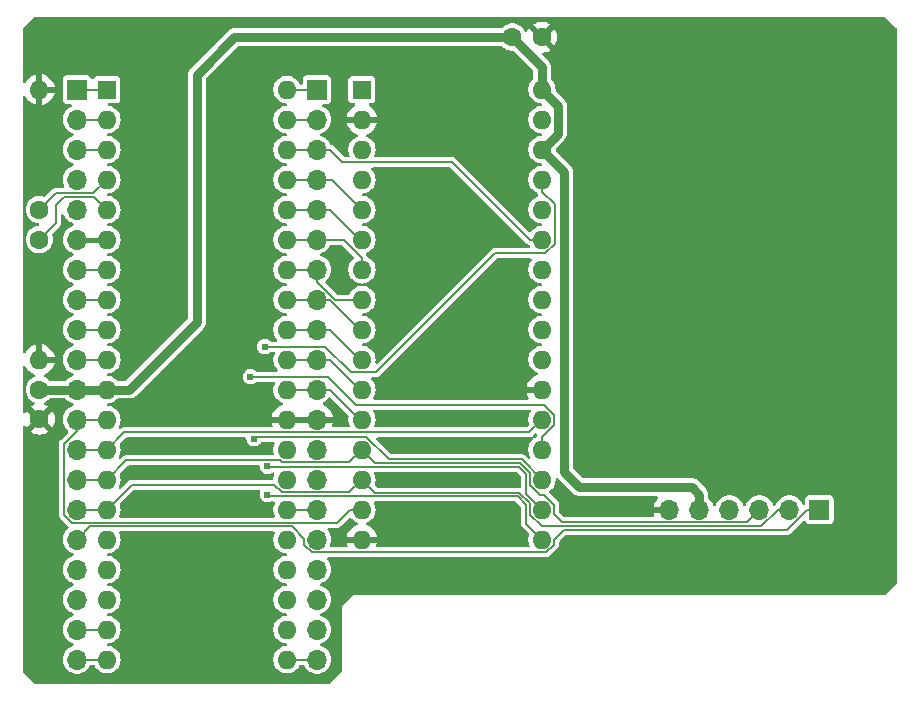
<source format=gtl>
G04 #@! TF.GenerationSoftware,KiCad,Pcbnew,(7.0.0-0)*
G04 #@! TF.CreationDate,2023-02-21T12:21:14+09:00*
G04 #@! TF.ProjectId,MEZ80SD,4d455a38-3053-4442-9e6b-696361645f70,A*
G04 #@! TF.SameCoordinates,PX5f5e100PY8f0d180*
G04 #@! TF.FileFunction,Copper,L1,Top*
G04 #@! TF.FilePolarity,Positive*
%FSLAX46Y46*%
G04 Gerber Fmt 4.6, Leading zero omitted, Abs format (unit mm)*
G04 Created by KiCad (PCBNEW (7.0.0-0)) date 2023-02-21 12:21:14*
%MOMM*%
%LPD*%
G01*
G04 APERTURE LIST*
G04 #@! TA.AperFunction,ComponentPad*
%ADD10R,1.600000X1.600000*%
G04 #@! TD*
G04 #@! TA.AperFunction,ComponentPad*
%ADD11O,1.600000X1.600000*%
G04 #@! TD*
G04 #@! TA.AperFunction,ComponentPad*
%ADD12R,1.700000X1.700000*%
G04 #@! TD*
G04 #@! TA.AperFunction,ComponentPad*
%ADD13O,1.700000X1.700000*%
G04 #@! TD*
G04 #@! TA.AperFunction,ComponentPad*
%ADD14C,1.600000*%
G04 #@! TD*
G04 #@! TA.AperFunction,ViaPad*
%ADD15C,0.605000*%
G04 #@! TD*
G04 #@! TA.AperFunction,Conductor*
%ADD16C,0.800000*%
G04 #@! TD*
G04 #@! TA.AperFunction,Conductor*
%ADD17C,0.152400*%
G04 #@! TD*
G04 #@! TA.AperFunction,Conductor*
%ADD18C,0.200000*%
G04 #@! TD*
G04 #@! TA.AperFunction,Conductor*
%ADD19C,0.400000*%
G04 #@! TD*
G04 APERTURE END LIST*
D10*
X29209999Y50799999D03*
D11*
X29209999Y48259999D03*
X29209999Y45719999D03*
X29209999Y43179999D03*
X29209999Y40639999D03*
X29209999Y38099999D03*
X29209999Y35559999D03*
X29209999Y33019999D03*
X29209999Y30479999D03*
X29209999Y27939999D03*
X29209999Y25399999D03*
X29209999Y22859999D03*
X29209999Y20319999D03*
X29209999Y17779999D03*
X29209999Y15239999D03*
X29209999Y12699999D03*
X44449999Y12699999D03*
X44449999Y15239999D03*
X44449999Y17779999D03*
X44449999Y20319999D03*
X44449999Y22859999D03*
X44449999Y25399999D03*
X44449999Y27939999D03*
X44449999Y30479999D03*
X44449999Y33019999D03*
X44449999Y35559999D03*
X44449999Y38099999D03*
X44449999Y40639999D03*
X44449999Y43179999D03*
X44449999Y45719999D03*
X44449999Y48259999D03*
X44449999Y50799999D03*
D10*
X7619999Y50799999D03*
D11*
X7619999Y48259999D03*
X7619999Y45719999D03*
X7619999Y43179999D03*
X7619999Y40639999D03*
X7619999Y38099999D03*
X7619999Y35559999D03*
X7619999Y33019999D03*
X7619999Y30479999D03*
X7619999Y27939999D03*
X7619999Y25399999D03*
X7619999Y22859999D03*
X7619999Y20319999D03*
X7619999Y17779999D03*
X7619999Y15239999D03*
X7619999Y12699999D03*
X7619999Y10159999D03*
X7619999Y7619999D03*
X7619999Y5079999D03*
X7619999Y2539999D03*
X22859999Y2539999D03*
X22859999Y5079999D03*
X22859999Y7619999D03*
X22859999Y10159999D03*
X22859999Y12699999D03*
X22859999Y15239999D03*
X22859999Y17779999D03*
X22859999Y20319999D03*
X22859999Y22859999D03*
X22859999Y25399999D03*
X22859999Y27939999D03*
X22859999Y30479999D03*
X22859999Y33019999D03*
X22859999Y35559999D03*
X22859999Y38099999D03*
X22859999Y40639999D03*
X22859999Y43179999D03*
X22859999Y45719999D03*
X22859999Y48259999D03*
X22859999Y50799999D03*
D12*
X67944999Y15239999D03*
D13*
X65404999Y15239999D03*
X62864999Y15239999D03*
X60324999Y15239999D03*
X57784999Y15239999D03*
X55244999Y15239999D03*
D14*
X41950000Y55245000D03*
X44450000Y55245000D03*
X1905000Y40640000D03*
D11*
X1904999Y50799999D03*
D14*
X1905000Y25400000D03*
X1905000Y22900000D03*
X1905000Y38100000D03*
D11*
X1904999Y27939999D03*
D12*
X5084999Y50804999D03*
D13*
X5084999Y48264999D03*
X5084999Y45724999D03*
X5084999Y43184999D03*
X5084999Y40644999D03*
X5084999Y38104999D03*
X5084999Y35564999D03*
X5084999Y33024999D03*
X5084999Y30484999D03*
X5084999Y27944999D03*
X5084999Y25404999D03*
X5084999Y22864999D03*
X5084999Y20324999D03*
X5084999Y17784999D03*
X5084999Y15244999D03*
X5084999Y12704999D03*
X5084999Y10164999D03*
X5084999Y7624999D03*
X5084999Y5084999D03*
X5084999Y2544999D03*
D12*
X25404999Y50799999D03*
D13*
X25404999Y48259999D03*
X25404999Y45719999D03*
X25404999Y43179999D03*
X25404999Y40639999D03*
X25404999Y38099999D03*
X25404999Y35559999D03*
X25404999Y33019999D03*
X25404999Y30479999D03*
X25404999Y27939999D03*
X25404999Y25399999D03*
X25404999Y22859999D03*
X25404999Y20319999D03*
X25404999Y17779999D03*
X25404999Y15239999D03*
X25404999Y12699999D03*
X25404999Y10159999D03*
X25404999Y7619999D03*
X25404999Y5079999D03*
X25404999Y2539999D03*
D15*
X10795000Y45720000D03*
X55245000Y50800000D03*
X41275000Y22860000D03*
X55245000Y35560000D03*
X10795000Y50800000D03*
X10160000Y2540000D03*
X73025000Y8890000D03*
X41275000Y33020000D03*
X67945000Y50800000D03*
X27305000Y34290000D03*
X41275000Y38100000D03*
X10795000Y15875000D03*
X73025000Y55880000D03*
X32385000Y38100000D03*
X1905000Y1270000D03*
X10795000Y24130000D03*
X41275000Y17780000D03*
X10795000Y41910000D03*
X67945000Y35560000D03*
X41275000Y20320000D03*
X32385000Y48260000D03*
X10795000Y18415000D03*
X10795000Y34290000D03*
X10795000Y20320000D03*
X41275000Y13335000D03*
X32385000Y33020000D03*
X21209000Y18900400D03*
X21209000Y16510000D03*
X20081500Y21245400D03*
X19776700Y26494000D03*
X20995900Y29041000D03*
D16*
X47625000Y17145000D02*
X57150000Y17145000D01*
X5090000Y25400000D02*
X5085000Y25405000D01*
X44450000Y52745000D02*
X44450000Y50800000D01*
X5085000Y25405000D02*
X1910000Y25405000D01*
X7620000Y25400000D02*
X5090000Y25400000D01*
X15240000Y52070000D02*
X18415000Y55245000D01*
X45802000Y47072000D02*
X44450000Y45720000D01*
X9525000Y25400000D02*
X15240000Y31115000D01*
X45802000Y49448000D02*
X45802000Y47072000D01*
X44450000Y45720000D02*
X46355000Y43815000D01*
X7620000Y25400000D02*
X9525000Y25400000D01*
X41950000Y55245000D02*
X44450000Y52745000D01*
X44450000Y50800000D02*
X45802000Y49448000D01*
X18415000Y55245000D02*
X41950000Y55245000D01*
X46355000Y43815000D02*
X46355000Y18415000D01*
X1910000Y25405000D02*
X1905000Y25400000D01*
X15240000Y31115000D02*
X15240000Y52070000D01*
X46355000Y18415000D02*
X47625000Y17145000D01*
X57150000Y17145000D02*
X57785000Y16510000D01*
X57785000Y16510000D02*
X57785000Y15240000D01*
D17*
X7620000Y50800000D02*
X6591300Y50800000D01*
X6586300Y50805000D02*
X6591300Y50800000D01*
X5085000Y50805000D02*
X6586300Y50805000D01*
X7620000Y48260000D02*
X6591300Y48260000D01*
X5085000Y48265000D02*
X6586300Y48265000D01*
X6586300Y48265000D02*
X6591300Y48260000D01*
X5085000Y45725000D02*
X6586300Y45725000D01*
X7620000Y45720000D02*
X6591300Y45720000D01*
X6586300Y45725000D02*
X6591300Y45720000D01*
X6477000Y42037000D02*
X7620000Y43180000D01*
X1905000Y40640000D02*
X3302000Y42037000D01*
X3302000Y42037000D02*
X6477000Y42037000D01*
X3302000Y41021000D02*
X4004600Y41723600D01*
X1905000Y38100000D02*
X3302000Y39497000D01*
X6536400Y41723600D02*
X7620000Y40640000D01*
X3302000Y39497000D02*
X3302000Y41021000D01*
X4004600Y41723600D02*
X6536400Y41723600D01*
D18*
X5090000Y38100000D02*
X5085000Y38105000D01*
D19*
X7620000Y38100000D02*
X5090000Y38100000D01*
D17*
X43116600Y16573400D02*
X44450000Y15240000D01*
X21209000Y18900400D02*
X21224400Y18885000D01*
X5085000Y35565000D02*
X6586300Y35565000D01*
X7620000Y35560000D02*
X6591300Y35560000D01*
X42482896Y18885000D02*
X43116600Y18251296D01*
X6586300Y35565000D02*
X6591300Y35560000D01*
X43116600Y18251296D02*
X43116600Y16573400D01*
X21224400Y18885000D02*
X42482896Y18885000D01*
X7620000Y33020000D02*
X6591300Y33020000D01*
X42393448Y16357500D02*
X43116600Y15634348D01*
X6586300Y33025000D02*
X6591300Y33020000D01*
X43116600Y15634348D02*
X43116600Y14033400D01*
X21209000Y16510000D02*
X21361500Y16357500D01*
X5085000Y33025000D02*
X6586300Y33025000D01*
X21361500Y16357500D02*
X42393448Y16357500D01*
X43116600Y14033400D02*
X44450000Y12700000D01*
X42735400Y19494600D02*
X44450000Y17780000D01*
X7620000Y30480000D02*
X6591300Y30480000D01*
X6586300Y30485000D02*
X6591300Y30480000D01*
X29585961Y21398700D02*
X31490061Y19494600D01*
X5085000Y30485000D02*
X6586300Y30485000D01*
X31490061Y19494600D02*
X42735400Y19494600D01*
X20234800Y21398700D02*
X29585961Y21398700D01*
X20081500Y21245400D02*
X20234800Y21398700D01*
X7620000Y27940000D02*
X6591300Y27940000D01*
X28727500Y24130000D02*
X44636800Y24130000D01*
X45478700Y23288100D02*
X45478700Y22377400D01*
X44636800Y24130000D02*
X45478700Y23288100D01*
X44450000Y21348700D02*
X44450000Y20320000D01*
X26363500Y26494000D02*
X28727500Y24130000D01*
X6586300Y27945000D02*
X5085000Y27945000D01*
X19776700Y26494000D02*
X26363500Y26494000D01*
X6591300Y27940000D02*
X6586300Y27945000D01*
X45478700Y22377400D02*
X44450000Y21348700D01*
X6586300Y22865000D02*
X5085000Y22865000D01*
X27069800Y14128500D02*
X28181300Y15240000D01*
X3975900Y20812000D02*
X3975900Y14815200D01*
X5085000Y22865000D02*
X5085000Y21921100D01*
X3975900Y14815200D02*
X4662600Y14128500D01*
X5085000Y21921100D02*
X3975900Y20812000D01*
X7105700Y22860000D02*
X6591300Y22860000D01*
X6591300Y22860000D02*
X6586300Y22865000D01*
X28181300Y15240000D02*
X29210000Y15240000D01*
X7105700Y22860000D02*
X7620000Y22860000D01*
X4662600Y14128500D02*
X27069800Y14128500D01*
X5085000Y20325000D02*
X6163700Y20325000D01*
X9076500Y21776500D02*
X43366500Y21776500D01*
X7620000Y20320000D02*
X9076500Y21776500D01*
X6168700Y20320000D02*
X7620000Y20320000D01*
X6163700Y20325000D02*
X6168700Y20320000D01*
X43366500Y21776500D02*
X44450000Y22860000D01*
X28131400Y19241400D02*
X22483939Y19241400D01*
X29210000Y20320000D02*
X30340200Y19189800D01*
X46163700Y14161300D02*
X61786300Y14161300D01*
X43421400Y17353939D02*
X44265339Y16510000D01*
X43421400Y18377548D02*
X43421400Y17353939D01*
X9271000Y19431000D02*
X7620000Y17780000D01*
X44265339Y16510000D02*
X44634661Y16510000D01*
X44634661Y16510000D02*
X45478600Y15666061D01*
X42609148Y19189800D02*
X43421400Y18377548D01*
X45478600Y15666061D02*
X45478600Y14846400D01*
X22483939Y19241400D02*
X22294339Y19431000D01*
X61786300Y14161300D02*
X62865000Y15240000D01*
X29210000Y20320000D02*
X28131400Y19241400D01*
X6586300Y17785000D02*
X6591300Y17780000D01*
X30340200Y19189800D02*
X42609148Y19189800D01*
X5085000Y17785000D02*
X6586300Y17785000D01*
X22294339Y19431000D02*
X9271000Y19431000D01*
X7620000Y17780000D02*
X6591300Y17780000D01*
X45478600Y14846400D02*
X46163700Y14161300D01*
X29210000Y17780000D02*
X28131400Y16701400D01*
X65405000Y15240000D02*
X64461100Y15240000D01*
X22414600Y16701400D02*
X21767800Y17348200D01*
X28131400Y16701400D02*
X22414600Y16701400D01*
X7620000Y15240000D02*
X6591300Y15240000D01*
X42519700Y16662300D02*
X30327700Y16662300D01*
X44418539Y13816800D02*
X43421400Y14813939D01*
X43421400Y14813939D02*
X43421400Y15760600D01*
X5085000Y15245000D02*
X6586300Y15245000D01*
X63037900Y13816800D02*
X44418539Y13816800D01*
X64461100Y15240000D02*
X63037900Y13816800D01*
X9728200Y17348200D02*
X7620000Y15240000D01*
X30327700Y16662300D02*
X29210000Y17780000D01*
X21767800Y17348200D02*
X9728200Y17348200D01*
X43421400Y15760600D02*
X42519700Y16662300D01*
X6586300Y15245000D02*
X6591300Y15240000D01*
X25405000Y15240000D02*
X22860000Y15240000D01*
X25405000Y50800000D02*
X22860000Y50800000D01*
X22860000Y48260000D02*
X25405000Y48260000D01*
X22860000Y45720000D02*
X25405000Y45720000D01*
X36880000Y44641300D02*
X43421300Y38100000D01*
X27562400Y44641300D02*
X36880000Y44641300D01*
X25405000Y45720000D02*
X26483700Y45720000D01*
X26483700Y45720000D02*
X27562400Y44641300D01*
X44450000Y38100000D02*
X43421300Y38100000D01*
X26670000Y43180000D02*
X29210000Y40640000D01*
X22860000Y43180000D02*
X25405000Y43180000D01*
X25405000Y43180000D02*
X26670000Y43180000D01*
X26483700Y40640000D02*
X29023700Y38100000D01*
X29023700Y38100000D02*
X29210000Y38100000D01*
X25405000Y40640000D02*
X26483700Y40640000D01*
X22860000Y40640000D02*
X25405000Y40640000D01*
X22860000Y38100000D02*
X25405000Y38100000D01*
X27686000Y38100000D02*
X29210000Y36576000D01*
X29210000Y36576000D02*
X29210000Y35560000D01*
X25405000Y38100000D02*
X27686000Y38100000D01*
X22860000Y35560000D02*
X25405000Y35560000D01*
X25405000Y35560000D02*
X25405000Y34545371D01*
X25405000Y34545371D02*
X26930371Y33020000D01*
X26930371Y33020000D02*
X29210000Y33020000D01*
X22860000Y33020000D02*
X25405000Y33020000D01*
X29023700Y30480000D02*
X29210000Y30480000D01*
X26483700Y33020000D02*
X29023700Y30480000D01*
X25405000Y33020000D02*
X26483700Y33020000D01*
X26483700Y30480000D02*
X29023700Y27940000D01*
X22860000Y30480000D02*
X25405000Y30480000D01*
X29023700Y27940000D02*
X29210000Y27940000D01*
X25405000Y30480000D02*
X26483700Y30480000D01*
X29023700Y25400000D02*
X29210000Y25400000D01*
X25405000Y27940000D02*
X26483700Y27940000D01*
X26483700Y27940000D02*
X29023700Y25400000D01*
X22860000Y27940000D02*
X25405000Y27940000D01*
X29023700Y22860000D02*
X29210000Y22860000D01*
X22860000Y25400000D02*
X25405000Y25400000D01*
X25405000Y25400000D02*
X26483700Y25400000D01*
X26483700Y25400000D02*
X29023700Y22860000D01*
X6586300Y5085000D02*
X6591300Y5080000D01*
X5085000Y5085000D02*
X6586300Y5085000D01*
X7620000Y5080000D02*
X6591300Y5080000D01*
X7620000Y2540000D02*
X6591300Y2540000D01*
X5085000Y2545000D02*
X6586300Y2545000D01*
X6586300Y2545000D02*
X6591300Y2540000D01*
X45525100Y37711900D02*
X45525100Y41076200D01*
X40473300Y36935300D02*
X44748500Y36935300D01*
X20995900Y29041000D02*
X26076400Y29041000D01*
X45525100Y41076200D02*
X44450000Y42151300D01*
X28251000Y26866400D02*
X30404400Y26866400D01*
X44748500Y36935300D02*
X45525100Y37711900D01*
X30404400Y26866400D02*
X40473300Y36935300D01*
X44450000Y42151300D02*
X44450000Y43180000D01*
X26076400Y29041000D02*
X28251000Y26866400D01*
X25405000Y2540000D02*
X22860000Y2540000D01*
X66930371Y15240000D02*
X65202371Y13512000D01*
X45478600Y12683770D02*
X45478600Y12273939D01*
X6203700Y13823700D02*
X5085000Y12705000D01*
X23260300Y13823700D02*
X6203700Y13823700D01*
X65202371Y13512000D02*
X46306830Y13512000D01*
X24326400Y12757600D02*
X23260300Y13823700D01*
X24958229Y11621400D02*
X24326400Y12253229D01*
X67945000Y15240000D02*
X66930371Y15240000D01*
X46306830Y13512000D02*
X45478600Y12683770D01*
X45478600Y12273939D02*
X44826061Y11621400D01*
X24326400Y12253229D02*
X24326400Y12757600D01*
X44826061Y11621400D02*
X24958229Y11621400D01*
G04 #@! TA.AperFunction,Conductor*
G36*
X73496490Y56931140D02*
G01*
X73536374Y56905808D01*
X74460299Y56037319D01*
X74489650Y55995524D01*
X74500000Y55945512D01*
X74500000Y9052190D01*
X74490409Y9003972D01*
X74463095Y8963095D01*
X73536905Y8036905D01*
X73496028Y8009591D01*
X73447810Y8000000D01*
X28500000Y8000000D01*
X28491227Y7991228D01*
X28491224Y7991225D01*
X27508775Y7008776D01*
X27508772Y7008773D01*
X27500000Y7000000D01*
X27500000Y6987590D01*
X27500000Y1552190D01*
X27490409Y1503972D01*
X27463097Y1463098D01*
X26536779Y536780D01*
X26536780Y536780D01*
X26496043Y509525D01*
X26447987Y499876D01*
X1554532Y440131D01*
X1504461Y450377D01*
X1462578Y479667D01*
X613856Y1379312D01*
X534347Y1463592D01*
X508902Y1503537D01*
X500000Y1550055D01*
X500000Y21813230D01*
X1180860Y21813230D01*
X1188414Y21804986D01*
X1243996Y21766067D01*
X1253482Y21760590D01*
X1450946Y21668511D01*
X1461238Y21664765D01*
X1671687Y21608375D01*
X1682480Y21606472D01*
X1899525Y21587483D01*
X1910475Y21587483D01*
X2127519Y21606472D01*
X2138312Y21608375D01*
X2348761Y21664765D01*
X2359053Y21668511D01*
X2556510Y21760587D01*
X2566006Y21766069D01*
X2621586Y21804987D01*
X2629138Y21813229D01*
X2623128Y21822662D01*
X1916729Y22529061D01*
X1904999Y22535833D01*
X1893271Y22529062D01*
X1186867Y21822659D01*
X1180860Y21813230D01*
X500000Y21813230D01*
X500000Y22249691D01*
X517997Y22314586D01*
X566846Y22360942D01*
X632594Y22375518D01*
X696458Y22354150D01*
X740195Y22302941D01*
X765587Y22248488D01*
X771066Y22238998D01*
X809985Y22183414D01*
X818228Y22175862D01*
X827656Y22181868D01*
X1534059Y22888270D01*
X1540832Y22900001D01*
X2269167Y22900001D01*
X2275939Y22888271D01*
X2982338Y22181872D01*
X2991771Y22175862D01*
X3000013Y22183414D01*
X3038931Y22238994D01*
X3044413Y22248490D01*
X3136489Y22445947D01*
X3140235Y22456239D01*
X3196625Y22666688D01*
X3198528Y22677481D01*
X3217517Y22894525D01*
X3217517Y22905475D01*
X3198528Y23122520D01*
X3196625Y23133313D01*
X3140235Y23343762D01*
X3136489Y23354054D01*
X3044410Y23551518D01*
X3038933Y23561004D01*
X3000014Y23616586D01*
X2991770Y23624140D01*
X2982341Y23618133D01*
X2275938Y22911729D01*
X2269167Y22900001D01*
X1540832Y22900001D01*
X1534060Y22911730D01*
X827659Y23618131D01*
X818227Y23624140D01*
X809985Y23616587D01*
X771067Y23561005D01*
X765587Y23551515D01*
X740195Y23497059D01*
X696458Y23445850D01*
X632594Y23424482D01*
X566846Y23439058D01*
X517997Y23485414D01*
X500000Y23550309D01*
X500000Y25367956D01*
X508322Y25400000D01*
X500000Y25432044D01*
X500000Y27289691D01*
X517997Y27354586D01*
X566846Y27400942D01*
X632594Y27415518D01*
X696458Y27394150D01*
X740195Y27342941D01*
X765586Y27288490D01*
X771068Y27278994D01*
X896028Y27100534D01*
X903084Y27092125D01*
X1057124Y26938085D01*
X1065533Y26931029D01*
X1243993Y26806069D01*
X1253489Y26800587D01*
X1450946Y26708511D01*
X1466413Y26702881D01*
X1465917Y26701521D01*
X1513722Y26674619D01*
X1546769Y26621452D01*
X1550150Y26558942D01*
X1523030Y26502520D01*
X1472104Y26466114D01*
X1395420Y26436407D01*
X1395402Y26436399D01*
X1389981Y26434298D01*
X1385034Y26431236D01*
X1385024Y26431230D01*
X1213649Y26325118D01*
X1213645Y26325116D01*
X1208698Y26322052D01*
X1204404Y26318138D01*
X1204394Y26318130D01*
X1055433Y26182333D01*
X1055425Y26182325D01*
X1051128Y26178407D01*
X1047619Y26173761D01*
X1047615Y26173756D01*
X926145Y26012906D01*
X926139Y26012897D01*
X922634Y26008255D01*
X920040Y26003048D01*
X920037Y26003041D01*
X830189Y25822601D01*
X830184Y25822590D01*
X827595Y25817389D01*
X826003Y25811796D01*
X826001Y25811789D01*
X770837Y25617910D01*
X769244Y25612310D01*
X768707Y25606518D01*
X768707Y25606516D01*
X751463Y25420418D01*
X744090Y25400000D01*
X751462Y25379583D01*
X769244Y25187690D01*
X827595Y24982611D01*
X830186Y24977407D01*
X830189Y24977400D01*
X916813Y24803435D01*
X922634Y24791745D01*
X926142Y24787100D01*
X926145Y24787095D01*
X976167Y24720856D01*
X1051128Y24621593D01*
X1055430Y24617671D01*
X1055433Y24617668D01*
X1204394Y24481871D01*
X1204398Y24481868D01*
X1208698Y24477948D01*
X1389981Y24365702D01*
X1395411Y24363599D01*
X1395414Y24363597D01*
X1395417Y24363596D01*
X1422014Y24353293D01*
X1470047Y24320210D01*
X1498036Y24269039D01*
X1499983Y24210746D01*
X1475470Y24157822D01*
X1429749Y24121606D01*
X1253486Y24039413D01*
X1243995Y24033933D01*
X1188413Y23995015D01*
X1180860Y23986773D01*
X1186869Y23977341D01*
X1893270Y23270940D01*
X1904999Y23264168D01*
X1916730Y23270941D01*
X2623132Y23977344D01*
X2629138Y23986772D01*
X2621586Y23995015D01*
X2566002Y24033934D01*
X2556512Y24039413D01*
X2380250Y24121606D01*
X2334529Y24157822D01*
X2310016Y24210746D01*
X2311963Y24269039D01*
X2339953Y24320210D01*
X2387985Y24353293D01*
X2420019Y24365702D01*
X2601302Y24477948D01*
X2758872Y24621593D01*
X2760154Y24620186D01*
X2792804Y24643729D01*
X2843778Y24654500D01*
X4084658Y24654500D01*
X4140822Y24641290D01*
X4185207Y24604433D01*
X4194019Y24592764D01*
X4198321Y24588842D01*
X4198324Y24588839D01*
X4273451Y24520352D01*
X4358438Y24442876D01*
X4547599Y24325753D01*
X4673254Y24277074D01*
X4736709Y24252491D01*
X4785860Y24218150D01*
X4813573Y24164980D01*
X4813573Y24105020D01*
X4785860Y24051850D01*
X4736709Y24017509D01*
X4553037Y23946354D01*
X4553034Y23946353D01*
X4547599Y23944247D01*
X4542643Y23941179D01*
X4542638Y23941176D01*
X4363391Y23830191D01*
X4358438Y23827124D01*
X4354139Y23823206D01*
X4354135Y23823202D01*
X4198324Y23681162D01*
X4198316Y23681154D01*
X4194019Y23677236D01*
X4190514Y23672596D01*
X4190506Y23672586D01*
X4063452Y23504338D01*
X4063448Y23504333D01*
X4059942Y23499689D01*
X4057347Y23494479D01*
X4057344Y23494473D01*
X3963368Y23305745D01*
X3963365Y23305739D01*
X3960771Y23300528D01*
X3959177Y23294927D01*
X3959177Y23294926D01*
X3908437Y23116592D01*
X3899885Y23086536D01*
X3879357Y22865000D01*
X3899885Y22643464D01*
X3960771Y22429472D01*
X3963367Y22424259D01*
X3963368Y22424256D01*
X4055065Y22240105D01*
X4059942Y22230311D01*
X4063452Y22225663D01*
X4190506Y22057415D01*
X4190510Y22057411D01*
X4194019Y22052764D01*
X4198321Y22048842D01*
X4198324Y22048839D01*
X4315789Y21941755D01*
X4351548Y21884983D01*
X4353097Y21817907D01*
X4319998Y21759545D01*
X3696131Y21135678D01*
X3685599Y21126265D01*
X3666958Y21111399D01*
X3666952Y21111394D01*
X3659573Y21105508D01*
X3654255Y21097709D01*
X3654252Y21097705D01*
X3629161Y21060903D01*
X3626436Y21057063D01*
X3599989Y21021230D01*
X3599985Y21021223D01*
X3594386Y21013636D01*
X3591697Y21005953D01*
X3587114Y20999230D01*
X3584333Y20990217D01*
X3584329Y20990207D01*
X3571200Y20947645D01*
X3569730Y20943176D01*
X3555020Y20901134D01*
X3551903Y20892225D01*
X3551598Y20884092D01*
X3549200Y20876315D01*
X3549200Y20866875D01*
X3549200Y20822351D01*
X3549112Y20817639D01*
X3547568Y20776366D01*
X3547093Y20763685D01*
X3548820Y20757238D01*
X3549200Y20750480D01*
X3549200Y14846242D01*
X3548408Y14832134D01*
X3545855Y14809472D01*
X3544682Y14799065D01*
X3546436Y14789790D01*
X3546437Y14789788D01*
X3554715Y14746032D01*
X3555503Y14741391D01*
X3562143Y14697341D01*
X3562145Y14697335D01*
X3563551Y14688007D01*
X3567081Y14680675D01*
X3568595Y14672678D01*
X3573004Y14664336D01*
X3573005Y14664333D01*
X3593817Y14624954D01*
X3595940Y14620749D01*
X3615262Y14580626D01*
X3615264Y14580623D01*
X3619361Y14572116D01*
X3624898Y14566149D01*
X3628700Y14558955D01*
X3635376Y14552279D01*
X3666854Y14520801D01*
X3670123Y14517408D01*
X3706852Y14477824D01*
X3712630Y14474488D01*
X3717678Y14469977D01*
X4338921Y13848734D01*
X4348337Y13838199D01*
X4358047Y13826023D01*
X4383685Y13768979D01*
X4378737Y13706634D01*
X4344422Y13654348D01*
X4198325Y13521162D01*
X4198322Y13521159D01*
X4194019Y13517236D01*
X4190514Y13512596D01*
X4190506Y13512586D01*
X4063452Y13344338D01*
X4063448Y13344333D01*
X4059942Y13339689D01*
X4057347Y13334479D01*
X4057344Y13334473D01*
X3963368Y13145745D01*
X3963365Y13145739D01*
X3960771Y13140528D01*
X3959177Y13134927D01*
X3959177Y13134926D01*
X3908437Y12956592D01*
X3899885Y12926536D01*
X3899348Y12920744D01*
X3899348Y12920742D01*
X3895734Y12881744D01*
X3879357Y12705000D01*
X3899885Y12483464D01*
X3960771Y12269472D01*
X3963367Y12264259D01*
X3963368Y12264256D01*
X4057344Y12075528D01*
X4059942Y12070311D01*
X4063452Y12065663D01*
X4190506Y11897415D01*
X4190510Y11897411D01*
X4194019Y11892764D01*
X4198321Y11888842D01*
X4198324Y11888839D01*
X4294428Y11801229D01*
X4358438Y11742876D01*
X4547599Y11625753D01*
X4690961Y11570214D01*
X4736709Y11552491D01*
X4785860Y11518150D01*
X4813573Y11464980D01*
X4813573Y11405020D01*
X4785860Y11351850D01*
X4736709Y11317509D01*
X4553037Y11246354D01*
X4553034Y11246353D01*
X4547599Y11244247D01*
X4542643Y11241179D01*
X4542638Y11241176D01*
X4380627Y11140863D01*
X4358438Y11127124D01*
X4354139Y11123206D01*
X4354135Y11123202D01*
X4198324Y10981162D01*
X4198316Y10981154D01*
X4194019Y10977236D01*
X4190514Y10972596D01*
X4190506Y10972586D01*
X4063452Y10804338D01*
X4063448Y10804333D01*
X4059942Y10799689D01*
X4057347Y10794479D01*
X4057344Y10794473D01*
X3963368Y10605745D01*
X3963365Y10605739D01*
X3960771Y10600528D01*
X3959177Y10594927D01*
X3959177Y10594926D01*
X3959177Y10594924D01*
X3899885Y10386536D01*
X3899348Y10380744D01*
X3899348Y10380742D01*
X3893874Y10321671D01*
X3879357Y10165000D01*
X3899885Y9943464D01*
X3960771Y9729472D01*
X3963367Y9724259D01*
X3963368Y9724256D01*
X4057344Y9535528D01*
X4059942Y9530311D01*
X4063452Y9525663D01*
X4190506Y9357415D01*
X4190510Y9357411D01*
X4194019Y9352764D01*
X4198321Y9348842D01*
X4198324Y9348839D01*
X4203809Y9343839D01*
X4358438Y9202876D01*
X4547599Y9085753D01*
X4736712Y9012490D01*
X4785860Y8978152D01*
X4813573Y8924981D01*
X4813574Y8865022D01*
X4785860Y8811851D01*
X4736709Y8777510D01*
X4553037Y8706355D01*
X4553025Y8706350D01*
X4547599Y8704247D01*
X4542643Y8701179D01*
X4542638Y8701176D01*
X4363391Y8590191D01*
X4358438Y8587124D01*
X4354139Y8583206D01*
X4354135Y8583202D01*
X4198324Y8441162D01*
X4198316Y8441154D01*
X4194019Y8437236D01*
X4190514Y8432596D01*
X4190506Y8432586D01*
X4063452Y8264338D01*
X4063448Y8264333D01*
X4059942Y8259689D01*
X4057347Y8254479D01*
X4057344Y8254473D01*
X3963368Y8065745D01*
X3963365Y8065739D01*
X3960771Y8060528D01*
X3959177Y8054927D01*
X3959177Y8054926D01*
X3941053Y7991225D01*
X3899885Y7846536D01*
X3899348Y7840744D01*
X3899348Y7840742D01*
X3893874Y7781671D01*
X3879357Y7625000D01*
X3899885Y7403464D01*
X3960771Y7189472D01*
X3963367Y7184259D01*
X3963368Y7184256D01*
X4055117Y7000000D01*
X4059942Y6990311D01*
X4063452Y6985663D01*
X4190506Y6817415D01*
X4190510Y6817411D01*
X4194019Y6812764D01*
X4198321Y6808842D01*
X4198324Y6808839D01*
X4203809Y6803839D01*
X4358438Y6662876D01*
X4547599Y6545753D01*
X4736712Y6472490D01*
X4785860Y6438152D01*
X4813573Y6384981D01*
X4813574Y6325022D01*
X4785860Y6271851D01*
X4736709Y6237510D01*
X4553037Y6166355D01*
X4553025Y6166350D01*
X4547599Y6164247D01*
X4542643Y6161179D01*
X4542638Y6161176D01*
X4363391Y6050191D01*
X4358438Y6047124D01*
X4354139Y6043206D01*
X4354135Y6043202D01*
X4198324Y5901162D01*
X4198316Y5901154D01*
X4194019Y5897236D01*
X4190514Y5892596D01*
X4190506Y5892586D01*
X4063452Y5724338D01*
X4063448Y5724333D01*
X4059942Y5719689D01*
X4057347Y5714479D01*
X4057344Y5714473D01*
X3963368Y5525745D01*
X3963365Y5525739D01*
X3960771Y5520528D01*
X3899885Y5306536D01*
X3899348Y5300744D01*
X3899348Y5300742D01*
X3893874Y5241671D01*
X3879357Y5085000D01*
X3899885Y4863464D01*
X3960771Y4649472D01*
X3963367Y4644259D01*
X3963368Y4644256D01*
X4057344Y4455528D01*
X4059942Y4450311D01*
X4063452Y4445663D01*
X4190506Y4277415D01*
X4190510Y4277411D01*
X4194019Y4272764D01*
X4198321Y4268842D01*
X4198324Y4268839D01*
X4203809Y4263839D01*
X4358438Y4122876D01*
X4547599Y4005753D01*
X4690961Y3950214D01*
X4736709Y3932491D01*
X4785860Y3898150D01*
X4813573Y3844980D01*
X4813573Y3785020D01*
X4785860Y3731850D01*
X4736709Y3697509D01*
X4553037Y3626354D01*
X4553034Y3626353D01*
X4547599Y3624247D01*
X4542643Y3621179D01*
X4542638Y3621176D01*
X4363391Y3510191D01*
X4358438Y3507124D01*
X4354139Y3503206D01*
X4354135Y3503202D01*
X4198324Y3361162D01*
X4198316Y3361154D01*
X4194019Y3357236D01*
X4190514Y3352596D01*
X4190506Y3352586D01*
X4063452Y3184338D01*
X4063448Y3184333D01*
X4059942Y3179689D01*
X4057347Y3174479D01*
X4057344Y3174473D01*
X3963368Y2985745D01*
X3963365Y2985739D01*
X3960771Y2980528D01*
X3959177Y2974927D01*
X3959177Y2974926D01*
X3956837Y2966700D01*
X3899885Y2766536D01*
X3879357Y2545000D01*
X3899885Y2323464D01*
X3960771Y2109472D01*
X3963367Y2104259D01*
X3963368Y2104256D01*
X4057344Y1915528D01*
X4059942Y1910311D01*
X4063452Y1905663D01*
X4190506Y1737415D01*
X4190510Y1737411D01*
X4194019Y1732764D01*
X4198321Y1728842D01*
X4198324Y1728839D01*
X4203809Y1723839D01*
X4358438Y1582876D01*
X4547599Y1465753D01*
X4755060Y1385382D01*
X4973757Y1344500D01*
X5190416Y1344500D01*
X5196243Y1344500D01*
X5414940Y1385382D01*
X5622401Y1465753D01*
X5811562Y1582876D01*
X5975981Y1732764D01*
X6110058Y1910311D01*
X6178849Y2048463D01*
X6225310Y2099427D01*
X6291640Y2118300D01*
X6466725Y2118300D01*
X6533056Y2099427D01*
X6579515Y2048464D01*
X6592974Y2021435D01*
X6635037Y1936959D01*
X6635040Y1936953D01*
X6637634Y1931745D01*
X6641142Y1927100D01*
X6641145Y1927095D01*
X6653656Y1910528D01*
X6766128Y1761593D01*
X6770430Y1757671D01*
X6770433Y1757668D01*
X6919394Y1621871D01*
X6919398Y1621868D01*
X6923698Y1617948D01*
X7104981Y1505702D01*
X7110411Y1503599D01*
X7110414Y1503597D01*
X7182229Y1475777D01*
X7303802Y1428679D01*
X7513390Y1389500D01*
X7720783Y1389500D01*
X7726610Y1389500D01*
X7936198Y1428679D01*
X8135019Y1505702D01*
X8316302Y1617948D01*
X8473872Y1761593D01*
X8602366Y1931745D01*
X8697405Y2122611D01*
X8755756Y2327690D01*
X8775429Y2540000D01*
X8755756Y2752310D01*
X8697405Y2957389D01*
X8691162Y2969926D01*
X8604962Y3143041D01*
X8602366Y3148255D01*
X8473872Y3318407D01*
X8469568Y3322330D01*
X8469566Y3322333D01*
X8320605Y3458130D01*
X8320600Y3458134D01*
X8316302Y3462052D01*
X8249843Y3503202D01*
X8139975Y3571230D01*
X8139969Y3571233D01*
X8135019Y3574298D01*
X8129592Y3576401D01*
X8129585Y3576404D01*
X7941627Y3649218D01*
X7941625Y3649219D01*
X7936198Y3651321D01*
X7930476Y3652391D01*
X7930475Y3652391D01*
X7749907Y3686145D01*
X7688174Y3716885D01*
X7651870Y3775518D01*
X7651870Y3844482D01*
X7688174Y3903115D01*
X7749907Y3933855D01*
X7936198Y3968679D01*
X8135019Y4045702D01*
X8316302Y4157948D01*
X8473872Y4301593D01*
X8602366Y4471745D01*
X8697405Y4662611D01*
X8755756Y4867690D01*
X8775429Y5080000D01*
X8755756Y5292310D01*
X8697405Y5497389D01*
X8691162Y5509926D01*
X8604962Y5683041D01*
X8602366Y5688255D01*
X8473872Y5858407D01*
X8469568Y5862330D01*
X8469566Y5862333D01*
X8320605Y5998130D01*
X8320600Y5998134D01*
X8316302Y6002052D01*
X8249843Y6043202D01*
X8139975Y6111230D01*
X8139969Y6111233D01*
X8135019Y6114298D01*
X8129592Y6116401D01*
X8129585Y6116404D01*
X7941627Y6189218D01*
X7941625Y6189219D01*
X7936198Y6191321D01*
X7930476Y6192391D01*
X7930475Y6192391D01*
X7749907Y6226145D01*
X7688174Y6256885D01*
X7651870Y6315518D01*
X7651870Y6384482D01*
X7688174Y6443115D01*
X7749907Y6473855D01*
X7936198Y6508679D01*
X8135019Y6585702D01*
X8316302Y6697948D01*
X8473872Y6841593D01*
X8602366Y7011745D01*
X8697405Y7202611D01*
X8755756Y7407690D01*
X8775429Y7620000D01*
X8755756Y7832310D01*
X8697405Y8037389D01*
X8691162Y8049926D01*
X8604962Y8223041D01*
X8602366Y8228255D01*
X8553916Y8292412D01*
X8518684Y8339067D01*
X8473872Y8398407D01*
X8469568Y8402330D01*
X8469566Y8402333D01*
X8320605Y8538130D01*
X8320600Y8538134D01*
X8316302Y8542052D01*
X8249843Y8583202D01*
X8139975Y8651230D01*
X8139969Y8651233D01*
X8135019Y8654298D01*
X8129592Y8656401D01*
X8129585Y8656404D01*
X7941627Y8729218D01*
X7941625Y8729219D01*
X7936198Y8731321D01*
X7930476Y8732391D01*
X7930475Y8732391D01*
X7749907Y8766145D01*
X7688174Y8796885D01*
X7651870Y8855518D01*
X7651870Y8924482D01*
X7688174Y8983115D01*
X7749907Y9013855D01*
X7936198Y9048679D01*
X8135019Y9125702D01*
X8316302Y9237948D01*
X8473872Y9381593D01*
X8602366Y9551745D01*
X8697405Y9742611D01*
X8755756Y9947690D01*
X8775429Y10160000D01*
X8755756Y10372310D01*
X8697405Y10577389D01*
X8691162Y10589926D01*
X8604962Y10763041D01*
X8602366Y10768255D01*
X8473872Y10938407D01*
X8469568Y10942330D01*
X8469566Y10942333D01*
X8320605Y11078130D01*
X8320600Y11078134D01*
X8316302Y11082052D01*
X8249843Y11123202D01*
X8139975Y11191230D01*
X8139969Y11191233D01*
X8135019Y11194298D01*
X8129592Y11196401D01*
X8129585Y11196404D01*
X7941627Y11269218D01*
X7941625Y11269219D01*
X7936198Y11271321D01*
X7930476Y11272391D01*
X7930475Y11272391D01*
X7749907Y11306145D01*
X7688174Y11336885D01*
X7651870Y11395518D01*
X7651870Y11464482D01*
X7688174Y11523115D01*
X7749907Y11553855D01*
X7936198Y11588679D01*
X8135019Y11665702D01*
X8316302Y11777948D01*
X8473872Y11921593D01*
X8602366Y12091745D01*
X8697405Y12282611D01*
X8755756Y12487690D01*
X8775429Y12700000D01*
X8755756Y12912310D01*
X8697405Y13117389D01*
X8691169Y13129912D01*
X8648882Y13214837D01*
X8635807Y13276819D01*
X8654546Y13337331D01*
X8700361Y13381076D01*
X8761673Y13397000D01*
X21718327Y13397000D01*
X21779639Y13381076D01*
X21825454Y13337331D01*
X21844193Y13276819D01*
X21831118Y13214837D01*
X21785189Y13122601D01*
X21785184Y13122590D01*
X21782595Y13117389D01*
X21781003Y13111796D01*
X21781001Y13111789D01*
X21726869Y12921536D01*
X21724244Y12912310D01*
X21704571Y12700000D01*
X21724244Y12487690D01*
X21725836Y12482092D01*
X21725837Y12482091D01*
X21769077Y12330119D01*
X21782595Y12282611D01*
X21785186Y12277407D01*
X21785189Y12277400D01*
X21875037Y12096960D01*
X21877634Y12091745D01*
X21881142Y12087100D01*
X21881145Y12087095D01*
X21978008Y11958830D01*
X22006128Y11921593D01*
X22010430Y11917671D01*
X22010433Y11917668D01*
X22159394Y11781871D01*
X22159398Y11781868D01*
X22163698Y11777948D01*
X22344981Y11665702D01*
X22350411Y11663599D01*
X22350414Y11663597D01*
X22422229Y11635777D01*
X22543802Y11588679D01*
X22691046Y11561155D01*
X22730092Y11553855D01*
X22791825Y11523115D01*
X22828129Y11464481D01*
X22828129Y11395519D01*
X22791825Y11336885D01*
X22730092Y11306145D01*
X22549524Y11272391D01*
X22549520Y11272390D01*
X22543802Y11271321D01*
X22538377Y11269220D01*
X22538372Y11269218D01*
X22350414Y11196404D01*
X22350402Y11196399D01*
X22344981Y11194298D01*
X22340034Y11191236D01*
X22340024Y11191230D01*
X22168649Y11085118D01*
X22168645Y11085116D01*
X22163698Y11082052D01*
X22159404Y11078138D01*
X22159394Y11078130D01*
X22010433Y10942333D01*
X22010425Y10942325D01*
X22006128Y10938407D01*
X22002619Y10933761D01*
X22002615Y10933756D01*
X21881145Y10772906D01*
X21881139Y10772897D01*
X21877634Y10768255D01*
X21875040Y10763048D01*
X21875037Y10763041D01*
X21785189Y10582601D01*
X21785184Y10582590D01*
X21782595Y10577389D01*
X21781003Y10571796D01*
X21781001Y10571789D01*
X21726869Y10381536D01*
X21724244Y10372310D01*
X21704571Y10160000D01*
X21724244Y9947690D01*
X21725836Y9942092D01*
X21725837Y9942091D01*
X21781000Y9748214D01*
X21782595Y9742611D01*
X21785186Y9737407D01*
X21785189Y9737400D01*
X21794224Y9719256D01*
X21877634Y9551745D01*
X21881142Y9547100D01*
X21881145Y9547095D01*
X21893656Y9530528D01*
X22006128Y9381593D01*
X22010430Y9377671D01*
X22010433Y9377668D01*
X22159394Y9241871D01*
X22159398Y9241868D01*
X22163698Y9237948D01*
X22344981Y9125702D01*
X22350411Y9123599D01*
X22350414Y9123597D01*
X22422229Y9095777D01*
X22543802Y9048679D01*
X22691046Y9021155D01*
X22730092Y9013855D01*
X22791825Y8983115D01*
X22828129Y8924481D01*
X22828129Y8855519D01*
X22791825Y8796885D01*
X22730092Y8766145D01*
X22549524Y8732391D01*
X22549520Y8732390D01*
X22543802Y8731321D01*
X22538377Y8729220D01*
X22538372Y8729218D01*
X22350414Y8656404D01*
X22350402Y8656399D01*
X22344981Y8654298D01*
X22340034Y8651236D01*
X22340024Y8651230D01*
X22168649Y8545118D01*
X22168645Y8545116D01*
X22163698Y8542052D01*
X22159404Y8538138D01*
X22159394Y8538130D01*
X22010433Y8402333D01*
X22010425Y8402325D01*
X22006128Y8398407D01*
X22002619Y8393761D01*
X22002615Y8393756D01*
X21881145Y8232906D01*
X21881139Y8232897D01*
X21877634Y8228255D01*
X21875040Y8223048D01*
X21875037Y8223041D01*
X21785189Y8042601D01*
X21785184Y8042590D01*
X21782595Y8037389D01*
X21781003Y8031796D01*
X21781001Y8031789D01*
X21726869Y7841536D01*
X21724244Y7832310D01*
X21723707Y7826518D01*
X21723707Y7826516D01*
X21721026Y7797585D01*
X21704571Y7620000D01*
X21724244Y7407690D01*
X21725836Y7402092D01*
X21725837Y7402091D01*
X21781000Y7208214D01*
X21782595Y7202611D01*
X21785186Y7197407D01*
X21785189Y7197400D01*
X21794224Y7179256D01*
X21877634Y7011745D01*
X21881142Y7007100D01*
X21881145Y7007095D01*
X21893656Y6990528D01*
X22006128Y6841593D01*
X22010430Y6837671D01*
X22010433Y6837668D01*
X22159394Y6701871D01*
X22159398Y6701868D01*
X22163698Y6697948D01*
X22233368Y6654810D01*
X22339478Y6589109D01*
X22344981Y6585702D01*
X22350411Y6583599D01*
X22350414Y6583597D01*
X22421205Y6556173D01*
X22543802Y6508679D01*
X22691046Y6481155D01*
X22730092Y6473855D01*
X22791825Y6443115D01*
X22828129Y6384481D01*
X22828129Y6315519D01*
X22791825Y6256885D01*
X22730092Y6226145D01*
X22549524Y6192391D01*
X22549520Y6192390D01*
X22543802Y6191321D01*
X22538377Y6189220D01*
X22538372Y6189218D01*
X22350414Y6116404D01*
X22350402Y6116399D01*
X22344981Y6114298D01*
X22340034Y6111236D01*
X22340024Y6111230D01*
X22168649Y6005118D01*
X22168645Y6005116D01*
X22163698Y6002052D01*
X22159404Y5998138D01*
X22159394Y5998130D01*
X22010433Y5862333D01*
X22010425Y5862325D01*
X22006128Y5858407D01*
X22002619Y5853761D01*
X22002615Y5853756D01*
X21881145Y5692906D01*
X21881139Y5692897D01*
X21877634Y5688255D01*
X21875040Y5683048D01*
X21875037Y5683041D01*
X21785189Y5502601D01*
X21785184Y5502590D01*
X21782595Y5497389D01*
X21781003Y5491796D01*
X21781001Y5491789D01*
X21726869Y5301536D01*
X21724244Y5292310D01*
X21704571Y5080000D01*
X21724244Y4867690D01*
X21725836Y4862092D01*
X21725837Y4862091D01*
X21781000Y4668214D01*
X21782595Y4662611D01*
X21785186Y4657407D01*
X21785189Y4657400D01*
X21875037Y4476960D01*
X21877634Y4471745D01*
X21881142Y4467100D01*
X21881145Y4467095D01*
X21893656Y4450528D01*
X22006128Y4301593D01*
X22010430Y4297671D01*
X22010433Y4297668D01*
X22159394Y4161871D01*
X22159398Y4161868D01*
X22163698Y4157948D01*
X22344981Y4045702D01*
X22350411Y4043599D01*
X22350414Y4043597D01*
X22422229Y4015777D01*
X22543802Y3968679D01*
X22691046Y3941155D01*
X22730092Y3933855D01*
X22791825Y3903115D01*
X22828129Y3844481D01*
X22828129Y3775519D01*
X22791825Y3716885D01*
X22730092Y3686145D01*
X22549524Y3652391D01*
X22549520Y3652390D01*
X22543802Y3651321D01*
X22538377Y3649220D01*
X22538372Y3649218D01*
X22350414Y3576404D01*
X22350402Y3576399D01*
X22344981Y3574298D01*
X22340034Y3571236D01*
X22340024Y3571230D01*
X22168649Y3465118D01*
X22168645Y3465116D01*
X22163698Y3462052D01*
X22159404Y3458138D01*
X22159394Y3458130D01*
X22010433Y3322333D01*
X22010425Y3322325D01*
X22006128Y3318407D01*
X22002619Y3313761D01*
X22002615Y3313756D01*
X21881145Y3152906D01*
X21881139Y3152897D01*
X21877634Y3148255D01*
X21875040Y3143048D01*
X21875037Y3143041D01*
X21785189Y2962601D01*
X21785184Y2962590D01*
X21782595Y2957389D01*
X21781003Y2951796D01*
X21781001Y2951789D01*
X21726869Y2761536D01*
X21724244Y2752310D01*
X21704571Y2540000D01*
X21724244Y2327690D01*
X21725836Y2322092D01*
X21725837Y2322091D01*
X21727039Y2317865D01*
X21782595Y2122611D01*
X21785186Y2117407D01*
X21785189Y2117400D01*
X21875037Y1936960D01*
X21877634Y1931745D01*
X21881142Y1927100D01*
X21881145Y1927095D01*
X21893656Y1910528D01*
X22006128Y1761593D01*
X22010430Y1757671D01*
X22010433Y1757668D01*
X22159394Y1621871D01*
X22159398Y1621868D01*
X22163698Y1617948D01*
X22344981Y1505702D01*
X22350411Y1503599D01*
X22350414Y1503597D01*
X22422229Y1475777D01*
X22543802Y1428679D01*
X22753390Y1389500D01*
X22960783Y1389500D01*
X22966610Y1389500D01*
X23176198Y1428679D01*
X23375019Y1505702D01*
X23556302Y1617948D01*
X23713872Y1761593D01*
X23842366Y1931745D01*
X23897995Y2043463D01*
X23944456Y2094427D01*
X24010786Y2113300D01*
X24198360Y2113300D01*
X24264690Y2094427D01*
X24311150Y2043463D01*
X24374854Y1915528D01*
X24379942Y1905311D01*
X24383452Y1900663D01*
X24510506Y1732415D01*
X24510510Y1732411D01*
X24514019Y1727764D01*
X24518321Y1723842D01*
X24518324Y1723839D01*
X24614428Y1636229D01*
X24678438Y1577876D01*
X24867599Y1460753D01*
X25075060Y1380382D01*
X25293757Y1339500D01*
X25510416Y1339500D01*
X25516243Y1339500D01*
X25734940Y1380382D01*
X25942401Y1460753D01*
X26131562Y1577876D01*
X26295981Y1727764D01*
X26430058Y1905311D01*
X26529229Y2104472D01*
X26590115Y2318464D01*
X26610643Y2540000D01*
X26590115Y2761536D01*
X26529229Y2975528D01*
X26430058Y3174689D01*
X26325040Y3313756D01*
X26299493Y3347586D01*
X26299490Y3347590D01*
X26295981Y3352236D01*
X26291677Y3356159D01*
X26291675Y3356162D01*
X26135864Y3498202D01*
X26135865Y3498202D01*
X26131562Y3502124D01*
X25942401Y3619247D01*
X25936965Y3621353D01*
X25936959Y3621356D01*
X25753291Y3692509D01*
X25704139Y3726850D01*
X25676426Y3780020D01*
X25676426Y3839980D01*
X25704139Y3893150D01*
X25753291Y3927491D01*
X25865040Y3970783D01*
X25942401Y4000753D01*
X26131562Y4117876D01*
X26295981Y4267764D01*
X26430058Y4445311D01*
X26529229Y4644472D01*
X26590115Y4858464D01*
X26610643Y5080000D01*
X26590115Y5301536D01*
X26529229Y5515528D01*
X26430058Y5714689D01*
X26325040Y5853756D01*
X26299493Y5887586D01*
X26299490Y5887590D01*
X26295981Y5892236D01*
X26291677Y5896159D01*
X26291675Y5896162D01*
X26135864Y6038202D01*
X26135865Y6038202D01*
X26131562Y6042124D01*
X25942401Y6159247D01*
X25936965Y6161353D01*
X25936959Y6161356D01*
X25753291Y6232509D01*
X25704139Y6266850D01*
X25676426Y6320020D01*
X25676426Y6379980D01*
X25704139Y6433150D01*
X25753291Y6467491D01*
X25873651Y6514119D01*
X25942401Y6540753D01*
X26131562Y6657876D01*
X26295981Y6807764D01*
X26430058Y6985311D01*
X26529229Y7184472D01*
X26590115Y7398464D01*
X26610643Y7620000D01*
X26590115Y7841536D01*
X26529229Y8055528D01*
X26430058Y8254689D01*
X26325040Y8393756D01*
X26299493Y8427586D01*
X26299490Y8427590D01*
X26295981Y8432236D01*
X26291677Y8436159D01*
X26291675Y8436162D01*
X26135864Y8578202D01*
X26135865Y8578202D01*
X26131562Y8582124D01*
X25942401Y8699247D01*
X25936970Y8701351D01*
X25936962Y8701355D01*
X25753290Y8772510D01*
X25704139Y8806851D01*
X25676425Y8860022D01*
X25676426Y8919981D01*
X25704140Y8973152D01*
X25753285Y9007490D01*
X25942401Y9080753D01*
X26131562Y9197876D01*
X26295981Y9347764D01*
X26430058Y9525311D01*
X26529229Y9724472D01*
X26590115Y9938464D01*
X26610643Y10160000D01*
X26590115Y10381536D01*
X26529229Y10595528D01*
X26430058Y10794689D01*
X26325040Y10933756D01*
X26299493Y10967586D01*
X26299490Y10967590D01*
X26295981Y10972236D01*
X26291676Y10976161D01*
X26287751Y10980466D01*
X26288544Y10981190D01*
X26258882Y11025358D01*
X26252245Y11084951D01*
X26273904Y11140863D01*
X26318954Y11180433D01*
X26377193Y11194700D01*
X44795019Y11194700D01*
X44809127Y11193908D01*
X44842196Y11190182D01*
X44895269Y11200225D01*
X44899848Y11201002D01*
X44953254Y11209051D01*
X44960586Y11212582D01*
X44968583Y11214095D01*
X45016341Y11239337D01*
X45020456Y11241415D01*
X45069145Y11264861D01*
X45075112Y11270399D01*
X45082306Y11274200D01*
X45120498Y11312394D01*
X45123836Y11315609D01*
X45163437Y11352352D01*
X45166774Y11358135D01*
X45171275Y11363171D01*
X45758377Y11950273D01*
X45768902Y11959678D01*
X45794927Y11980431D01*
X45806213Y11996984D01*
X45825337Y12025035D01*
X45828066Y12028882D01*
X45851702Y12060907D01*
X45860114Y12072304D01*
X45862801Y12079986D01*
X45867386Y12086709D01*
X45883292Y12138281D01*
X45884764Y12142751D01*
X45899477Y12184797D01*
X45902598Y12193715D01*
X45902902Y12201852D01*
X45905300Y12209624D01*
X45905300Y12263578D01*
X45905388Y12268289D01*
X45906133Y12288212D01*
X45907407Y12322255D01*
X45905679Y12328703D01*
X45905300Y12335463D01*
X45905300Y12454835D01*
X45914891Y12503053D01*
X45942205Y12543930D01*
X46446670Y13048395D01*
X46487547Y13075709D01*
X46535765Y13085300D01*
X65171329Y13085300D01*
X65185437Y13084508D01*
X65218506Y13080782D01*
X65271579Y13090825D01*
X65276158Y13091602D01*
X65329564Y13099651D01*
X65336896Y13103182D01*
X65344893Y13104695D01*
X65392651Y13129937D01*
X65396766Y13132015D01*
X65445455Y13155461D01*
X65451422Y13160999D01*
X65458616Y13164800D01*
X65496808Y13202994D01*
X65500146Y13206209D01*
X65539747Y13242952D01*
X65543084Y13248735D01*
X65547585Y13253771D01*
X66573166Y14279351D01*
X66623819Y14310247D01*
X66682998Y14314535D01*
X66737579Y14291263D01*
X66775453Y14245597D01*
X66805802Y14183517D01*
X66888517Y14100802D01*
X66993607Y14049427D01*
X67061740Y14039500D01*
X68823698Y14039500D01*
X68828260Y14039500D01*
X68896393Y14049427D01*
X69001483Y14100802D01*
X69084198Y14183517D01*
X69135573Y14288607D01*
X69145500Y14356740D01*
X69145500Y16123260D01*
X69135573Y16191393D01*
X69084198Y16296483D01*
X69001483Y16379198D01*
X68971111Y16394046D01*
X68905185Y16426275D01*
X68905184Y16426276D01*
X68896393Y16430573D01*
X68886713Y16431984D01*
X68886711Y16431984D01*
X68832771Y16439843D01*
X68832767Y16439844D01*
X68828260Y16440500D01*
X67061740Y16440500D01*
X67057233Y16439844D01*
X67057228Y16439843D01*
X67003288Y16431984D01*
X67003285Y16431984D01*
X66993607Y16430573D01*
X66984817Y16426277D01*
X66984814Y16426275D01*
X66897901Y16383786D01*
X66897898Y16383785D01*
X66888517Y16379198D01*
X66881133Y16371815D01*
X66881130Y16371812D01*
X66813188Y16303870D01*
X66813185Y16303867D01*
X66805802Y16296483D01*
X66801215Y16287102D01*
X66801214Y16287099D01*
X66758725Y16200186D01*
X66758723Y16200183D01*
X66754427Y16191393D01*
X66753016Y16181715D01*
X66753016Y16181712D01*
X66747350Y16142821D01*
X66744500Y16123260D01*
X66744500Y16118697D01*
X66744500Y15778923D01*
X66726835Y15714584D01*
X66678793Y15668285D01*
X66613844Y15653009D01*
X66550201Y15673040D01*
X66505710Y15722760D01*
X66475258Y15783916D01*
X66430058Y15874689D01*
X66334014Y16001872D01*
X66299493Y16047586D01*
X66299490Y16047590D01*
X66295981Y16052236D01*
X66291677Y16056159D01*
X66291675Y16056162D01*
X66172156Y16165118D01*
X66131562Y16202124D01*
X65942401Y16319247D01*
X65856847Y16352391D01*
X65740375Y16397513D01*
X65740369Y16397515D01*
X65734940Y16399618D01*
X65729220Y16400688D01*
X65729214Y16400689D01*
X65521967Y16439430D01*
X65521966Y16439431D01*
X65516243Y16440500D01*
X65293757Y16440500D01*
X65288034Y16439431D01*
X65288032Y16439430D01*
X65080785Y16400689D01*
X65080776Y16400687D01*
X65075060Y16399618D01*
X65069632Y16397516D01*
X65069624Y16397513D01*
X64873037Y16321354D01*
X64873034Y16321353D01*
X64867599Y16319247D01*
X64862643Y16316179D01*
X64862638Y16316176D01*
X64686513Y16207124D01*
X64678438Y16202124D01*
X64674139Y16198206D01*
X64674135Y16198202D01*
X64518324Y16056162D01*
X64518316Y16056154D01*
X64514019Y16052236D01*
X64510514Y16047596D01*
X64510506Y16047586D01*
X64383452Y15879338D01*
X64383448Y15879333D01*
X64379942Y15874689D01*
X64377347Y15869479D01*
X64377344Y15869473D01*
X64283367Y15680743D01*
X64283365Y15680737D01*
X64280771Y15675528D01*
X64279178Y15669933D01*
X64277070Y15664489D01*
X64276212Y15664822D01*
X64260881Y15633177D01*
X64229671Y15602783D01*
X64226519Y15600635D01*
X64218016Y15596539D01*
X64212048Y15591002D01*
X64204855Y15587200D01*
X64198183Y15580530D01*
X64194099Y15577514D01*
X64138536Y15554371D01*
X64078577Y15559643D01*
X64027905Y15592127D01*
X63998083Y15644410D01*
X63990824Y15669922D01*
X63989229Y15675528D01*
X63890058Y15874689D01*
X63794014Y16001872D01*
X63759493Y16047586D01*
X63759490Y16047590D01*
X63755981Y16052236D01*
X63751677Y16056159D01*
X63751675Y16056162D01*
X63632156Y16165118D01*
X63591562Y16202124D01*
X63402401Y16319247D01*
X63316847Y16352391D01*
X63200375Y16397513D01*
X63200369Y16397515D01*
X63194940Y16399618D01*
X63189220Y16400688D01*
X63189214Y16400689D01*
X62981967Y16439430D01*
X62981966Y16439431D01*
X62976243Y16440500D01*
X62753757Y16440500D01*
X62748034Y16439431D01*
X62748032Y16439430D01*
X62540785Y16400689D01*
X62540776Y16400687D01*
X62535060Y16399618D01*
X62529632Y16397516D01*
X62529624Y16397513D01*
X62333037Y16321354D01*
X62333034Y16321353D01*
X62327599Y16319247D01*
X62322643Y16316179D01*
X62322638Y16316176D01*
X62146513Y16207124D01*
X62138438Y16202124D01*
X62134139Y16198206D01*
X62134135Y16198202D01*
X61978324Y16056162D01*
X61978316Y16056154D01*
X61974019Y16052236D01*
X61970514Y16047596D01*
X61970506Y16047586D01*
X61843452Y15879338D01*
X61843448Y15879333D01*
X61839942Y15874689D01*
X61837347Y15869479D01*
X61837344Y15869473D01*
X61743368Y15680745D01*
X61743365Y15680739D01*
X61740771Y15675528D01*
X61739177Y15669927D01*
X61739177Y15669926D01*
X61716190Y15589135D01*
X61683268Y15533702D01*
X61627236Y15501810D01*
X61562764Y15501810D01*
X61506732Y15533702D01*
X61473810Y15589135D01*
X61464748Y15620985D01*
X61449229Y15675528D01*
X61350058Y15874689D01*
X61254014Y16001872D01*
X61219493Y16047586D01*
X61219490Y16047590D01*
X61215981Y16052236D01*
X61211677Y16056159D01*
X61211675Y16056162D01*
X61092156Y16165118D01*
X61051562Y16202124D01*
X60862401Y16319247D01*
X60776847Y16352391D01*
X60660375Y16397513D01*
X60660369Y16397515D01*
X60654940Y16399618D01*
X60649220Y16400688D01*
X60649214Y16400689D01*
X60441967Y16439430D01*
X60441966Y16439431D01*
X60436243Y16440500D01*
X60213757Y16440500D01*
X60208034Y16439431D01*
X60208032Y16439430D01*
X60000785Y16400689D01*
X60000776Y16400687D01*
X59995060Y16399618D01*
X59989632Y16397516D01*
X59989624Y16397513D01*
X59793037Y16321354D01*
X59793034Y16321353D01*
X59787599Y16319247D01*
X59782643Y16316179D01*
X59782638Y16316176D01*
X59606513Y16207124D01*
X59598438Y16202124D01*
X59594139Y16198206D01*
X59594135Y16198202D01*
X59438324Y16056162D01*
X59438316Y16056154D01*
X59434019Y16052236D01*
X59430514Y16047596D01*
X59430506Y16047586D01*
X59303452Y15879338D01*
X59303448Y15879333D01*
X59299942Y15874689D01*
X59297347Y15869479D01*
X59297344Y15869473D01*
X59203368Y15680745D01*
X59203365Y15680739D01*
X59200771Y15675528D01*
X59199177Y15669927D01*
X59199177Y15669926D01*
X59176190Y15589135D01*
X59143268Y15533702D01*
X59087236Y15501810D01*
X59022764Y15501810D01*
X58966732Y15533702D01*
X58933810Y15589135D01*
X58924748Y15620985D01*
X58909229Y15675528D01*
X58810058Y15874689D01*
X58714014Y16001872D01*
X58679493Y16047586D01*
X58679490Y16047590D01*
X58675981Y16052236D01*
X58671677Y16056159D01*
X58671675Y16056162D01*
X58576614Y16142821D01*
X58546236Y16185042D01*
X58535500Y16235936D01*
X58535500Y16446147D01*
X58536830Y16464409D01*
X58537445Y16468610D01*
X58540289Y16488023D01*
X58535979Y16537289D01*
X58535500Y16548270D01*
X58535500Y16550040D01*
X58535500Y16553709D01*
X58531898Y16584516D01*
X58531537Y16588057D01*
X58524999Y16662797D01*
X58522689Y16669769D01*
X58522060Y16672815D01*
X58521967Y16673390D01*
X58521805Y16673963D01*
X58521092Y16676969D01*
X58520241Y16684255D01*
X58494576Y16754770D01*
X58493426Y16758077D01*
X58469814Y16829334D01*
X58465957Y16835586D01*
X58464654Y16838382D01*
X58464423Y16838941D01*
X58464145Y16839439D01*
X58462744Y16842227D01*
X58460237Y16849117D01*
X58419016Y16911790D01*
X58417058Y16914864D01*
X58412965Y16921500D01*
X58377712Y16978655D01*
X58372520Y16983847D01*
X58370602Y16986273D01*
X58370254Y16986754D01*
X58369864Y16987180D01*
X58367861Y16989567D01*
X58363830Y16995696D01*
X58309292Y17047151D01*
X58306664Y17049704D01*
X57725835Y17630533D01*
X57713862Y17644387D01*
X57703992Y17657645D01*
X57703988Y17657649D01*
X57699610Y17663530D01*
X57661723Y17695321D01*
X57653630Y17702738D01*
X57652374Y17703994D01*
X57652374Y17703995D01*
X57649777Y17706591D01*
X57625458Y17725820D01*
X57622617Y17728135D01*
X57589236Y17756145D01*
X57565214Y17776302D01*
X57558655Y17779597D01*
X57556050Y17781310D01*
X57555586Y17781645D01*
X57555079Y17781928D01*
X57552434Y17783560D01*
X57546677Y17788111D01*
X57539139Y17791626D01*
X57478722Y17819800D01*
X57475425Y17821396D01*
X57414989Y17851748D01*
X57414985Y17851750D01*
X57408433Y17855040D01*
X57401296Y17856732D01*
X57398375Y17857795D01*
X57397827Y17858022D01*
X57397278Y17858178D01*
X57394314Y17859161D01*
X57387673Y17862257D01*
X57380498Y17863739D01*
X57380494Y17863740D01*
X57314227Y17877423D01*
X57310652Y17878216D01*
X57244861Y17893809D01*
X57244851Y17893811D01*
X57237721Y17895500D01*
X57230387Y17895500D01*
X57227305Y17895860D01*
X57226718Y17895955D01*
X57226137Y17895980D01*
X57223036Y17896252D01*
X57215856Y17897734D01*
X57208528Y17897521D01*
X57208526Y17897521D01*
X57140904Y17895553D01*
X57137239Y17895500D01*
X47988058Y17895500D01*
X47939840Y17905091D01*
X47898963Y17932405D01*
X47142405Y18688963D01*
X47115091Y18729840D01*
X47105500Y18778058D01*
X47105500Y43751147D01*
X47106830Y43769409D01*
X47110289Y43793023D01*
X47105979Y43842289D01*
X47105500Y43853270D01*
X47105500Y43855040D01*
X47105500Y43858709D01*
X47101898Y43889516D01*
X47101537Y43893057D01*
X47094999Y43967797D01*
X47092689Y43974769D01*
X47092060Y43977815D01*
X47091967Y43978390D01*
X47091805Y43978963D01*
X47091092Y43981969D01*
X47090241Y43989255D01*
X47064576Y44059770D01*
X47063426Y44063077D01*
X47039814Y44134334D01*
X47035957Y44140586D01*
X47034654Y44143382D01*
X47034423Y44143941D01*
X47034145Y44144439D01*
X47032744Y44147227D01*
X47030237Y44154117D01*
X46989016Y44216790D01*
X46987058Y44219864D01*
X46968637Y44249730D01*
X46947712Y44283655D01*
X46942520Y44288847D01*
X46940602Y44291273D01*
X46940254Y44291754D01*
X46939863Y44292181D01*
X46937861Y44294566D01*
X46933830Y44300696D01*
X46879272Y44352169D01*
X46876644Y44354723D01*
X45639276Y45592092D01*
X45609859Y45638398D01*
X45602909Y45692812D01*
X45605429Y45720000D01*
X45602909Y45747191D01*
X45609859Y45801604D01*
X45639274Y45847908D01*
X46287539Y46496173D01*
X46301384Y46508138D01*
X46320530Y46522390D01*
X46352308Y46560262D01*
X46359741Y46568374D01*
X46363591Y46572223D01*
X46382833Y46596561D01*
X46385093Y46599335D01*
X46433302Y46656786D01*
X46436598Y46663350D01*
X46438302Y46665940D01*
X46438643Y46666413D01*
X46438941Y46666946D01*
X46440551Y46669557D01*
X46445111Y46675323D01*
X46476801Y46743285D01*
X46478396Y46746578D01*
X46512040Y46813567D01*
X46513735Y46820722D01*
X46514780Y46823592D01*
X46515017Y46824166D01*
X46515178Y46824731D01*
X46516151Y46827668D01*
X46519257Y46834327D01*
X46534442Y46907874D01*
X46535192Y46911256D01*
X46552500Y46984279D01*
X46552500Y46991624D01*
X46552859Y46994695D01*
X46552954Y46995286D01*
X46552980Y46995864D01*
X46553250Y46998963D01*
X46554734Y47006145D01*
X46552553Y47081097D01*
X46552500Y47084762D01*
X46552500Y49384147D01*
X46553830Y49402409D01*
X46555015Y49410500D01*
X46557289Y49426023D01*
X46552979Y49475289D01*
X46552500Y49486270D01*
X46552500Y49488040D01*
X46552500Y49491709D01*
X46548898Y49522516D01*
X46548537Y49526057D01*
X46541999Y49600797D01*
X46539689Y49607769D01*
X46539060Y49610815D01*
X46538967Y49611390D01*
X46538805Y49611963D01*
X46538092Y49614969D01*
X46537241Y49622255D01*
X46511576Y49692770D01*
X46510426Y49696077D01*
X46486814Y49767334D01*
X46482957Y49773586D01*
X46481654Y49776382D01*
X46481423Y49776941D01*
X46481145Y49777439D01*
X46479744Y49780227D01*
X46477237Y49787117D01*
X46436016Y49849790D01*
X46434058Y49852864D01*
X46433941Y49853054D01*
X46394712Y49916655D01*
X46389520Y49921847D01*
X46387602Y49924273D01*
X46387254Y49924754D01*
X46386863Y49925181D01*
X46384861Y49927566D01*
X46380830Y49933696D01*
X46326291Y49985151D01*
X46323662Y49987705D01*
X45639275Y50672093D01*
X45609859Y50718399D01*
X45602909Y50772813D01*
X45605429Y50800000D01*
X45585756Y51012310D01*
X45527405Y51217389D01*
X45432366Y51408255D01*
X45303872Y51578407D01*
X45299568Y51582330D01*
X45299566Y51582333D01*
X45241614Y51635163D01*
X45211236Y51677384D01*
X45200500Y51728278D01*
X45200500Y52681147D01*
X45201830Y52699409D01*
X45205289Y52723023D01*
X45200979Y52772289D01*
X45200500Y52783270D01*
X45200500Y52785040D01*
X45200500Y52788709D01*
X45196898Y52819516D01*
X45196537Y52823057D01*
X45189999Y52897797D01*
X45187689Y52904769D01*
X45187060Y52907815D01*
X45186967Y52908390D01*
X45186805Y52908963D01*
X45186092Y52911969D01*
X45185241Y52919255D01*
X45159576Y52989770D01*
X45158426Y52993077D01*
X45134814Y53064334D01*
X45130957Y53070586D01*
X45129654Y53073382D01*
X45129423Y53073941D01*
X45129145Y53074439D01*
X45127744Y53077227D01*
X45125237Y53084117D01*
X45084016Y53146790D01*
X45082058Y53149864D01*
X45046566Y53207406D01*
X45042712Y53213655D01*
X45037520Y53218847D01*
X45035602Y53221273D01*
X45035254Y53221754D01*
X45034863Y53222181D01*
X45032861Y53224566D01*
X45028830Y53230696D01*
X44974272Y53282169D01*
X44971644Y53284723D01*
X44525536Y53730831D01*
X44491618Y53792655D01*
X44496230Y53863021D01*
X44537928Y53919889D01*
X44603651Y53945447D01*
X44672518Y53951472D01*
X44683312Y53953375D01*
X44893761Y54009765D01*
X44904053Y54013511D01*
X45101510Y54105587D01*
X45111006Y54111069D01*
X45166586Y54149987D01*
X45174138Y54158229D01*
X45168128Y54167662D01*
X44090789Y55245001D01*
X44814167Y55245001D01*
X44820939Y55233271D01*
X45527338Y54526872D01*
X45536771Y54520862D01*
X45545013Y54528414D01*
X45583931Y54583994D01*
X45589413Y54593490D01*
X45681489Y54790947D01*
X45685235Y54801239D01*
X45741625Y55011688D01*
X45743528Y55022481D01*
X45762517Y55239525D01*
X45762517Y55250475D01*
X45743528Y55467520D01*
X45741625Y55478313D01*
X45685235Y55688762D01*
X45681489Y55699054D01*
X45589410Y55896518D01*
X45583933Y55906004D01*
X45545014Y55961586D01*
X45536770Y55969140D01*
X45527341Y55963133D01*
X44820938Y55256729D01*
X44814167Y55245001D01*
X44090789Y55245001D01*
X43372659Y55963131D01*
X43363227Y55969140D01*
X43354985Y55961587D01*
X43316067Y55906005D01*
X43310585Y55896510D01*
X43227733Y55718835D01*
X43181919Y55666255D01*
X43115155Y55646096D01*
X43047897Y55664536D01*
X43000748Y55715924D01*
X42934964Y55848038D01*
X42934962Y55848041D01*
X42932366Y55853255D01*
X42912892Y55879042D01*
X42835097Y55982059D01*
X42803872Y56023407D01*
X42799568Y56027330D01*
X42799566Y56027333D01*
X42650605Y56163130D01*
X42650600Y56163134D01*
X42646302Y56167052D01*
X42607284Y56191211D01*
X42469975Y56276230D01*
X42469969Y56276233D01*
X42465019Y56279298D01*
X42459592Y56281401D01*
X42459585Y56281404D01*
X42329565Y56331773D01*
X43725860Y56331773D01*
X43731869Y56322341D01*
X44438270Y55615940D01*
X44449999Y55609168D01*
X44461730Y55615941D01*
X45168132Y56322344D01*
X45174138Y56331772D01*
X45166586Y56340015D01*
X45111002Y56378934D01*
X45101513Y56384413D01*
X44904053Y56476490D01*
X44893761Y56480236D01*
X44683312Y56536626D01*
X44672519Y56538529D01*
X44455475Y56557517D01*
X44444525Y56557517D01*
X44227480Y56538529D01*
X44216687Y56536626D01*
X44006238Y56480236D01*
X43995946Y56476490D01*
X43798485Y56384413D01*
X43788995Y56378933D01*
X43733413Y56340015D01*
X43725860Y56331773D01*
X42329565Y56331773D01*
X42271627Y56354218D01*
X42271625Y56354219D01*
X42266198Y56356321D01*
X42260476Y56357391D01*
X42260475Y56357391D01*
X42062335Y56394430D01*
X42062332Y56394431D01*
X42056610Y56395500D01*
X41843390Y56395500D01*
X41837668Y56394431D01*
X41837664Y56394430D01*
X41639524Y56357391D01*
X41639520Y56357390D01*
X41633802Y56356321D01*
X41628377Y56354220D01*
X41628372Y56354218D01*
X41440414Y56281404D01*
X41440402Y56281399D01*
X41434981Y56279298D01*
X41430034Y56276236D01*
X41430024Y56276230D01*
X41258649Y56170118D01*
X41258645Y56170116D01*
X41253698Y56167052D01*
X41249404Y56163138D01*
X41249394Y56163130D01*
X41101589Y56028385D01*
X41062220Y56004009D01*
X41016703Y55995500D01*
X18478853Y55995500D01*
X18460591Y55996830D01*
X18444237Y55999226D01*
X18444233Y55999227D01*
X18436977Y56000289D01*
X18429671Y55999650D01*
X18429667Y55999650D01*
X18387711Y55995979D01*
X18376730Y55995500D01*
X18371291Y55995500D01*
X18367653Y55995075D01*
X18367638Y55995074D01*
X18340532Y55991906D01*
X18336891Y55991534D01*
X18269515Y55985639D01*
X18269512Y55985639D01*
X18262203Y55984999D01*
X18255238Y55982692D01*
X18252173Y55982059D01*
X18251611Y55981969D01*
X18251069Y55981815D01*
X18248018Y55981092D01*
X18240745Y55980241D01*
X18233862Y55977736D01*
X18233858Y55977735D01*
X18170285Y55954598D01*
X18166830Y55953398D01*
X18102631Y55932123D01*
X18102624Y55932120D01*
X18095666Y55929814D01*
X18089426Y55925967D01*
X18086590Y55924644D01*
X18086064Y55924426D01*
X18085578Y55924155D01*
X18082769Y55922745D01*
X18075883Y55920237D01*
X18069757Y55916209D01*
X18069757Y55916208D01*
X18013247Y55879042D01*
X18010160Y55877075D01*
X17952583Y55841561D01*
X17952579Y55841559D01*
X17946344Y55837712D01*
X17941158Y55832528D01*
X17938701Y55830584D01*
X17938244Y55830255D01*
X17937816Y55829862D01*
X17935429Y55827860D01*
X17929304Y55823830D01*
X17924275Y55818500D01*
X17924267Y55818493D01*
X17877864Y55769309D01*
X17875312Y55766682D01*
X14754464Y52645834D01*
X14740616Y52633865D01*
X14727358Y52623994D01*
X14721470Y52619610D01*
X14716758Y52613996D01*
X14716753Y52613990D01*
X14689685Y52581732D01*
X14682285Y52573655D01*
X14681008Y52572378D01*
X14680994Y52572363D01*
X14678409Y52569777D01*
X14676147Y52566917D01*
X14676136Y52566904D01*
X14659201Y52545486D01*
X14656891Y52542650D01*
X14613408Y52490828D01*
X14613405Y52490825D01*
X14608698Y52485214D01*
X14605412Y52478673D01*
X14603679Y52476038D01*
X14603356Y52475590D01*
X14603076Y52475089D01*
X14601433Y52472426D01*
X14596889Y52466677D01*
X14593791Y52460035D01*
X14593788Y52460029D01*
X14565199Y52398722D01*
X14563605Y52395429D01*
X14533253Y52334992D01*
X14533250Y52334985D01*
X14529960Y52328433D01*
X14528268Y52321298D01*
X14527205Y52318376D01*
X14526979Y52317830D01*
X14526826Y52317290D01*
X14525840Y52314317D01*
X14522743Y52307673D01*
X14521261Y52300499D01*
X14521260Y52300494D01*
X14507577Y52234229D01*
X14506784Y52230654D01*
X14491192Y52164863D01*
X14491191Y52164858D01*
X14489500Y52157721D01*
X14489500Y52150385D01*
X14489140Y52147305D01*
X14489045Y52146718D01*
X14489020Y52146137D01*
X14488748Y52143037D01*
X14487266Y52135856D01*
X14487479Y52128530D01*
X14487479Y52128527D01*
X14489447Y52060904D01*
X14489500Y52057239D01*
X14489500Y31478057D01*
X14479909Y31429839D01*
X14452595Y31388962D01*
X9251037Y26187405D01*
X9210160Y26160091D01*
X9161942Y26150500D01*
X8553297Y26150500D01*
X8507780Y26159009D01*
X8468411Y26183385D01*
X8464001Y26187405D01*
X8373003Y26270362D01*
X8320605Y26318130D01*
X8320600Y26318134D01*
X8316302Y26322052D01*
X8249843Y26363202D01*
X8139975Y26431230D01*
X8139969Y26431233D01*
X8135019Y26434298D01*
X8129592Y26436401D01*
X8129585Y26436404D01*
X7941627Y26509218D01*
X7941625Y26509219D01*
X7936198Y26511321D01*
X7930476Y26512391D01*
X7930475Y26512391D01*
X7749907Y26546145D01*
X7688174Y26576885D01*
X7651870Y26635518D01*
X7651870Y26704482D01*
X7688174Y26763115D01*
X7749907Y26793855D01*
X7936198Y26828679D01*
X8135019Y26905702D01*
X8316302Y27017948D01*
X8473872Y27161593D01*
X8602366Y27331745D01*
X8697405Y27522611D01*
X8755756Y27727690D01*
X8775429Y27940000D01*
X8755756Y28152310D01*
X8697405Y28357389D01*
X8689463Y28373338D01*
X8604962Y28543041D01*
X8602366Y28548255D01*
X8473872Y28718407D01*
X8469568Y28722330D01*
X8469566Y28722333D01*
X8320605Y28858130D01*
X8320600Y28858134D01*
X8316302Y28862052D01*
X8249843Y28903202D01*
X8139975Y28971230D01*
X8139969Y28971233D01*
X8135019Y28974298D01*
X8129592Y28976401D01*
X8129585Y28976404D01*
X7941627Y29049218D01*
X7941625Y29049219D01*
X7936198Y29051321D01*
X7930478Y29052391D01*
X7930465Y29052394D01*
X7749907Y29086147D01*
X7688174Y29116886D01*
X7651870Y29175520D01*
X7651870Y29244483D01*
X7688175Y29303117D01*
X7749905Y29333855D01*
X7936198Y29368679D01*
X8135019Y29445702D01*
X8316302Y29557948D01*
X8473872Y29701593D01*
X8602366Y29871745D01*
X8697405Y30062611D01*
X8755756Y30267690D01*
X8775429Y30480000D01*
X8755756Y30692310D01*
X8697405Y30897389D01*
X8689463Y30913338D01*
X8627227Y31038326D01*
X8602366Y31088255D01*
X8572531Y31127762D01*
X8477384Y31253756D01*
X8473872Y31258407D01*
X8469568Y31262330D01*
X8469566Y31262333D01*
X8320605Y31398130D01*
X8320600Y31398134D01*
X8316302Y31402052D01*
X8249843Y31443202D01*
X8139975Y31511230D01*
X8139969Y31511233D01*
X8135019Y31514298D01*
X8129592Y31516401D01*
X8129585Y31516404D01*
X7941627Y31589218D01*
X7941625Y31589219D01*
X7936198Y31591321D01*
X7930476Y31592391D01*
X7930475Y31592391D01*
X7749907Y31626145D01*
X7688174Y31656885D01*
X7651870Y31715518D01*
X7651870Y31784482D01*
X7688174Y31843115D01*
X7749907Y31873855D01*
X7936198Y31908679D01*
X8135019Y31985702D01*
X8316302Y32097948D01*
X8473872Y32241593D01*
X8602366Y32411745D01*
X8697405Y32602611D01*
X8755756Y32807690D01*
X8775429Y33020000D01*
X8755756Y33232310D01*
X8697405Y33437389D01*
X8689463Y33453338D01*
X8604962Y33623041D01*
X8602366Y33628255D01*
X8473872Y33798407D01*
X8469568Y33802330D01*
X8469566Y33802333D01*
X8320605Y33938130D01*
X8320600Y33938134D01*
X8316302Y33942052D01*
X8249843Y33983202D01*
X8139975Y34051230D01*
X8139969Y34051233D01*
X8135019Y34054298D01*
X8129592Y34056401D01*
X8129585Y34056404D01*
X7941627Y34129218D01*
X7941625Y34129219D01*
X7936198Y34131321D01*
X7930478Y34132391D01*
X7930465Y34132394D01*
X7749907Y34166147D01*
X7688174Y34196886D01*
X7651870Y34255520D01*
X7651870Y34324483D01*
X7688175Y34383117D01*
X7749905Y34413855D01*
X7936198Y34448679D01*
X8135019Y34525702D01*
X8316302Y34637948D01*
X8473872Y34781593D01*
X8602366Y34951745D01*
X8697405Y35142611D01*
X8755756Y35347690D01*
X8775429Y35560000D01*
X8755756Y35772310D01*
X8697405Y35977389D01*
X8691162Y35989926D01*
X8604962Y36163041D01*
X8602366Y36168255D01*
X8473872Y36338407D01*
X8469568Y36342330D01*
X8469566Y36342333D01*
X8320605Y36478130D01*
X8320600Y36478134D01*
X8316302Y36482052D01*
X8249843Y36523202D01*
X8139975Y36591230D01*
X8139969Y36591233D01*
X8135019Y36594298D01*
X8129592Y36596401D01*
X8129585Y36596404D01*
X7941627Y36669218D01*
X7941625Y36669219D01*
X7936198Y36671321D01*
X7930476Y36672391D01*
X7930475Y36672391D01*
X7749907Y36706145D01*
X7688174Y36736885D01*
X7651870Y36795518D01*
X7651870Y36864482D01*
X7688174Y36923115D01*
X7749907Y36953855D01*
X7936198Y36988679D01*
X8135019Y37065702D01*
X8316302Y37177948D01*
X8473872Y37321593D01*
X8602366Y37491745D01*
X8697405Y37682611D01*
X8755756Y37887690D01*
X8775429Y38100000D01*
X8755756Y38312310D01*
X8697405Y38517389D01*
X8692589Y38527060D01*
X8621727Y38669373D01*
X8602366Y38708255D01*
X8593241Y38720338D01*
X8477384Y38873756D01*
X8473872Y38878407D01*
X8469568Y38882330D01*
X8469566Y38882333D01*
X8320605Y39018130D01*
X8320600Y39018134D01*
X8316302Y39022052D01*
X8249843Y39063202D01*
X8139975Y39131230D01*
X8139969Y39131233D01*
X8135019Y39134298D01*
X8129592Y39136401D01*
X8129585Y39136404D01*
X7941627Y39209218D01*
X7941625Y39209219D01*
X7936198Y39211321D01*
X7930476Y39212391D01*
X7930475Y39212391D01*
X7749907Y39246145D01*
X7688174Y39276885D01*
X7651870Y39335518D01*
X7651870Y39404482D01*
X7688174Y39463115D01*
X7749907Y39493855D01*
X7936198Y39528679D01*
X8135019Y39605702D01*
X8316302Y39717948D01*
X8473872Y39861593D01*
X8602366Y40031745D01*
X8697405Y40222611D01*
X8755756Y40427690D01*
X8775429Y40640000D01*
X8755756Y40852310D01*
X8697405Y41057389D01*
X8684265Y41083777D01*
X8604962Y41243041D01*
X8602366Y41248255D01*
X8593500Y41259995D01*
X8477384Y41413756D01*
X8473872Y41418407D01*
X8469568Y41422330D01*
X8469566Y41422333D01*
X8320605Y41558130D01*
X8320600Y41558134D01*
X8316302Y41562052D01*
X8257918Y41598202D01*
X8139975Y41671230D01*
X8139969Y41671233D01*
X8135019Y41674298D01*
X8129592Y41676401D01*
X8129585Y41676404D01*
X7941627Y41749218D01*
X7941625Y41749219D01*
X7936198Y41751321D01*
X7930476Y41752391D01*
X7930475Y41752391D01*
X7749907Y41786145D01*
X7688174Y41816885D01*
X7651870Y41875518D01*
X7651870Y41944482D01*
X7688174Y42003115D01*
X7749907Y42033855D01*
X7775884Y42038711D01*
X7936198Y42068679D01*
X8135019Y42145702D01*
X8316302Y42257948D01*
X8473872Y42401593D01*
X8602366Y42571745D01*
X8697405Y42762611D01*
X8755756Y42967690D01*
X8775429Y43180000D01*
X8755756Y43392310D01*
X8697405Y43597389D01*
X8693841Y43604546D01*
X8604962Y43783041D01*
X8602366Y43788255D01*
X8598765Y43793023D01*
X8524567Y43891276D01*
X8473872Y43958407D01*
X8469568Y43962330D01*
X8469566Y43962333D01*
X8320605Y44098130D01*
X8320600Y44098134D01*
X8316302Y44102052D01*
X8249552Y44143382D01*
X8139975Y44211230D01*
X8139969Y44211233D01*
X8135019Y44214298D01*
X8129592Y44216401D01*
X8129585Y44216404D01*
X7941627Y44289218D01*
X7941625Y44289219D01*
X7936198Y44291321D01*
X7930478Y44292391D01*
X7930465Y44292394D01*
X7749907Y44326147D01*
X7688174Y44356886D01*
X7651870Y44415520D01*
X7651870Y44484483D01*
X7688175Y44543117D01*
X7749905Y44573855D01*
X7936198Y44608679D01*
X8135019Y44685702D01*
X8316302Y44797948D01*
X8473872Y44941593D01*
X8602366Y45111745D01*
X8697405Y45302611D01*
X8755756Y45507690D01*
X8775429Y45720000D01*
X8755756Y45932310D01*
X8697405Y46137389D01*
X8689463Y46153338D01*
X8604962Y46323041D01*
X8602366Y46328255D01*
X8473872Y46498407D01*
X8469568Y46502330D01*
X8469566Y46502333D01*
X8320605Y46638130D01*
X8320600Y46638134D01*
X8316302Y46642052D01*
X8249843Y46683202D01*
X8139975Y46751230D01*
X8139969Y46751233D01*
X8135019Y46754298D01*
X8129592Y46756401D01*
X8129585Y46756404D01*
X7941627Y46829218D01*
X7941625Y46829219D01*
X7936198Y46831321D01*
X7930476Y46832391D01*
X7930475Y46832391D01*
X7749907Y46866145D01*
X7688174Y46896885D01*
X7651870Y46955518D01*
X7651870Y47024482D01*
X7688174Y47083115D01*
X7749907Y47113855D01*
X7936198Y47148679D01*
X8135019Y47225702D01*
X8316302Y47337948D01*
X8473872Y47481593D01*
X8602366Y47651745D01*
X8697405Y47842611D01*
X8755756Y48047690D01*
X8775429Y48260000D01*
X8755756Y48472310D01*
X8697405Y48677389D01*
X8691162Y48689926D01*
X8604962Y48863041D01*
X8602366Y48868255D01*
X8473872Y49038407D01*
X8469568Y49042330D01*
X8469566Y49042333D01*
X8320605Y49178130D01*
X8320600Y49178134D01*
X8316302Y49182052D01*
X8249843Y49223202D01*
X8139975Y49291230D01*
X8139969Y49291233D01*
X8135019Y49294298D01*
X8129592Y49296401D01*
X8129585Y49296404D01*
X7941627Y49369218D01*
X7941625Y49369219D01*
X7936198Y49371321D01*
X7930476Y49372391D01*
X7930475Y49372391D01*
X7784679Y49399645D01*
X7728840Y49425336D01*
X7691798Y49474387D01*
X7682370Y49535126D01*
X7702798Y49593098D01*
X7748222Y49634508D01*
X7807832Y49649500D01*
X8448698Y49649500D01*
X8453260Y49649500D01*
X8521393Y49659427D01*
X8626483Y49710802D01*
X8709198Y49793517D01*
X8760573Y49898607D01*
X8770500Y49966740D01*
X8770500Y51633260D01*
X8760573Y51701393D01*
X8709198Y51806483D01*
X8626483Y51889198D01*
X8539314Y51931812D01*
X8530185Y51936275D01*
X8530184Y51936276D01*
X8521393Y51940573D01*
X8511713Y51941984D01*
X8511711Y51941984D01*
X8457771Y51949843D01*
X8457767Y51949844D01*
X8453260Y51950500D01*
X6786740Y51950500D01*
X6782233Y51949844D01*
X6782228Y51949843D01*
X6728288Y51941984D01*
X6728285Y51941984D01*
X6718607Y51940573D01*
X6709817Y51936277D01*
X6709814Y51936275D01*
X6622901Y51893786D01*
X6622898Y51893785D01*
X6613517Y51889198D01*
X6606133Y51881815D01*
X6606130Y51881812D01*
X6538188Y51813870D01*
X6538185Y51813867D01*
X6530802Y51806483D01*
X6526217Y51797105D01*
X6526214Y51797100D01*
X6503649Y51750942D01*
X6465561Y51705116D01*
X6410673Y51681916D01*
X6351263Y51686533D01*
X6300619Y51717933D01*
X6277181Y51757180D01*
X6275573Y51756393D01*
X6224198Y51861483D01*
X6141483Y51944198D01*
X6036393Y51995573D01*
X6026713Y51996984D01*
X6026711Y51996984D01*
X5972771Y52004843D01*
X5972767Y52004844D01*
X5968260Y52005500D01*
X4201740Y52005500D01*
X4197233Y52004844D01*
X4197228Y52004843D01*
X4143288Y51996984D01*
X4143285Y51996984D01*
X4133607Y51995573D01*
X4124817Y51991277D01*
X4124814Y51991275D01*
X4037901Y51948786D01*
X4037898Y51948785D01*
X4028517Y51944198D01*
X4021133Y51936815D01*
X4021130Y51936812D01*
X3953188Y51868870D01*
X3953185Y51868867D01*
X3945802Y51861483D01*
X3941215Y51852102D01*
X3941214Y51852099D01*
X3898725Y51765186D01*
X3898723Y51765183D01*
X3894427Y51756393D01*
X3893016Y51746715D01*
X3893016Y51746712D01*
X3887222Y51706942D01*
X3884500Y51688260D01*
X3884500Y49921740D01*
X3885156Y49917233D01*
X3885157Y49917229D01*
X3890880Y49877948D01*
X3894427Y49853607D01*
X3945802Y49748517D01*
X4028517Y49665802D01*
X4133607Y49614427D01*
X4201740Y49604500D01*
X4206302Y49604500D01*
X4545350Y49604500D01*
X4611681Y49585627D01*
X4658141Y49534663D01*
X4670812Y49466874D01*
X4645900Y49402568D01*
X4590868Y49361010D01*
X4577958Y49356008D01*
X4553031Y49346352D01*
X4553025Y49346350D01*
X4547599Y49344247D01*
X4542643Y49341179D01*
X4542638Y49341176D01*
X4414629Y49261916D01*
X4358438Y49227124D01*
X4354139Y49223206D01*
X4354135Y49223202D01*
X4198324Y49081162D01*
X4198316Y49081154D01*
X4194019Y49077236D01*
X4190514Y49072596D01*
X4190506Y49072586D01*
X4063452Y48904338D01*
X4063448Y48904333D01*
X4059942Y48899689D01*
X4057347Y48894479D01*
X4057344Y48894473D01*
X3963368Y48705745D01*
X3963365Y48705739D01*
X3960771Y48700528D01*
X3959177Y48694927D01*
X3959177Y48694926D01*
X3908437Y48516592D01*
X3899885Y48486536D01*
X3879357Y48265000D01*
X3899885Y48043464D01*
X3960771Y47829472D01*
X3963367Y47824259D01*
X3963368Y47824256D01*
X4057344Y47635528D01*
X4059942Y47630311D01*
X4063452Y47625663D01*
X4190506Y47457415D01*
X4190510Y47457411D01*
X4194019Y47452764D01*
X4198321Y47448842D01*
X4198324Y47448839D01*
X4294428Y47361229D01*
X4358438Y47302876D01*
X4547599Y47185753D01*
X4690961Y47130214D01*
X4736709Y47112491D01*
X4785860Y47078150D01*
X4813573Y47024980D01*
X4813573Y46965020D01*
X4785860Y46911850D01*
X4736709Y46877509D01*
X4553037Y46806354D01*
X4553034Y46806353D01*
X4547599Y46804247D01*
X4542643Y46801179D01*
X4542638Y46801176D01*
X4363391Y46690191D01*
X4358438Y46687124D01*
X4354139Y46683206D01*
X4354135Y46683202D01*
X4198324Y46541162D01*
X4198316Y46541154D01*
X4194019Y46537236D01*
X4190514Y46532596D01*
X4190506Y46532586D01*
X4063452Y46364338D01*
X4063448Y46364333D01*
X4059942Y46359689D01*
X4057347Y46354479D01*
X4057344Y46354473D01*
X3963368Y46165745D01*
X3963365Y46165739D01*
X3960771Y46160528D01*
X3959177Y46154927D01*
X3959177Y46154926D01*
X3915032Y45999771D01*
X3899885Y45946536D01*
X3899348Y45940744D01*
X3899348Y45940742D01*
X3886455Y45801604D01*
X3879357Y45725000D01*
X3899885Y45503464D01*
X3960771Y45289472D01*
X3963367Y45284259D01*
X3963368Y45284256D01*
X4052675Y45104905D01*
X4059942Y45090311D01*
X4063452Y45085663D01*
X4190506Y44917415D01*
X4190510Y44917411D01*
X4194019Y44912764D01*
X4198321Y44908842D01*
X4198324Y44908839D01*
X4203809Y44903839D01*
X4358438Y44762876D01*
X4547599Y44645753D01*
X4637867Y44610783D01*
X4736709Y44572491D01*
X4785860Y44538150D01*
X4813573Y44484980D01*
X4813573Y44425020D01*
X4785860Y44371850D01*
X4736709Y44337509D01*
X4553037Y44266354D01*
X4553034Y44266353D01*
X4547599Y44264247D01*
X4542643Y44261179D01*
X4542638Y44261176D01*
X4444375Y44200334D01*
X4358438Y44147124D01*
X4354139Y44143206D01*
X4354135Y44143202D01*
X4198324Y44001162D01*
X4198316Y44001154D01*
X4194019Y43997236D01*
X4190514Y43992596D01*
X4190506Y43992586D01*
X4063452Y43824338D01*
X4063448Y43824333D01*
X4059942Y43819689D01*
X4057347Y43814479D01*
X4057344Y43814473D01*
X3963368Y43625745D01*
X3963365Y43625739D01*
X3960771Y43620528D01*
X3959177Y43614927D01*
X3959177Y43614926D01*
X3915032Y43459771D01*
X3899885Y43406536D01*
X3899348Y43400744D01*
X3899348Y43400742D01*
X3895734Y43361744D01*
X3879357Y43185000D01*
X3899885Y42963464D01*
X3960771Y42749472D01*
X4012363Y42645862D01*
X4025438Y42583881D01*
X4006699Y42523369D01*
X3960884Y42479624D01*
X3899572Y42463700D01*
X3333041Y42463700D01*
X3318933Y42464492D01*
X3295245Y42467161D01*
X3285864Y42468218D01*
X3276588Y42466464D01*
X3276583Y42466463D01*
X3232808Y42458182D01*
X3228172Y42457394D01*
X3184137Y42450756D01*
X3184133Y42450755D01*
X3174807Y42449349D01*
X3167474Y42445819D01*
X3159478Y42444305D01*
X3151138Y42439898D01*
X3151134Y42439896D01*
X3111751Y42419082D01*
X3107550Y42416961D01*
X3067416Y42397633D01*
X3067413Y42397632D01*
X3058916Y42393539D01*
X3052948Y42388002D01*
X3045755Y42384200D01*
X3039090Y42377537D01*
X3039084Y42377531D01*
X3007582Y42346029D01*
X3004194Y42342765D01*
X2971538Y42312464D01*
X2971536Y42312462D01*
X2964624Y42306048D01*
X2961289Y42300274D01*
X2956771Y42295218D01*
X2417408Y41755855D01*
X2377426Y41728916D01*
X2330254Y41718965D01*
X2282798Y41727458D01*
X2226631Y41749217D01*
X2226624Y41749219D01*
X2221198Y41751321D01*
X2215476Y41752391D01*
X2215475Y41752391D01*
X2017335Y41789430D01*
X2017332Y41789431D01*
X2011610Y41790500D01*
X1798390Y41790500D01*
X1792668Y41789431D01*
X1792664Y41789430D01*
X1594524Y41752391D01*
X1594520Y41752390D01*
X1588802Y41751321D01*
X1583377Y41749220D01*
X1583372Y41749218D01*
X1395414Y41676404D01*
X1395402Y41676399D01*
X1389981Y41674298D01*
X1385034Y41671236D01*
X1385024Y41671230D01*
X1213649Y41565118D01*
X1213645Y41565116D01*
X1208698Y41562052D01*
X1204404Y41558138D01*
X1204394Y41558130D01*
X1055433Y41422333D01*
X1055425Y41422325D01*
X1051128Y41418407D01*
X1047619Y41413761D01*
X1047615Y41413756D01*
X926145Y41252906D01*
X926139Y41252897D01*
X922634Y41248255D01*
X920040Y41243048D01*
X920037Y41243041D01*
X830189Y41062601D01*
X830184Y41062590D01*
X827595Y41057389D01*
X826003Y41051796D01*
X826001Y41051789D01*
X770837Y40857910D01*
X769244Y40852310D01*
X768707Y40846518D01*
X768707Y40846516D01*
X751463Y40660418D01*
X744090Y40640000D01*
X751462Y40619583D01*
X769244Y40427690D01*
X770836Y40422092D01*
X770837Y40422091D01*
X821025Y40245699D01*
X827595Y40222611D01*
X830186Y40217407D01*
X830189Y40217400D01*
X907579Y40061980D01*
X922634Y40031745D01*
X926142Y40027100D01*
X926145Y40027095D01*
X938656Y40010528D01*
X1051128Y39861593D01*
X1055430Y39857671D01*
X1055433Y39857668D01*
X1204394Y39721871D01*
X1204398Y39721868D01*
X1208698Y39717948D01*
X1389981Y39605702D01*
X1395411Y39603599D01*
X1395414Y39603597D01*
X1457384Y39579590D01*
X1588802Y39528679D01*
X1736046Y39501155D01*
X1775092Y39493855D01*
X1836825Y39463115D01*
X1873129Y39404481D01*
X1873129Y39335519D01*
X1836825Y39276885D01*
X1775092Y39246145D01*
X1594524Y39212391D01*
X1594520Y39212390D01*
X1588802Y39211321D01*
X1583377Y39209220D01*
X1583372Y39209218D01*
X1395414Y39136404D01*
X1395402Y39136399D01*
X1389981Y39134298D01*
X1385034Y39131236D01*
X1385024Y39131230D01*
X1213649Y39025118D01*
X1213645Y39025116D01*
X1208698Y39022052D01*
X1204404Y39018138D01*
X1204394Y39018130D01*
X1055433Y38882333D01*
X1055425Y38882325D01*
X1051128Y38878407D01*
X1047619Y38873761D01*
X1047615Y38873756D01*
X926145Y38712906D01*
X926139Y38712897D01*
X922634Y38708255D01*
X920040Y38703048D01*
X920037Y38703041D01*
X830189Y38522601D01*
X830184Y38522590D01*
X827595Y38517389D01*
X826003Y38511796D01*
X826001Y38511789D01*
X771643Y38320742D01*
X769244Y38312310D01*
X768707Y38306518D01*
X768707Y38306516D01*
X751463Y38120418D01*
X744090Y38100000D01*
X751462Y38079583D01*
X769244Y37887690D01*
X770836Y37882092D01*
X770837Y37882091D01*
X824401Y37693834D01*
X827595Y37682611D01*
X830186Y37677407D01*
X830189Y37677400D01*
X903273Y37530627D01*
X922634Y37491745D01*
X926142Y37487100D01*
X926145Y37487095D01*
X1008588Y37377924D01*
X1051128Y37321593D01*
X1055430Y37317671D01*
X1055433Y37317668D01*
X1204394Y37181871D01*
X1204398Y37181868D01*
X1208698Y37177948D01*
X1389981Y37065702D01*
X1395411Y37063599D01*
X1395414Y37063597D01*
X1395417Y37063596D01*
X1588802Y36988679D01*
X1798390Y36949500D01*
X2005783Y36949500D01*
X2011610Y36949500D01*
X2221198Y36988679D01*
X2420019Y37065702D01*
X2601302Y37177948D01*
X2758872Y37321593D01*
X2887366Y37491745D01*
X2982405Y37682611D01*
X3040756Y37887690D01*
X3060429Y38100000D01*
X3040756Y38312310D01*
X2990136Y38490215D01*
X2989373Y38556367D01*
X3022230Y38613787D01*
X3581777Y39173334D01*
X3592302Y39182739D01*
X3618327Y39203492D01*
X3648754Y39248123D01*
X3651417Y39251877D01*
X3683514Y39295364D01*
X3686202Y39303048D01*
X3690786Y39309770D01*
X3706714Y39361410D01*
X3708145Y39365760D01*
X3725997Y39416775D01*
X3726301Y39424909D01*
X3728700Y39432685D01*
X3728700Y39486665D01*
X3728788Y39491376D01*
X3728881Y39493855D01*
X3730806Y39545315D01*
X3729079Y39551760D01*
X3728700Y39558515D01*
X3728700Y40139816D01*
X3746365Y40204156D01*
X3794407Y40250454D01*
X3859356Y40265730D01*
X3922999Y40245699D01*
X3967490Y40195979D01*
X4051584Y40027095D01*
X4059942Y40010311D01*
X4063452Y40005663D01*
X4190506Y39837415D01*
X4190510Y39837411D01*
X4194019Y39832764D01*
X4198321Y39828842D01*
X4198324Y39828839D01*
X4203809Y39823839D01*
X4358438Y39682876D01*
X4547599Y39565753D01*
X4736712Y39492490D01*
X4785860Y39458152D01*
X4813573Y39404981D01*
X4813574Y39345022D01*
X4785860Y39291851D01*
X4736709Y39257510D01*
X4553037Y39186355D01*
X4553025Y39186350D01*
X4547599Y39184247D01*
X4542643Y39181179D01*
X4542638Y39181176D01*
X4403850Y39095242D01*
X4358438Y39067124D01*
X4354139Y39063206D01*
X4354135Y39063202D01*
X4198324Y38921162D01*
X4198316Y38921154D01*
X4194019Y38917236D01*
X4190514Y38912596D01*
X4190506Y38912586D01*
X4063452Y38744338D01*
X4063448Y38744333D01*
X4059942Y38739689D01*
X4057347Y38734479D01*
X4057344Y38734473D01*
X3963368Y38545745D01*
X3963365Y38545739D01*
X3960771Y38540528D01*
X3959177Y38534927D01*
X3959177Y38534926D01*
X3956068Y38523997D01*
X3899885Y38326536D01*
X3879357Y38105000D01*
X3899885Y37883464D01*
X3960771Y37669472D01*
X3963367Y37664259D01*
X3963368Y37664256D01*
X4054031Y37482181D01*
X4059942Y37470311D01*
X4063452Y37465663D01*
X4190506Y37297415D01*
X4190510Y37297411D01*
X4194019Y37292764D01*
X4198321Y37288842D01*
X4198324Y37288839D01*
X4291007Y37204348D01*
X4358438Y37142876D01*
X4547599Y37025753D01*
X4736712Y36952490D01*
X4785860Y36918152D01*
X4813573Y36864981D01*
X4813574Y36805022D01*
X4785860Y36751851D01*
X4736709Y36717510D01*
X4553037Y36646355D01*
X4553025Y36646350D01*
X4547599Y36644247D01*
X4542643Y36641179D01*
X4542638Y36641176D01*
X4367217Y36532560D01*
X4358438Y36527124D01*
X4354139Y36523206D01*
X4354135Y36523202D01*
X4198324Y36381162D01*
X4198316Y36381154D01*
X4194019Y36377236D01*
X4190514Y36372596D01*
X4190506Y36372586D01*
X4063452Y36204338D01*
X4063448Y36204333D01*
X4059942Y36199689D01*
X4057347Y36194479D01*
X4057344Y36194473D01*
X3963368Y36005745D01*
X3963365Y36005739D01*
X3960771Y36000528D01*
X3959177Y35994927D01*
X3959177Y35994926D01*
X3956837Y35986700D01*
X3899885Y35786536D01*
X3879357Y35565000D01*
X3899885Y35343464D01*
X3960771Y35129472D01*
X3963367Y35124259D01*
X3963368Y35124256D01*
X4057344Y34935528D01*
X4059942Y34930311D01*
X4063452Y34925663D01*
X4190506Y34757415D01*
X4190510Y34757411D01*
X4194019Y34752764D01*
X4198321Y34748842D01*
X4198324Y34748839D01*
X4203809Y34743839D01*
X4358438Y34602876D01*
X4547599Y34485753D01*
X4736712Y34412490D01*
X4785860Y34378152D01*
X4813573Y34324981D01*
X4813574Y34265022D01*
X4785860Y34211851D01*
X4736709Y34177510D01*
X4553037Y34106355D01*
X4553025Y34106350D01*
X4547599Y34104247D01*
X4542643Y34101179D01*
X4542638Y34101176D01*
X4363391Y33990191D01*
X4358438Y33987124D01*
X4354139Y33983206D01*
X4354135Y33983202D01*
X4198324Y33841162D01*
X4198316Y33841154D01*
X4194019Y33837236D01*
X4190514Y33832596D01*
X4190506Y33832586D01*
X4063452Y33664338D01*
X4063448Y33664333D01*
X4059942Y33659689D01*
X4057347Y33654479D01*
X4057344Y33654473D01*
X3963368Y33465745D01*
X3963365Y33465739D01*
X3960771Y33460528D01*
X3959177Y33454927D01*
X3959177Y33454926D01*
X3956837Y33446700D01*
X3899885Y33246536D01*
X3879357Y33025000D01*
X3899885Y32803464D01*
X3960771Y32589472D01*
X3963367Y32584259D01*
X3963368Y32584256D01*
X4057344Y32395528D01*
X4059942Y32390311D01*
X4063452Y32385663D01*
X4190506Y32217415D01*
X4190510Y32217411D01*
X4194019Y32212764D01*
X4198321Y32208842D01*
X4198324Y32208839D01*
X4203809Y32203839D01*
X4358438Y32062876D01*
X4547599Y31945753D01*
X4690961Y31890214D01*
X4736709Y31872491D01*
X4785860Y31838150D01*
X4813573Y31784980D01*
X4813573Y31725020D01*
X4785860Y31671850D01*
X4736709Y31637509D01*
X4553037Y31566354D01*
X4553034Y31566353D01*
X4547599Y31564247D01*
X4542643Y31561179D01*
X4542638Y31561176D01*
X4403850Y31475242D01*
X4358438Y31447124D01*
X4354139Y31443206D01*
X4354135Y31443202D01*
X4198324Y31301162D01*
X4198316Y31301154D01*
X4194019Y31297236D01*
X4190514Y31292596D01*
X4190506Y31292586D01*
X4063452Y31124338D01*
X4063448Y31124333D01*
X4059942Y31119689D01*
X4057347Y31114479D01*
X4057344Y31114473D01*
X3963368Y30925745D01*
X3963365Y30925739D01*
X3960771Y30920528D01*
X3959177Y30914927D01*
X3959177Y30914926D01*
X3903239Y30718323D01*
X3899885Y30706536D01*
X3899348Y30700744D01*
X3899348Y30700742D01*
X3899086Y30697910D01*
X3879357Y30485000D01*
X3899885Y30263464D01*
X3960771Y30049472D01*
X3963367Y30044259D01*
X3963368Y30044256D01*
X4057344Y29855528D01*
X4059942Y29850311D01*
X4063452Y29845663D01*
X4190506Y29677415D01*
X4190510Y29677411D01*
X4194019Y29672764D01*
X4198321Y29668842D01*
X4198324Y29668839D01*
X4210351Y29657875D01*
X4358438Y29522876D01*
X4547599Y29405753D01*
X4672601Y29357327D01*
X4736709Y29332491D01*
X4785860Y29298150D01*
X4813573Y29244980D01*
X4813573Y29185020D01*
X4785860Y29131850D01*
X4736709Y29097509D01*
X4553037Y29026354D01*
X4553034Y29026353D01*
X4547599Y29024247D01*
X4542643Y29021179D01*
X4542638Y29021176D01*
X4414629Y28941916D01*
X4358438Y28907124D01*
X4354139Y28903206D01*
X4354135Y28903202D01*
X4198324Y28761162D01*
X4198316Y28761154D01*
X4194019Y28757236D01*
X4190514Y28752596D01*
X4190506Y28752586D01*
X4063452Y28584338D01*
X4063448Y28584333D01*
X4059942Y28579689D01*
X4057347Y28574479D01*
X4057344Y28574473D01*
X3963368Y28385745D01*
X3963365Y28385739D01*
X3960771Y28380528D01*
X3959177Y28374927D01*
X3959177Y28374926D01*
X3908437Y28196592D01*
X3899885Y28166536D01*
X3879357Y27945000D01*
X3899885Y27723464D01*
X3960771Y27509472D01*
X3963367Y27504259D01*
X3963368Y27504256D01*
X4057344Y27315528D01*
X4059942Y27310311D01*
X4063452Y27305663D01*
X4190506Y27137415D01*
X4190510Y27137411D01*
X4194019Y27132764D01*
X4198321Y27128842D01*
X4198324Y27128839D01*
X4240888Y27090037D01*
X4358438Y26982876D01*
X4547599Y26865753D01*
X4688705Y26811088D01*
X4736709Y26792491D01*
X4785860Y26758150D01*
X4813573Y26704980D01*
X4813573Y26645020D01*
X4785860Y26591850D01*
X4736709Y26557509D01*
X4553037Y26486354D01*
X4553034Y26486353D01*
X4547599Y26484247D01*
X4542643Y26481179D01*
X4542638Y26481176D01*
X4363391Y26370191D01*
X4358438Y26367124D01*
X4354139Y26363206D01*
X4354135Y26363202D01*
X4198324Y26221162D01*
X4198316Y26221154D01*
X4194019Y26217236D01*
X4190513Y26212595D01*
X4190508Y26212588D01*
X4187077Y26208044D01*
X4185207Y26205568D01*
X4140822Y26168710D01*
X4084658Y26155500D01*
X2832813Y26155500D01*
X2787296Y26164009D01*
X2747927Y26188385D01*
X2605605Y26318130D01*
X2605600Y26318134D01*
X2601302Y26322052D01*
X2534843Y26363202D01*
X2424975Y26431230D01*
X2424969Y26431233D01*
X2420019Y26434298D01*
X2414583Y26436404D01*
X2414579Y26436406D01*
X2337895Y26466114D01*
X2286968Y26502522D01*
X2259849Y26558946D01*
X2263232Y26621457D01*
X2296283Y26674624D01*
X2344082Y26701520D01*
X2343587Y26702881D01*
X2359053Y26708511D01*
X2556510Y26800587D01*
X2566006Y26806069D01*
X2744466Y26931029D01*
X2752875Y26938085D01*
X2906915Y27092125D01*
X2913971Y27100534D01*
X3038931Y27278994D01*
X3044413Y27288490D01*
X3136489Y27485947D01*
X3140235Y27496239D01*
X3187330Y27671999D01*
X3187703Y27683409D01*
X3176589Y27686000D01*
X1777000Y27686000D01*
X1714000Y27702881D01*
X1667881Y27749000D01*
X1651000Y27812000D01*
X1651000Y28210590D01*
X2159000Y28210590D01*
X2162506Y28197507D01*
X2175590Y28194000D01*
X3176589Y28194000D01*
X3187703Y28196592D01*
X3187330Y28208002D01*
X3140235Y28383762D01*
X3136489Y28394054D01*
X3044413Y28591511D01*
X3038931Y28601007D01*
X2913971Y28779467D01*
X2906915Y28787876D01*
X2752875Y28941916D01*
X2744466Y28948972D01*
X2566006Y29073932D01*
X2556510Y29079414D01*
X2359053Y29171490D01*
X2348761Y29175236D01*
X2173001Y29222331D01*
X2161591Y29222704D01*
X2159000Y29211589D01*
X2159000Y28210590D01*
X1651000Y28210590D01*
X1651000Y29211589D01*
X1648408Y29222704D01*
X1636998Y29222331D01*
X1461238Y29175236D01*
X1450946Y29171490D01*
X1253489Y29079414D01*
X1243993Y29073932D01*
X1065533Y28948972D01*
X1057124Y28941916D01*
X903084Y28787876D01*
X896028Y28779467D01*
X771068Y28601007D01*
X765586Y28591511D01*
X740195Y28537059D01*
X696458Y28485850D01*
X632594Y28464482D01*
X566846Y28479058D01*
X517997Y28525414D01*
X500000Y28590309D01*
X500000Y38067956D01*
X508322Y38100001D01*
X500000Y38132044D01*
X500000Y40607956D01*
X508322Y40640000D01*
X500000Y40672044D01*
X500000Y50149691D01*
X517997Y50214586D01*
X566846Y50260942D01*
X632594Y50275518D01*
X696458Y50254150D01*
X740195Y50202941D01*
X765586Y50148490D01*
X771068Y50138994D01*
X896028Y49960534D01*
X903084Y49952125D01*
X1057124Y49798085D01*
X1065533Y49791029D01*
X1243993Y49666069D01*
X1253489Y49660587D01*
X1450946Y49568511D01*
X1461238Y49564765D01*
X1636998Y49517670D01*
X1648408Y49517297D01*
X1651000Y49528411D01*
X2159000Y49528411D01*
X2161591Y49517297D01*
X2173001Y49517670D01*
X2348761Y49564765D01*
X2359053Y49568511D01*
X2556510Y49660587D01*
X2566006Y49666069D01*
X2744466Y49791029D01*
X2752875Y49798085D01*
X2906915Y49952125D01*
X2913971Y49960534D01*
X3038931Y50138994D01*
X3044413Y50148490D01*
X3136489Y50345947D01*
X3140235Y50356239D01*
X3187330Y50531999D01*
X3187703Y50543409D01*
X3176589Y50546000D01*
X2175590Y50546000D01*
X2162506Y50542494D01*
X2159000Y50529410D01*
X2159000Y49528411D01*
X1651000Y49528411D01*
X1651000Y51070590D01*
X2159000Y51070590D01*
X2162506Y51057507D01*
X2175590Y51054000D01*
X3176589Y51054000D01*
X3187703Y51056592D01*
X3187330Y51068002D01*
X3140235Y51243762D01*
X3136489Y51254054D01*
X3044413Y51451511D01*
X3038931Y51461007D01*
X2913971Y51639467D01*
X2906915Y51647876D01*
X2752875Y51801916D01*
X2744466Y51808972D01*
X2566006Y51933932D01*
X2556510Y51939414D01*
X2359053Y52031490D01*
X2348761Y52035236D01*
X2173001Y52082331D01*
X2161591Y52082704D01*
X2159000Y52071589D01*
X2159000Y51070590D01*
X1651000Y51070590D01*
X1651000Y52071589D01*
X1648408Y52082704D01*
X1636998Y52082331D01*
X1461238Y52035236D01*
X1450946Y52031490D01*
X1253489Y51939414D01*
X1243993Y51933932D01*
X1065533Y51808972D01*
X1057124Y51801916D01*
X903084Y51647876D01*
X896028Y51639467D01*
X771068Y51461007D01*
X765586Y51451511D01*
X740195Y51397059D01*
X696458Y51345850D01*
X632594Y51324482D01*
X566846Y51339058D01*
X517997Y51385414D01*
X500000Y51450309D01*
X500000Y55945512D01*
X510350Y55995524D01*
X539701Y56037319D01*
X1463625Y56905808D01*
X1503510Y56931140D01*
X1549923Y56940000D01*
X73450077Y56940000D01*
X73496490Y56931140D01*
G37*
G04 #@! TD.AperFunction*
G04 #@! TA.AperFunction,Conductor*
G36*
X42212731Y15921209D02*
G01*
X42253608Y15893895D01*
X42652995Y15494508D01*
X42680309Y15453631D01*
X42689900Y15405413D01*
X42689900Y14064442D01*
X42689107Y14050334D01*
X42685382Y14017265D01*
X42687136Y14007990D01*
X42687137Y14007988D01*
X42695415Y13964232D01*
X42696203Y13959591D01*
X42702843Y13915541D01*
X42702845Y13915535D01*
X42704251Y13906207D01*
X42707781Y13898875D01*
X42709295Y13890878D01*
X42713704Y13882536D01*
X42713705Y13882533D01*
X42734517Y13843154D01*
X42736640Y13838949D01*
X42755962Y13798826D01*
X42755964Y13798823D01*
X42760061Y13790316D01*
X42765598Y13784349D01*
X42769400Y13777155D01*
X42776075Y13770480D01*
X42776076Y13770479D01*
X42807554Y13739001D01*
X42810823Y13735608D01*
X42828876Y13716151D01*
X42847552Y13696024D01*
X42853330Y13692688D01*
X42858378Y13688177D01*
X43332767Y13213788D01*
X43365626Y13156366D01*
X43364862Y13090211D01*
X43318292Y12926536D01*
X43314244Y12912310D01*
X43294571Y12700000D01*
X43314244Y12487690D01*
X43315836Y12482092D01*
X43315837Y12482091D01*
X43359077Y12330119D01*
X43372595Y12282611D01*
X43375186Y12277407D01*
X43375189Y12277400D01*
X43398661Y12230263D01*
X43411736Y12168281D01*
X43392997Y12107769D01*
X43347182Y12064024D01*
X43285870Y12048100D01*
X30547013Y12048100D01*
X30486408Y12063632D01*
X30440746Y12106400D01*
X30421283Y12165859D01*
X30432818Y12227350D01*
X30441489Y12245947D01*
X30445235Y12256239D01*
X30492330Y12431999D01*
X30492703Y12443409D01*
X30481589Y12446000D01*
X27938411Y12446000D01*
X27927296Y12443409D01*
X27927669Y12431999D01*
X27974764Y12256239D01*
X27978510Y12245947D01*
X27987182Y12227350D01*
X27998717Y12165859D01*
X27979254Y12106400D01*
X27933592Y12063632D01*
X27872987Y12048100D01*
X26624985Y12048100D01*
X26563673Y12064024D01*
X26517858Y12107769D01*
X26499119Y12168281D01*
X26512193Y12230261D01*
X26529229Y12264472D01*
X26590115Y12478464D01*
X26610643Y12700000D01*
X26590115Y12921536D01*
X26529229Y13135528D01*
X26430058Y13334689D01*
X26305321Y13499868D01*
X26280408Y13564174D01*
X26293080Y13631963D01*
X26339541Y13682927D01*
X26405871Y13701800D01*
X27038758Y13701800D01*
X27052866Y13701008D01*
X27085935Y13697282D01*
X27139008Y13707325D01*
X27143587Y13708102D01*
X27196993Y13716151D01*
X27204325Y13719682D01*
X27212322Y13721195D01*
X27260080Y13746437D01*
X27264195Y13748515D01*
X27312884Y13771961D01*
X27318851Y13777499D01*
X27326045Y13781300D01*
X27364237Y13819494D01*
X27367575Y13822709D01*
X27407176Y13859452D01*
X27410513Y13865235D01*
X27415014Y13870271D01*
X28103244Y14558501D01*
X28165381Y14592487D01*
X28236038Y14587583D01*
X28292886Y14545337D01*
X28352614Y14466246D01*
X28356128Y14461593D01*
X28360430Y14457671D01*
X28360433Y14457668D01*
X28509394Y14321871D01*
X28509398Y14321868D01*
X28513698Y14317948D01*
X28694981Y14205702D01*
X28700411Y14203599D01*
X28700414Y14203597D01*
X28777103Y14173888D01*
X28828025Y14137487D01*
X28855147Y14081074D01*
X28851775Y14018570D01*
X28818743Y13965402D01*
X28770920Y13938474D01*
X28771413Y13937119D01*
X28755946Y13931490D01*
X28558489Y13839414D01*
X28548993Y13833932D01*
X28370533Y13708972D01*
X28362124Y13701916D01*
X28208084Y13547876D01*
X28201028Y13539467D01*
X28076068Y13361007D01*
X28070586Y13351511D01*
X27978510Y13154054D01*
X27974764Y13143762D01*
X27927669Y12968002D01*
X27927296Y12956592D01*
X27938411Y12954000D01*
X30481589Y12954000D01*
X30492703Y12956592D01*
X30492330Y12968002D01*
X30445235Y13143762D01*
X30441489Y13154054D01*
X30349413Y13351511D01*
X30343931Y13361007D01*
X30218971Y13539467D01*
X30211915Y13547876D01*
X30057875Y13701916D01*
X30049466Y13708972D01*
X29871006Y13833932D01*
X29861510Y13839414D01*
X29664053Y13931490D01*
X29648587Y13937119D01*
X29649080Y13938476D01*
X29601262Y13965397D01*
X29568225Y14018565D01*
X29564852Y14081070D01*
X29591973Y14137486D01*
X29642894Y14173888D01*
X29725019Y14205702D01*
X29906302Y14317948D01*
X30063872Y14461593D01*
X30192366Y14631745D01*
X30287405Y14822611D01*
X30345756Y15027690D01*
X30365429Y15240000D01*
X30345756Y15452310D01*
X30287405Y15657389D01*
X30241968Y15748639D01*
X30228894Y15810619D01*
X30247633Y15871131D01*
X30293448Y15914876D01*
X30354760Y15930800D01*
X42164513Y15930800D01*
X42212731Y15921209D01*
G37*
G04 #@! TD.AperFunction*
G04 #@! TA.AperFunction,Conductor*
G36*
X20542690Y16907067D02*
G01*
X20587831Y16867076D01*
X20609216Y16810687D01*
X20601947Y16750819D01*
X20573019Y16674545D01*
X20573017Y16674539D01*
X20570318Y16667421D01*
X20569399Y16659860D01*
X20569399Y16659856D01*
X20556511Y16553709D01*
X20551204Y16510000D01*
X20552123Y16502431D01*
X20567982Y16371812D01*
X20570318Y16352579D01*
X20573018Y16345460D01*
X20573019Y16345456D01*
X20623848Y16211432D01*
X20623850Y16211427D01*
X20626551Y16204307D01*
X20630879Y16198037D01*
X20630880Y16198035D01*
X20711806Y16080793D01*
X20716633Y16073801D01*
X20835329Y15968645D01*
X20842079Y15965103D01*
X20842081Y15965101D01*
X20850920Y15960462D01*
X20975742Y15894950D01*
X21129711Y15857000D01*
X21280672Y15857000D01*
X21288289Y15857000D01*
X21442258Y15894950D01*
X21483065Y15916368D01*
X21541619Y15930800D01*
X21715240Y15930800D01*
X21776552Y15914876D01*
X21822367Y15871131D01*
X21841106Y15810619D01*
X21828031Y15748639D01*
X21815459Y15723389D01*
X21785189Y15662600D01*
X21785186Y15662594D01*
X21782595Y15657389D01*
X21781003Y15651796D01*
X21781001Y15651789D01*
X21728462Y15467136D01*
X21724244Y15452310D01*
X21704571Y15240000D01*
X21724244Y15027690D01*
X21725836Y15022092D01*
X21725837Y15022091D01*
X21763174Y14890865D01*
X21782595Y14822611D01*
X21785186Y14817407D01*
X21785189Y14817400D01*
X21825043Y14737363D01*
X21838118Y14675380D01*
X21819379Y14614869D01*
X21773564Y14571124D01*
X21712252Y14555200D01*
X8767748Y14555200D01*
X8706436Y14571124D01*
X8660621Y14614869D01*
X8641882Y14675380D01*
X8654957Y14737363D01*
X8681061Y14789788D01*
X8697405Y14822611D01*
X8755756Y15027690D01*
X8775429Y15240000D01*
X8755756Y15452310D01*
X8705136Y15630215D01*
X8704373Y15696367D01*
X8737229Y15753786D01*
X9868042Y16884598D01*
X9908917Y16911909D01*
X9957135Y16921500D01*
X20484135Y16921500D01*
X20542690Y16907067D01*
G37*
G04 #@! TD.AperFunction*
G04 #@! TA.AperFunction,Conductor*
G36*
X45764065Y17920836D02*
G01*
X45816631Y17891131D01*
X45830709Y17877849D01*
X45833337Y17875295D01*
X46442419Y17266213D01*
X47049161Y16659472D01*
X47061133Y16645620D01*
X47075390Y16626470D01*
X47113284Y16594673D01*
X47121374Y16587259D01*
X47125223Y16583410D01*
X47149537Y16564185D01*
X47152332Y16561907D01*
X47204156Y16518421D01*
X47204162Y16518417D01*
X47209786Y16513698D01*
X47216348Y16510403D01*
X47218935Y16508701D01*
X47219412Y16508357D01*
X47219920Y16508073D01*
X47222564Y16506443D01*
X47228323Y16501889D01*
X47242383Y16495333D01*
X47296263Y16470208D01*
X47299563Y16468610D01*
X47360001Y16438257D01*
X47360005Y16438256D01*
X47366567Y16434960D01*
X47373715Y16433266D01*
X47376609Y16432213D01*
X47377169Y16431981D01*
X47377732Y16431821D01*
X47380677Y16430846D01*
X47387327Y16427744D01*
X47460776Y16412579D01*
X47464255Y16411808D01*
X47537279Y16394500D01*
X47544623Y16394500D01*
X47547710Y16394139D01*
X47548286Y16394046D01*
X47548877Y16394020D01*
X47551959Y16393751D01*
X47559144Y16392267D01*
X47634076Y16394448D01*
X47637740Y16394500D01*
X54174741Y16394500D01*
X54231014Y16381236D01*
X54275439Y16344236D01*
X54298663Y16291291D01*
X54295796Y16233548D01*
X54267443Y16183163D01*
X54173205Y16080793D01*
X54166822Y16072594D01*
X54049431Y15892914D01*
X54044488Y15883779D01*
X53958270Y15687224D01*
X53954900Y15677409D01*
X53911986Y15507944D01*
X53911751Y15496566D01*
X53922840Y15494000D01*
X55373000Y15494000D01*
X55436000Y15477119D01*
X55482119Y15431000D01*
X55499000Y15368000D01*
X55499000Y15112000D01*
X55482119Y15049000D01*
X55436000Y15002881D01*
X55373000Y14986000D01*
X53922840Y14986000D01*
X53911751Y14983435D01*
X53911986Y14972057D01*
X53954900Y14802592D01*
X53958270Y14792777D01*
X53970624Y14764614D01*
X53980807Y14703596D01*
X53960720Y14645085D01*
X53915207Y14603186D01*
X53855237Y14588000D01*
X46392635Y14588000D01*
X46344417Y14597591D01*
X46303540Y14624905D01*
X45942205Y14986240D01*
X45914891Y15027117D01*
X45905300Y15075335D01*
X45905300Y15635019D01*
X45906092Y15649127D01*
X45906613Y15653755D01*
X45909818Y15682196D01*
X45899779Y15735253D01*
X45898995Y15739867D01*
X45890949Y15793254D01*
X45887418Y15800587D01*
X45885905Y15808583D01*
X45878553Y15822493D01*
X45860682Y15856308D01*
X45858558Y15860515D01*
X45849324Y15879689D01*
X45835139Y15909145D01*
X45829601Y15915113D01*
X45825800Y15922306D01*
X45787643Y15960463D01*
X45784375Y15963855D01*
X45783219Y15965101D01*
X45747648Y16003437D01*
X45741868Y16006775D01*
X45736819Y16011287D01*
X45100589Y16647517D01*
X45070686Y16695194D01*
X45064524Y16751134D01*
X45083331Y16804177D01*
X45123354Y16843740D01*
X45146302Y16857948D01*
X45303872Y17001593D01*
X45432366Y17171745D01*
X45527405Y17362611D01*
X45585756Y17567690D01*
X45605429Y17780000D01*
X45604892Y17785795D01*
X45604892Y17785806D01*
X45604702Y17787856D01*
X45604892Y17789117D01*
X45604892Y17791626D01*
X45605270Y17791626D01*
X45613697Y17847560D01*
X45649437Y17896225D01*
X45703714Y17922675D01*
X45764065Y17920836D01*
G37*
G04 #@! TD.AperFunction*
G04 #@! TA.AperFunction,Conductor*
G36*
X20485517Y18989867D02*
G01*
X20530658Y18949876D01*
X20552043Y18893488D01*
X20566494Y18774468D01*
X20570318Y18742979D01*
X20573018Y18735860D01*
X20573019Y18735856D01*
X20623848Y18601832D01*
X20623850Y18601827D01*
X20626551Y18594707D01*
X20630879Y18588437D01*
X20630880Y18588435D01*
X20666904Y18536245D01*
X20716633Y18464201D01*
X20835329Y18359045D01*
X20842079Y18355503D01*
X20842081Y18355501D01*
X20874045Y18338725D01*
X20975742Y18285350D01*
X21129711Y18247400D01*
X21280672Y18247400D01*
X21288289Y18247400D01*
X21442258Y18285350D01*
X21582671Y18359045D01*
X21599037Y18373545D01*
X21660845Y18403342D01*
X21729105Y18396333D01*
X21783569Y18354595D01*
X21808086Y18290505D01*
X21795383Y18223072D01*
X21785190Y18202602D01*
X21785187Y18202596D01*
X21782595Y18197389D01*
X21781003Y18191796D01*
X21781001Y18191789D01*
X21725837Y17997910D01*
X21725836Y17997907D01*
X21724244Y17992310D01*
X21723708Y17986526D01*
X21723706Y17986515D01*
X21717621Y17920836D01*
X21715274Y17895500D01*
X21714697Y17889275D01*
X21694268Y17831302D01*
X21648844Y17789893D01*
X21589234Y17774900D01*
X9759242Y17774900D01*
X9745134Y17775692D01*
X9721446Y17778361D01*
X9712065Y17779418D01*
X9702789Y17777664D01*
X9702785Y17777663D01*
X9659029Y17769385D01*
X9654390Y17768597D01*
X9610339Y17761957D01*
X9610330Y17761955D01*
X9601007Y17760549D01*
X9593674Y17757019D01*
X9585678Y17755505D01*
X9577338Y17751098D01*
X9577334Y17751096D01*
X9537951Y17730282D01*
X9533750Y17728161D01*
X9493616Y17708833D01*
X9493613Y17708832D01*
X9485116Y17704739D01*
X9479148Y17699202D01*
X9471955Y17695400D01*
X9465290Y17688737D01*
X9465284Y17688731D01*
X9433782Y17657229D01*
X9430394Y17653965D01*
X9397738Y17623664D01*
X9397736Y17623662D01*
X9390824Y17617248D01*
X9387489Y17611474D01*
X9382971Y17606418D01*
X8805453Y17028900D01*
X8744071Y16995081D01*
X8674116Y16999287D01*
X8617228Y17040218D01*
X8591008Y17105210D01*
X8603566Y17174157D01*
X8697405Y17362611D01*
X8755756Y17567690D01*
X8775429Y17780000D01*
X8755756Y17992310D01*
X8705136Y18170215D01*
X8704373Y18236366D01*
X8737230Y18293787D01*
X9410840Y18967396D01*
X9451718Y18994709D01*
X9499936Y19004300D01*
X20426962Y19004300D01*
X20485517Y18989867D01*
G37*
G04 #@! TD.AperFunction*
G04 #@! TA.AperFunction,Conductor*
G36*
X42302179Y18448709D02*
G01*
X42343056Y18421395D01*
X42652995Y18111456D01*
X42680309Y18070579D01*
X42689900Y18022361D01*
X42689900Y17215000D01*
X42673019Y17152000D01*
X42626900Y17105881D01*
X42563900Y17089000D01*
X42530051Y17089000D01*
X42525339Y17089088D01*
X42480824Y17090754D01*
X42480822Y17090754D01*
X42471385Y17091107D01*
X42464937Y17089380D01*
X42458180Y17089000D01*
X30556635Y17089000D01*
X30508417Y17098591D01*
X30467540Y17125905D01*
X30327232Y17266213D01*
X30294373Y17323636D01*
X30295136Y17389786D01*
X30345756Y17567690D01*
X30365429Y17780000D01*
X30345756Y17992310D01*
X30287405Y18197389D01*
X30284808Y18202605D01*
X30248194Y18276138D01*
X30235119Y18338120D01*
X30253858Y18398631D01*
X30299673Y18442377D01*
X30360985Y18458300D01*
X42253961Y18458300D01*
X42302179Y18448709D01*
G37*
G04 #@! TD.AperFunction*
G04 #@! TA.AperFunction,Conductor*
G36*
X43973504Y21688647D02*
G01*
X44030148Y21654515D01*
X44061703Y21596396D01*
X44059477Y21530301D01*
X44045301Y21484346D01*
X44043829Y21479874D01*
X44029270Y21438264D01*
X44000896Y21392266D01*
X43955860Y21362387D01*
X43934981Y21354298D01*
X43930030Y21351233D01*
X43930029Y21351232D01*
X43847412Y21300078D01*
X43789021Y21281456D01*
X43730743Y21292220D01*
X43724429Y21234752D01*
X43690961Y21184861D01*
X43600439Y21102339D01*
X43600428Y21102328D01*
X43596128Y21098407D01*
X43592619Y21093761D01*
X43592615Y21093756D01*
X43471145Y20932906D01*
X43471139Y20932897D01*
X43467634Y20928255D01*
X43465040Y20923048D01*
X43465037Y20923041D01*
X43375189Y20742601D01*
X43375184Y20742590D01*
X43372595Y20737389D01*
X43371003Y20731796D01*
X43371001Y20731789D01*
X43315837Y20537910D01*
X43315836Y20537907D01*
X43314244Y20532310D01*
X43294571Y20320000D01*
X43314244Y20107690D01*
X43315836Y20102094D01*
X43315837Y20102091D01*
X43371000Y19908214D01*
X43372595Y19902611D01*
X43375188Y19897403D01*
X43375191Y19897396D01*
X43466433Y19714155D01*
X43478992Y19645208D01*
X43452772Y19580216D01*
X43395884Y19539285D01*
X43325929Y19535079D01*
X43264547Y19568898D01*
X43059074Y19774371D01*
X43049658Y19784907D01*
X43034797Y19803542D01*
X43034798Y19803542D01*
X43028908Y19810927D01*
X42984305Y19841337D01*
X42980462Y19844064D01*
X42944631Y19870509D01*
X42944629Y19870510D01*
X42937036Y19876114D01*
X42929352Y19878803D01*
X42922630Y19883386D01*
X42913613Y19886168D01*
X42913610Y19886169D01*
X42871053Y19899296D01*
X42866580Y19900768D01*
X42824531Y19915481D01*
X42824529Y19915482D01*
X42815625Y19918597D01*
X42807491Y19918902D01*
X42799715Y19921300D01*
X42790278Y19921300D01*
X42745751Y19921300D01*
X42741039Y19921388D01*
X42696524Y19923054D01*
X42696522Y19923054D01*
X42687085Y19923407D01*
X42680637Y19921680D01*
X42673880Y19921300D01*
X31718996Y19921300D01*
X31670778Y19930891D01*
X31629901Y19958205D01*
X30453401Y21134705D01*
X30422663Y21184864D01*
X30418047Y21243511D01*
X30440560Y21297861D01*
X30485293Y21336067D01*
X30542496Y21349800D01*
X43335458Y21349800D01*
X43349566Y21349008D01*
X43382635Y21345282D01*
X43435708Y21355325D01*
X43440287Y21356102D01*
X43493693Y21364151D01*
X43501025Y21367682D01*
X43509022Y21369195D01*
X43547198Y21389373D01*
X43605471Y21403974D01*
X43657067Y21391570D01*
X43661943Y21448218D01*
X43691362Y21493398D01*
X43691060Y21493639D01*
X43693570Y21496789D01*
X43695384Y21499574D01*
X43703876Y21507452D01*
X43707213Y21513235D01*
X43711714Y21518271D01*
X43849982Y21656539D01*
X43907375Y21689389D01*
X43973504Y21688647D01*
G37*
G04 #@! TD.AperFunction*
G04 #@! TA.AperFunction,Conductor*
G36*
X19357957Y21335367D02*
G01*
X19403098Y21295376D01*
X19424483Y21238987D01*
X19440689Y21105508D01*
X19442818Y21087979D01*
X19445518Y21080860D01*
X19445519Y21080856D01*
X19496348Y20946832D01*
X19496350Y20946827D01*
X19499051Y20939707D01*
X19503379Y20933437D01*
X19503380Y20933435D01*
X19583308Y20817639D01*
X19589133Y20809201D01*
X19707829Y20704045D01*
X19848242Y20630350D01*
X20002211Y20592400D01*
X20153172Y20592400D01*
X20160789Y20592400D01*
X20314758Y20630350D01*
X20455171Y20704045D01*
X20573867Y20809201D01*
X20648673Y20917577D01*
X20693814Y20957567D01*
X20752369Y20972000D01*
X21695920Y20972000D01*
X21757232Y20956076D01*
X21803047Y20912330D01*
X21821786Y20851819D01*
X21808711Y20789837D01*
X21785189Y20742600D01*
X21785186Y20742594D01*
X21782595Y20737389D01*
X21781003Y20731796D01*
X21781001Y20731789D01*
X21725837Y20537910D01*
X21725836Y20537907D01*
X21724244Y20532310D01*
X21704571Y20320000D01*
X21724244Y20107690D01*
X21749712Y20018181D01*
X21752377Y19960548D01*
X21729072Y19907768D01*
X21684685Y19870910D01*
X21628522Y19857700D01*
X9302049Y19857700D01*
X9287940Y19858492D01*
X9264248Y19861162D01*
X9264246Y19861162D01*
X9254865Y19862219D01*
X9245589Y19860465D01*
X9245588Y19860464D01*
X9230981Y19857700D01*
X9201821Y19852183D01*
X9197198Y19851398D01*
X9153147Y19844758D01*
X9153139Y19844756D01*
X9143807Y19843349D01*
X9136474Y19839818D01*
X9128479Y19838305D01*
X9120137Y19833897D01*
X9120136Y19833896D01*
X9080768Y19813090D01*
X9076567Y19810969D01*
X9036416Y19791633D01*
X9036413Y19791632D01*
X9027916Y19787539D01*
X9021948Y19782002D01*
X9014755Y19778200D01*
X9008090Y19771537D01*
X9008084Y19771531D01*
X8976582Y19740029D01*
X8973194Y19736765D01*
X8940538Y19706464D01*
X8940536Y19706462D01*
X8933624Y19700048D01*
X8930289Y19694274D01*
X8925771Y19689218D01*
X8805453Y19568900D01*
X8744071Y19535081D01*
X8674116Y19539287D01*
X8617228Y19580218D01*
X8591008Y19645210D01*
X8603566Y19714157D01*
X8697405Y19902611D01*
X8755756Y20107690D01*
X8775429Y20320000D01*
X8755756Y20532310D01*
X8705136Y20710215D01*
X8704373Y20776366D01*
X8737230Y20833787D01*
X9216340Y21312896D01*
X9257218Y21340209D01*
X9305436Y21349800D01*
X19299402Y21349800D01*
X19357957Y21335367D01*
G37*
G04 #@! TD.AperFunction*
G04 #@! TA.AperFunction,Conductor*
G36*
X41062220Y54485991D02*
G01*
X41101587Y54461616D01*
X41157754Y54410413D01*
X41249394Y54326871D01*
X41249398Y54326868D01*
X41253698Y54322948D01*
X41434981Y54210702D01*
X41440411Y54208599D01*
X41440414Y54208597D01*
X41512229Y54180777D01*
X41633802Y54133679D01*
X41843390Y54094500D01*
X41986942Y54094500D01*
X42035160Y54084909D01*
X42076037Y54057595D01*
X43662595Y52471037D01*
X43689909Y52430160D01*
X43699500Y52381942D01*
X43699500Y51728278D01*
X43688764Y51677384D01*
X43658386Y51635163D01*
X43600433Y51582333D01*
X43600425Y51582325D01*
X43596128Y51578407D01*
X43592619Y51573761D01*
X43592615Y51573756D01*
X43471145Y51412906D01*
X43471139Y51412897D01*
X43467634Y51408255D01*
X43465040Y51403048D01*
X43465037Y51403041D01*
X43375189Y51222601D01*
X43375184Y51222590D01*
X43372595Y51217389D01*
X43371003Y51211796D01*
X43371001Y51211789D01*
X43326106Y51054000D01*
X43314244Y51012310D01*
X43294571Y50800000D01*
X43314244Y50587690D01*
X43315836Y50582092D01*
X43315837Y50582091D01*
X43327103Y50542494D01*
X43372595Y50382611D01*
X43375186Y50377407D01*
X43375189Y50377400D01*
X43462059Y50202941D01*
X43467634Y50191745D01*
X43471142Y50187100D01*
X43471145Y50187095D01*
X43499392Y50149691D01*
X43596128Y50021593D01*
X43600430Y50017671D01*
X43600433Y50017668D01*
X43749394Y49881871D01*
X43749398Y49881868D01*
X43753698Y49877948D01*
X43815285Y49839815D01*
X43917163Y49776734D01*
X43934981Y49765702D01*
X43940411Y49763599D01*
X43940414Y49763597D01*
X44011313Y49736131D01*
X44133802Y49688679D01*
X44267288Y49663726D01*
X44320092Y49653855D01*
X44381825Y49623115D01*
X44418129Y49564481D01*
X44418129Y49495519D01*
X44381825Y49436885D01*
X44320092Y49406145D01*
X44139524Y49372391D01*
X44139520Y49372390D01*
X44133802Y49371321D01*
X44128377Y49369220D01*
X44128372Y49369218D01*
X43940414Y49296404D01*
X43940402Y49296399D01*
X43934981Y49294298D01*
X43930034Y49291236D01*
X43930024Y49291230D01*
X43758649Y49185118D01*
X43758645Y49185116D01*
X43753698Y49182052D01*
X43749404Y49178138D01*
X43749394Y49178130D01*
X43600433Y49042333D01*
X43600425Y49042325D01*
X43596128Y49038407D01*
X43592619Y49033761D01*
X43592615Y49033756D01*
X43471145Y48872906D01*
X43471139Y48872897D01*
X43467634Y48868255D01*
X43465040Y48863048D01*
X43465037Y48863041D01*
X43375189Y48682601D01*
X43375184Y48682590D01*
X43372595Y48677389D01*
X43371003Y48671796D01*
X43371001Y48671789D01*
X43316869Y48481536D01*
X43314244Y48472310D01*
X43294571Y48260000D01*
X43314244Y48047690D01*
X43315836Y48042092D01*
X43315837Y48042091D01*
X43317039Y48037865D01*
X43372595Y47842611D01*
X43375186Y47837407D01*
X43375189Y47837400D01*
X43465037Y47656960D01*
X43467634Y47651745D01*
X43471142Y47647100D01*
X43471145Y47647095D01*
X43483656Y47630528D01*
X43596128Y47481593D01*
X43600430Y47477671D01*
X43600433Y47477668D01*
X43749394Y47341871D01*
X43749398Y47341868D01*
X43753698Y47337948D01*
X43823368Y47294810D01*
X43894076Y47251029D01*
X43934981Y47225702D01*
X43940411Y47223599D01*
X43940414Y47223597D01*
X44012229Y47195777D01*
X44133802Y47148679D01*
X44281046Y47121155D01*
X44320092Y47113855D01*
X44381825Y47083115D01*
X44418129Y47024481D01*
X44418129Y46955519D01*
X44381825Y46896885D01*
X44320092Y46866145D01*
X44139524Y46832391D01*
X44139520Y46832390D01*
X44133802Y46831321D01*
X44128377Y46829220D01*
X44128372Y46829218D01*
X43940414Y46756404D01*
X43940402Y46756399D01*
X43934981Y46754298D01*
X43930034Y46751236D01*
X43930024Y46751230D01*
X43758649Y46645118D01*
X43758645Y46645116D01*
X43753698Y46642052D01*
X43749404Y46638138D01*
X43749394Y46638130D01*
X43600433Y46502333D01*
X43600425Y46502325D01*
X43596128Y46498407D01*
X43592619Y46493761D01*
X43592615Y46493756D01*
X43471145Y46332906D01*
X43471139Y46332897D01*
X43467634Y46328255D01*
X43465040Y46323048D01*
X43465037Y46323041D01*
X43375189Y46142601D01*
X43375184Y46142590D01*
X43372595Y46137389D01*
X43371003Y46131796D01*
X43371001Y46131789D01*
X43316643Y45940742D01*
X43314244Y45932310D01*
X43294571Y45720000D01*
X43314244Y45507690D01*
X43315836Y45502092D01*
X43315837Y45502091D01*
X43317039Y45497865D01*
X43372595Y45302611D01*
X43375186Y45297407D01*
X43375189Y45297400D01*
X43452579Y45141980D01*
X43467634Y45111745D01*
X43471142Y45107100D01*
X43471145Y45107095D01*
X43538333Y45018125D01*
X43596128Y44941593D01*
X43600430Y44937671D01*
X43600433Y44937668D01*
X43749394Y44801871D01*
X43749398Y44801868D01*
X43753698Y44797948D01*
X43934981Y44685702D01*
X43940411Y44683599D01*
X43940414Y44683597D01*
X44012229Y44655777D01*
X44133802Y44608679D01*
X44139523Y44607610D01*
X44139525Y44607609D01*
X44179251Y44600183D01*
X44320093Y44573855D01*
X44381824Y44543116D01*
X44418129Y44484483D01*
X44418129Y44415520D01*
X44381825Y44356886D01*
X44320092Y44326147D01*
X44139534Y44292394D01*
X44139518Y44292390D01*
X44133802Y44291321D01*
X44128377Y44289220D01*
X44128372Y44289218D01*
X43940414Y44216404D01*
X43940402Y44216399D01*
X43934981Y44214298D01*
X43930034Y44211236D01*
X43930024Y44211230D01*
X43758649Y44105118D01*
X43758645Y44105116D01*
X43753698Y44102052D01*
X43749404Y44098138D01*
X43749394Y44098130D01*
X43600433Y43962333D01*
X43600425Y43962325D01*
X43596128Y43958407D01*
X43592619Y43953761D01*
X43592615Y43953756D01*
X43471145Y43792906D01*
X43471139Y43792897D01*
X43467634Y43788255D01*
X43465040Y43783048D01*
X43465037Y43783041D01*
X43375189Y43602601D01*
X43375184Y43602590D01*
X43372595Y43597389D01*
X43371003Y43591796D01*
X43371001Y43591789D01*
X43316643Y43400742D01*
X43314244Y43392310D01*
X43294571Y43180000D01*
X43314244Y42967690D01*
X43315836Y42962092D01*
X43315837Y42962091D01*
X43317039Y42957865D01*
X43372595Y42762611D01*
X43375186Y42757407D01*
X43375189Y42757400D01*
X43446172Y42614847D01*
X43467634Y42571745D01*
X43471142Y42567100D01*
X43471145Y42567095D01*
X43563873Y42444305D01*
X43596128Y42401593D01*
X43600430Y42397671D01*
X43600433Y42397668D01*
X43749394Y42261871D01*
X43749398Y42261868D01*
X43753698Y42257948D01*
X43934981Y42145702D01*
X43940415Y42143597D01*
X43940417Y42143596D01*
X43956372Y42137415D01*
X44009192Y42098703D01*
X44035448Y42038711D01*
X44036242Y42033444D01*
X44036245Y42033434D01*
X44037651Y42024107D01*
X44041181Y42016775D01*
X44042695Y42008778D01*
X44047104Y42000436D01*
X44047105Y42000433D01*
X44067917Y41961054D01*
X44070040Y41956849D01*
X44089362Y41916726D01*
X44089364Y41916723D01*
X44093461Y41908216D01*
X44098001Y41903323D01*
X44101488Y41897536D01*
X44102796Y41895062D01*
X44101179Y41894207D01*
X44118256Y41854490D01*
X44115210Y41797216D01*
X44087092Y41747226D01*
X44039730Y41714879D01*
X43940420Y41676406D01*
X43940411Y41676402D01*
X43934981Y41674298D01*
X43930034Y41671236D01*
X43930024Y41671230D01*
X43758649Y41565118D01*
X43758645Y41565116D01*
X43753698Y41562052D01*
X43749404Y41558138D01*
X43749394Y41558130D01*
X43600433Y41422333D01*
X43600425Y41422325D01*
X43596128Y41418407D01*
X43592619Y41413761D01*
X43592615Y41413756D01*
X43471145Y41252906D01*
X43471139Y41252897D01*
X43467634Y41248255D01*
X43465040Y41243048D01*
X43465037Y41243041D01*
X43375189Y41062601D01*
X43375184Y41062590D01*
X43372595Y41057389D01*
X43371003Y41051796D01*
X43371001Y41051789D01*
X43315837Y40857910D01*
X43314244Y40852310D01*
X43313707Y40846518D01*
X43313707Y40846516D01*
X43311412Y40821745D01*
X43294571Y40640000D01*
X43314244Y40427690D01*
X43315836Y40422092D01*
X43315837Y40422091D01*
X43366025Y40245699D01*
X43372595Y40222611D01*
X43375186Y40217407D01*
X43375189Y40217400D01*
X43452579Y40061980D01*
X43467634Y40031745D01*
X43471142Y40027100D01*
X43471145Y40027095D01*
X43483656Y40010528D01*
X43596128Y39861593D01*
X43600430Y39857671D01*
X43600433Y39857668D01*
X43749394Y39721871D01*
X43749398Y39721868D01*
X43753698Y39717948D01*
X43934981Y39605702D01*
X43940411Y39603599D01*
X43940414Y39603597D01*
X44002384Y39579590D01*
X44133802Y39528679D01*
X44281046Y39501155D01*
X44320092Y39493855D01*
X44381825Y39463115D01*
X44418129Y39404481D01*
X44418129Y39335519D01*
X44381825Y39276885D01*
X44320092Y39246145D01*
X44139524Y39212391D01*
X44139520Y39212390D01*
X44133802Y39211321D01*
X44128377Y39209220D01*
X44128372Y39209218D01*
X43940414Y39136404D01*
X43940402Y39136399D01*
X43934981Y39134298D01*
X43930034Y39131236D01*
X43930024Y39131230D01*
X43758649Y39025118D01*
X43758645Y39025116D01*
X43753698Y39022052D01*
X43749404Y39018138D01*
X43749394Y39018130D01*
X43600433Y38882333D01*
X43600425Y38882325D01*
X43596128Y38878407D01*
X43592621Y38873765D01*
X43592619Y38873761D01*
X43532888Y38794664D01*
X43476039Y38752418D01*
X43405382Y38747514D01*
X43343243Y38781502D01*
X37203674Y44921071D01*
X37194258Y44931607D01*
X37173508Y44957627D01*
X37128905Y44988037D01*
X37125062Y44990764D01*
X37089231Y45017209D01*
X37089229Y45017210D01*
X37081636Y45022814D01*
X37073952Y45025503D01*
X37067230Y45030086D01*
X37058213Y45032868D01*
X37058210Y45032869D01*
X37015653Y45045996D01*
X37011180Y45047468D01*
X36969131Y45062181D01*
X36969129Y45062182D01*
X36960225Y45065297D01*
X36952091Y45065602D01*
X36944315Y45068000D01*
X36934878Y45068000D01*
X36890351Y45068000D01*
X36885639Y45068088D01*
X36841124Y45069754D01*
X36841122Y45069754D01*
X36831685Y45070107D01*
X36825237Y45068380D01*
X36818480Y45068000D01*
X30374080Y45068000D01*
X30312768Y45083924D01*
X30266953Y45127670D01*
X30248214Y45188181D01*
X30261289Y45250163D01*
X30273371Y45274427D01*
X30287405Y45302611D01*
X30345756Y45507690D01*
X30365429Y45720000D01*
X30345756Y45932310D01*
X30287405Y46137389D01*
X30279463Y46153338D01*
X30194962Y46323041D01*
X30192366Y46328255D01*
X30063872Y46498407D01*
X30059568Y46502330D01*
X30059566Y46502333D01*
X29910605Y46638130D01*
X29910600Y46638134D01*
X29906302Y46642052D01*
X29839843Y46683202D01*
X29729975Y46751230D01*
X29729969Y46751233D01*
X29725019Y46754298D01*
X29719583Y46756404D01*
X29719579Y46756406D01*
X29642895Y46786114D01*
X29591968Y46822522D01*
X29564849Y46878946D01*
X29568232Y46941457D01*
X29601283Y46994624D01*
X29649082Y47021520D01*
X29648587Y47022881D01*
X29664053Y47028511D01*
X29861510Y47120587D01*
X29871006Y47126069D01*
X30049466Y47251029D01*
X30057875Y47258085D01*
X30211915Y47412125D01*
X30218971Y47420534D01*
X30343931Y47598994D01*
X30349413Y47608490D01*
X30441489Y47805947D01*
X30445235Y47816239D01*
X30492330Y47991999D01*
X30492703Y48003409D01*
X30481589Y48006000D01*
X27938411Y48006000D01*
X27927296Y48003409D01*
X27927669Y47991999D01*
X27974764Y47816239D01*
X27978510Y47805947D01*
X28070586Y47608490D01*
X28076068Y47598994D01*
X28201028Y47420534D01*
X28208084Y47412125D01*
X28362124Y47258085D01*
X28370533Y47251029D01*
X28548993Y47126069D01*
X28558489Y47120587D01*
X28755946Y47028511D01*
X28771413Y47022881D01*
X28770917Y47021521D01*
X28818722Y46994619D01*
X28851769Y46941452D01*
X28855150Y46878942D01*
X28828030Y46822520D01*
X28777104Y46786114D01*
X28700420Y46756407D01*
X28700402Y46756399D01*
X28694981Y46754298D01*
X28690034Y46751236D01*
X28690024Y46751230D01*
X28518649Y46645118D01*
X28518645Y46645116D01*
X28513698Y46642052D01*
X28509404Y46638138D01*
X28509394Y46638130D01*
X28360433Y46502333D01*
X28360425Y46502325D01*
X28356128Y46498407D01*
X28352619Y46493761D01*
X28352615Y46493756D01*
X28231145Y46332906D01*
X28231139Y46332897D01*
X28227634Y46328255D01*
X28225040Y46323048D01*
X28225037Y46323041D01*
X28135189Y46142601D01*
X28135184Y46142590D01*
X28132595Y46137389D01*
X28131003Y46131796D01*
X28131001Y46131789D01*
X28076643Y45940742D01*
X28074244Y45932310D01*
X28054571Y45720000D01*
X28074244Y45507690D01*
X28075836Y45502092D01*
X28075837Y45502091D01*
X28077039Y45497865D01*
X28132595Y45302611D01*
X28135188Y45297404D01*
X28135189Y45297401D01*
X28158711Y45250163D01*
X28171786Y45188181D01*
X28153047Y45127670D01*
X28107232Y45083924D01*
X28045920Y45068000D01*
X27791335Y45068000D01*
X27743117Y45077591D01*
X27702240Y45104905D01*
X26807374Y45999771D01*
X26797958Y46010307D01*
X26783097Y46028942D01*
X26783098Y46028942D01*
X26777208Y46036327D01*
X26732605Y46066737D01*
X26728762Y46069464D01*
X26692931Y46095909D01*
X26692929Y46095910D01*
X26685336Y46101514D01*
X26677652Y46104203D01*
X26670930Y46108786D01*
X26661913Y46111568D01*
X26661910Y46111569D01*
X26619353Y46124696D01*
X26614889Y46126165D01*
X26577206Y46139350D01*
X26535483Y46163777D01*
X26506032Y46202113D01*
X26430058Y46354689D01*
X26323220Y46496166D01*
X26299493Y46527586D01*
X26299490Y46527590D01*
X26295981Y46532236D01*
X26291677Y46536159D01*
X26291675Y46536162D01*
X26172156Y46645118D01*
X26131562Y46682124D01*
X25942401Y46799247D01*
X25936965Y46801353D01*
X25936959Y46801356D01*
X25753291Y46872509D01*
X25704139Y46906850D01*
X25676426Y46960020D01*
X25676426Y47019980D01*
X25704139Y47073150D01*
X25753291Y47107491D01*
X25865040Y47150783D01*
X25942401Y47180753D01*
X26131562Y47297876D01*
X26295981Y47447764D01*
X26430058Y47625311D01*
X26529229Y47824472D01*
X26590115Y48038464D01*
X26610643Y48260000D01*
X26590115Y48481536D01*
X26580141Y48516592D01*
X27927296Y48516592D01*
X27938411Y48514000D01*
X30481589Y48514000D01*
X30492703Y48516592D01*
X30492330Y48528002D01*
X30445235Y48703762D01*
X30441489Y48714054D01*
X30349413Y48911511D01*
X30343931Y48921007D01*
X30218971Y49099467D01*
X30211915Y49107876D01*
X30057875Y49261916D01*
X30049466Y49268972D01*
X29871006Y49393932D01*
X29861505Y49399417D01*
X29840298Y49409306D01*
X29789090Y49453042D01*
X29767722Y49516906D01*
X29782298Y49582654D01*
X29828654Y49631503D01*
X29893549Y49649500D01*
X30038698Y49649500D01*
X30043260Y49649500D01*
X30111393Y49659427D01*
X30216483Y49710802D01*
X30299198Y49793517D01*
X30350573Y49898607D01*
X30360500Y49966740D01*
X30360500Y51633260D01*
X30350573Y51701393D01*
X30299198Y51806483D01*
X30216483Y51889198D01*
X30129314Y51931812D01*
X30120185Y51936275D01*
X30120184Y51936276D01*
X30111393Y51940573D01*
X30101713Y51941984D01*
X30101711Y51941984D01*
X30047771Y51949843D01*
X30047767Y51949844D01*
X30043260Y51950500D01*
X28376740Y51950500D01*
X28372233Y51949844D01*
X28372228Y51949843D01*
X28318288Y51941984D01*
X28318285Y51941984D01*
X28308607Y51940573D01*
X28299817Y51936277D01*
X28299814Y51936275D01*
X28212901Y51893786D01*
X28212898Y51893785D01*
X28203517Y51889198D01*
X28196133Y51881815D01*
X28196130Y51881812D01*
X28128188Y51813870D01*
X28128185Y51813867D01*
X28120802Y51806483D01*
X28116215Y51797102D01*
X28116214Y51797099D01*
X28073725Y51710186D01*
X28073723Y51710183D01*
X28069427Y51701393D01*
X28068016Y51691715D01*
X28068016Y51691712D01*
X28060404Y51639467D01*
X28059500Y51633260D01*
X28059500Y49966740D01*
X28060156Y49962233D01*
X28060157Y49962229D01*
X28066713Y49917229D01*
X28069427Y49898607D01*
X28120802Y49793517D01*
X28203517Y49710802D01*
X28308607Y49659427D01*
X28376740Y49649500D01*
X28381302Y49649500D01*
X28526451Y49649500D01*
X28591346Y49631503D01*
X28637702Y49582654D01*
X28652278Y49516906D01*
X28630910Y49453042D01*
X28579702Y49409306D01*
X28558494Y49399417D01*
X28548993Y49393932D01*
X28370533Y49268972D01*
X28362124Y49261916D01*
X28208084Y49107876D01*
X28201028Y49099467D01*
X28076068Y48921007D01*
X28070586Y48911511D01*
X27978510Y48714054D01*
X27974764Y48703762D01*
X27927669Y48528002D01*
X27927296Y48516592D01*
X26580141Y48516592D01*
X26529229Y48695528D01*
X26430058Y48894689D01*
X26325040Y49033756D01*
X26299493Y49067586D01*
X26299490Y49067590D01*
X26295981Y49072236D01*
X26291677Y49076159D01*
X26291675Y49076162D01*
X26135864Y49218202D01*
X26135865Y49218202D01*
X26131562Y49222124D01*
X25942401Y49339247D01*
X25936970Y49341351D01*
X25936968Y49341352D01*
X25924061Y49346352D01*
X25899131Y49356010D01*
X25844100Y49397568D01*
X25819188Y49461874D01*
X25831859Y49529663D01*
X25878319Y49580627D01*
X25944650Y49599500D01*
X26283698Y49599500D01*
X26288260Y49599500D01*
X26356393Y49609427D01*
X26461483Y49660802D01*
X26544198Y49743517D01*
X26595573Y49848607D01*
X26605500Y49916740D01*
X26605500Y51683260D01*
X26595573Y51751393D01*
X26544198Y51856483D01*
X26461483Y51939198D01*
X26356393Y51990573D01*
X26346713Y51991984D01*
X26346711Y51991984D01*
X26292771Y51999843D01*
X26292767Y51999844D01*
X26288260Y52000500D01*
X24521740Y52000500D01*
X24517233Y51999844D01*
X24517228Y51999843D01*
X24463288Y51991984D01*
X24463285Y51991984D01*
X24453607Y51990573D01*
X24444817Y51986277D01*
X24444814Y51986275D01*
X24357901Y51943786D01*
X24357898Y51943785D01*
X24348517Y51939198D01*
X24341133Y51931815D01*
X24341130Y51931812D01*
X24273188Y51863870D01*
X24273185Y51863867D01*
X24265802Y51856483D01*
X24261215Y51847102D01*
X24261214Y51847099D01*
X24218725Y51760186D01*
X24218723Y51760183D01*
X24214427Y51751393D01*
X24213016Y51741715D01*
X24213016Y51741712D01*
X24205157Y51687772D01*
X24204500Y51683260D01*
X24204500Y51678697D01*
X24204500Y51352700D01*
X24187619Y51289700D01*
X24141500Y51243581D01*
X24078500Y51226700D01*
X24010786Y51226700D01*
X23944456Y51245573D01*
X23897995Y51296537D01*
X23844962Y51403041D01*
X23842366Y51408255D01*
X23713872Y51578407D01*
X23709568Y51582330D01*
X23709566Y51582333D01*
X23560605Y51718130D01*
X23560600Y51718134D01*
X23556302Y51722052D01*
X23500840Y51756393D01*
X23379975Y51831230D01*
X23379969Y51831233D01*
X23375019Y51834298D01*
X23369592Y51836401D01*
X23369585Y51836404D01*
X23181627Y51909218D01*
X23181625Y51909219D01*
X23176198Y51911321D01*
X23170476Y51912391D01*
X23170475Y51912391D01*
X22972335Y51949430D01*
X22972332Y51949431D01*
X22966610Y51950500D01*
X22753390Y51950500D01*
X22747668Y51949431D01*
X22747664Y51949430D01*
X22549524Y51912391D01*
X22549520Y51912390D01*
X22543802Y51911321D01*
X22538377Y51909220D01*
X22538372Y51909218D01*
X22350414Y51836404D01*
X22350402Y51836399D01*
X22344981Y51834298D01*
X22340034Y51831236D01*
X22340024Y51831230D01*
X22168649Y51725118D01*
X22168645Y51725116D01*
X22163698Y51722052D01*
X22159404Y51718138D01*
X22159394Y51718130D01*
X22010433Y51582333D01*
X22010425Y51582325D01*
X22006128Y51578407D01*
X22002619Y51573761D01*
X22002615Y51573756D01*
X21881145Y51412906D01*
X21881139Y51412897D01*
X21877634Y51408255D01*
X21875040Y51403048D01*
X21875037Y51403041D01*
X21785189Y51222601D01*
X21785184Y51222590D01*
X21782595Y51217389D01*
X21781003Y51211796D01*
X21781001Y51211789D01*
X21736106Y51054000D01*
X21724244Y51012310D01*
X21704571Y50800000D01*
X21724244Y50587690D01*
X21725836Y50582092D01*
X21725837Y50582091D01*
X21737103Y50542494D01*
X21782595Y50382611D01*
X21785186Y50377407D01*
X21785189Y50377400D01*
X21872059Y50202941D01*
X21877634Y50191745D01*
X21881142Y50187100D01*
X21881145Y50187095D01*
X21909392Y50149691D01*
X22006128Y50021593D01*
X22010430Y50017671D01*
X22010433Y50017668D01*
X22159394Y49881871D01*
X22159398Y49881868D01*
X22163698Y49877948D01*
X22225285Y49839815D01*
X22327163Y49776734D01*
X22344981Y49765702D01*
X22350411Y49763599D01*
X22350414Y49763597D01*
X22421313Y49736131D01*
X22543802Y49688679D01*
X22677288Y49663726D01*
X22730092Y49653855D01*
X22791825Y49623115D01*
X22828129Y49564481D01*
X22828129Y49495519D01*
X22791825Y49436885D01*
X22730092Y49406145D01*
X22549524Y49372391D01*
X22549520Y49372390D01*
X22543802Y49371321D01*
X22538377Y49369220D01*
X22538372Y49369218D01*
X22350414Y49296404D01*
X22350402Y49296399D01*
X22344981Y49294298D01*
X22340034Y49291236D01*
X22340024Y49291230D01*
X22168649Y49185118D01*
X22168645Y49185116D01*
X22163698Y49182052D01*
X22159404Y49178138D01*
X22159394Y49178130D01*
X22010433Y49042333D01*
X22010425Y49042325D01*
X22006128Y49038407D01*
X22002619Y49033761D01*
X22002615Y49033756D01*
X21881145Y48872906D01*
X21881139Y48872897D01*
X21877634Y48868255D01*
X21875040Y48863048D01*
X21875037Y48863041D01*
X21785189Y48682601D01*
X21785184Y48682590D01*
X21782595Y48677389D01*
X21781003Y48671796D01*
X21781001Y48671789D01*
X21726869Y48481536D01*
X21724244Y48472310D01*
X21704571Y48260000D01*
X21724244Y48047690D01*
X21725836Y48042092D01*
X21725837Y48042091D01*
X21727039Y48037865D01*
X21782595Y47842611D01*
X21785186Y47837407D01*
X21785189Y47837400D01*
X21875037Y47656960D01*
X21877634Y47651745D01*
X21881142Y47647100D01*
X21881145Y47647095D01*
X21893656Y47630528D01*
X22006128Y47481593D01*
X22010430Y47477671D01*
X22010433Y47477668D01*
X22159394Y47341871D01*
X22159398Y47341868D01*
X22163698Y47337948D01*
X22233368Y47294810D01*
X22304076Y47251029D01*
X22344981Y47225702D01*
X22350411Y47223599D01*
X22350414Y47223597D01*
X22422229Y47195777D01*
X22543802Y47148679D01*
X22691046Y47121155D01*
X22730092Y47113855D01*
X22791825Y47083115D01*
X22828129Y47024481D01*
X22828129Y46955519D01*
X22791825Y46896885D01*
X22730092Y46866145D01*
X22549524Y46832391D01*
X22549520Y46832390D01*
X22543802Y46831321D01*
X22538377Y46829220D01*
X22538372Y46829218D01*
X22350414Y46756404D01*
X22350402Y46756399D01*
X22344981Y46754298D01*
X22340034Y46751236D01*
X22340024Y46751230D01*
X22168649Y46645118D01*
X22168645Y46645116D01*
X22163698Y46642052D01*
X22159404Y46638138D01*
X22159394Y46638130D01*
X22010433Y46502333D01*
X22010425Y46502325D01*
X22006128Y46498407D01*
X22002619Y46493761D01*
X22002615Y46493756D01*
X21881145Y46332906D01*
X21881139Y46332897D01*
X21877634Y46328255D01*
X21875040Y46323048D01*
X21875037Y46323041D01*
X21785189Y46142601D01*
X21785184Y46142590D01*
X21782595Y46137389D01*
X21781003Y46131796D01*
X21781001Y46131789D01*
X21726643Y45940742D01*
X21724244Y45932310D01*
X21704571Y45720000D01*
X21724244Y45507690D01*
X21725836Y45502092D01*
X21725837Y45502091D01*
X21727039Y45497865D01*
X21782595Y45302611D01*
X21785186Y45297407D01*
X21785189Y45297400D01*
X21862579Y45141980D01*
X21877634Y45111745D01*
X21881142Y45107100D01*
X21881145Y45107095D01*
X21948333Y45018125D01*
X22006128Y44941593D01*
X22010430Y44937671D01*
X22010433Y44937668D01*
X22159394Y44801871D01*
X22159398Y44801868D01*
X22163698Y44797948D01*
X22344981Y44685702D01*
X22350411Y44683599D01*
X22350414Y44683597D01*
X22422229Y44655777D01*
X22543802Y44608679D01*
X22549523Y44607610D01*
X22549525Y44607609D01*
X22589251Y44600183D01*
X22730093Y44573855D01*
X22791824Y44543116D01*
X22828129Y44484483D01*
X22828129Y44415520D01*
X22791825Y44356886D01*
X22730092Y44326147D01*
X22549534Y44292394D01*
X22549518Y44292390D01*
X22543802Y44291321D01*
X22538377Y44289220D01*
X22538372Y44289218D01*
X22350414Y44216404D01*
X22350402Y44216399D01*
X22344981Y44214298D01*
X22340034Y44211236D01*
X22340024Y44211230D01*
X22168649Y44105118D01*
X22168645Y44105116D01*
X22163698Y44102052D01*
X22159404Y44098138D01*
X22159394Y44098130D01*
X22010433Y43962333D01*
X22010425Y43962325D01*
X22006128Y43958407D01*
X22002619Y43953761D01*
X22002615Y43953756D01*
X21881145Y43792906D01*
X21881139Y43792897D01*
X21877634Y43788255D01*
X21875040Y43783048D01*
X21875037Y43783041D01*
X21785189Y43602601D01*
X21785184Y43602590D01*
X21782595Y43597389D01*
X21781003Y43591796D01*
X21781001Y43591789D01*
X21726643Y43400742D01*
X21724244Y43392310D01*
X21704571Y43180000D01*
X21724244Y42967690D01*
X21725836Y42962092D01*
X21725837Y42962091D01*
X21727039Y42957865D01*
X21782595Y42762611D01*
X21785186Y42757407D01*
X21785189Y42757400D01*
X21856172Y42614847D01*
X21877634Y42571745D01*
X21881142Y42567100D01*
X21881145Y42567095D01*
X21973873Y42444305D01*
X22006128Y42401593D01*
X22010430Y42397671D01*
X22010433Y42397668D01*
X22159394Y42261871D01*
X22159398Y42261868D01*
X22163698Y42257948D01*
X22344981Y42145702D01*
X22350411Y42143599D01*
X22350414Y42143597D01*
X22412374Y42119594D01*
X22543802Y42068679D01*
X22691046Y42041155D01*
X22730092Y42033855D01*
X22791825Y42003115D01*
X22828129Y41944481D01*
X22828129Y41875519D01*
X22791825Y41816885D01*
X22730092Y41786145D01*
X22549524Y41752391D01*
X22549520Y41752390D01*
X22543802Y41751321D01*
X22538377Y41749220D01*
X22538372Y41749218D01*
X22350414Y41676404D01*
X22350402Y41676399D01*
X22344981Y41674298D01*
X22340034Y41671236D01*
X22340024Y41671230D01*
X22168649Y41565118D01*
X22168645Y41565116D01*
X22163698Y41562052D01*
X22159404Y41558138D01*
X22159394Y41558130D01*
X22010433Y41422333D01*
X22010425Y41422325D01*
X22006128Y41418407D01*
X22002619Y41413761D01*
X22002615Y41413756D01*
X21881145Y41252906D01*
X21881139Y41252897D01*
X21877634Y41248255D01*
X21875040Y41243048D01*
X21875037Y41243041D01*
X21785189Y41062601D01*
X21785184Y41062590D01*
X21782595Y41057389D01*
X21781003Y41051796D01*
X21781001Y41051789D01*
X21725837Y40857910D01*
X21724244Y40852310D01*
X21723707Y40846518D01*
X21723707Y40846516D01*
X21721412Y40821745D01*
X21704571Y40640000D01*
X21724244Y40427690D01*
X21725836Y40422092D01*
X21725837Y40422091D01*
X21776025Y40245699D01*
X21782595Y40222611D01*
X21785186Y40217407D01*
X21785189Y40217400D01*
X21862579Y40061980D01*
X21877634Y40031745D01*
X21881142Y40027100D01*
X21881145Y40027095D01*
X21893656Y40010528D01*
X22006128Y39861593D01*
X22010430Y39857671D01*
X22010433Y39857668D01*
X22159394Y39721871D01*
X22159398Y39721868D01*
X22163698Y39717948D01*
X22344981Y39605702D01*
X22350411Y39603599D01*
X22350414Y39603597D01*
X22412384Y39579590D01*
X22543802Y39528679D01*
X22691046Y39501155D01*
X22730092Y39493855D01*
X22791825Y39463115D01*
X22828129Y39404481D01*
X22828129Y39335519D01*
X22791825Y39276885D01*
X22730092Y39246145D01*
X22549524Y39212391D01*
X22549520Y39212390D01*
X22543802Y39211321D01*
X22538377Y39209220D01*
X22538372Y39209218D01*
X22350414Y39136404D01*
X22350402Y39136399D01*
X22344981Y39134298D01*
X22340034Y39131236D01*
X22340024Y39131230D01*
X22168649Y39025118D01*
X22168645Y39025116D01*
X22163698Y39022052D01*
X22159404Y39018138D01*
X22159394Y39018130D01*
X22010433Y38882333D01*
X22010425Y38882325D01*
X22006128Y38878407D01*
X22002619Y38873761D01*
X22002615Y38873756D01*
X21881145Y38712906D01*
X21881139Y38712897D01*
X21877634Y38708255D01*
X21875040Y38703048D01*
X21875037Y38703041D01*
X21785189Y38522601D01*
X21785184Y38522590D01*
X21782595Y38517389D01*
X21781003Y38511796D01*
X21781001Y38511789D01*
X21726643Y38320742D01*
X21724244Y38312310D01*
X21704571Y38100000D01*
X21724244Y37887690D01*
X21725836Y37882092D01*
X21725837Y37882091D01*
X21779401Y37693834D01*
X21782595Y37682611D01*
X21785186Y37677407D01*
X21785189Y37677400D01*
X21858273Y37530627D01*
X21877634Y37491745D01*
X21881142Y37487100D01*
X21881145Y37487095D01*
X21963588Y37377924D01*
X22006128Y37321593D01*
X22010430Y37317671D01*
X22010433Y37317668D01*
X22159394Y37181871D01*
X22159398Y37181868D01*
X22163698Y37177948D01*
X22344981Y37065702D01*
X22350411Y37063599D01*
X22350414Y37063597D01*
X22350417Y37063596D01*
X22543802Y36988679D01*
X22691046Y36961155D01*
X22730092Y36953855D01*
X22791825Y36923115D01*
X22828129Y36864481D01*
X22828129Y36795519D01*
X22791825Y36736885D01*
X22730092Y36706145D01*
X22549524Y36672391D01*
X22549520Y36672390D01*
X22543802Y36671321D01*
X22538377Y36669220D01*
X22538372Y36669218D01*
X22350414Y36596404D01*
X22350402Y36596399D01*
X22344981Y36594298D01*
X22340034Y36591236D01*
X22340024Y36591230D01*
X22168649Y36485118D01*
X22168645Y36485116D01*
X22163698Y36482052D01*
X22159404Y36478138D01*
X22159394Y36478130D01*
X22010433Y36342333D01*
X22010425Y36342325D01*
X22006128Y36338407D01*
X22002619Y36333761D01*
X22002615Y36333756D01*
X21881145Y36172906D01*
X21881139Y36172897D01*
X21877634Y36168255D01*
X21875040Y36163048D01*
X21875037Y36163041D01*
X21785189Y35982601D01*
X21785184Y35982590D01*
X21782595Y35977389D01*
X21781003Y35971796D01*
X21781001Y35971789D01*
X21726869Y35781536D01*
X21724244Y35772310D01*
X21704571Y35560000D01*
X21724244Y35347690D01*
X21725836Y35342092D01*
X21725837Y35342091D01*
X21727039Y35337865D01*
X21782595Y35142611D01*
X21785186Y35137407D01*
X21785189Y35137400D01*
X21875037Y34956960D01*
X21877634Y34951745D01*
X21881142Y34947100D01*
X21881145Y34947095D01*
X21893656Y34930528D01*
X22006128Y34781593D01*
X22010430Y34777671D01*
X22010433Y34777668D01*
X22159394Y34641871D01*
X22159398Y34641868D01*
X22163698Y34637948D01*
X22344981Y34525702D01*
X22350411Y34523599D01*
X22350414Y34523597D01*
X22422229Y34495777D01*
X22543802Y34448679D01*
X22549523Y34447610D01*
X22549525Y34447609D01*
X22589251Y34440183D01*
X22730093Y34413855D01*
X22791824Y34383116D01*
X22828129Y34324483D01*
X22828129Y34255520D01*
X22791825Y34196886D01*
X22730092Y34166147D01*
X22549534Y34132394D01*
X22549518Y34132390D01*
X22543802Y34131321D01*
X22538377Y34129220D01*
X22538372Y34129218D01*
X22350414Y34056404D01*
X22350402Y34056399D01*
X22344981Y34054298D01*
X22340034Y34051236D01*
X22340024Y34051230D01*
X22168649Y33945118D01*
X22168645Y33945116D01*
X22163698Y33942052D01*
X22159404Y33938138D01*
X22159394Y33938130D01*
X22010433Y33802333D01*
X22010425Y33802325D01*
X22006128Y33798407D01*
X22002619Y33793761D01*
X22002615Y33793756D01*
X21881145Y33632906D01*
X21881139Y33632897D01*
X21877634Y33628255D01*
X21875040Y33623048D01*
X21875037Y33623041D01*
X21785189Y33442601D01*
X21785184Y33442590D01*
X21782595Y33437389D01*
X21781003Y33431796D01*
X21781001Y33431789D01*
X21726643Y33240742D01*
X21724244Y33232310D01*
X21704571Y33020000D01*
X21724244Y32807690D01*
X21725836Y32802092D01*
X21725837Y32802091D01*
X21727039Y32797865D01*
X21782595Y32602611D01*
X21785186Y32597407D01*
X21785189Y32597400D01*
X21840156Y32487011D01*
X21877634Y32411745D01*
X21881142Y32407100D01*
X21881145Y32407095D01*
X21893656Y32390528D01*
X22006128Y32241593D01*
X22010430Y32237671D01*
X22010433Y32237668D01*
X22159394Y32101871D01*
X22159398Y32101868D01*
X22163698Y32097948D01*
X22344981Y31985702D01*
X22350411Y31983599D01*
X22350414Y31983597D01*
X22422229Y31955777D01*
X22543802Y31908679D01*
X22691046Y31881155D01*
X22730092Y31873855D01*
X22791825Y31843115D01*
X22828129Y31784481D01*
X22828129Y31715519D01*
X22791825Y31656885D01*
X22730092Y31626145D01*
X22549524Y31592391D01*
X22549520Y31592390D01*
X22543802Y31591321D01*
X22538377Y31589220D01*
X22538372Y31589218D01*
X22350414Y31516404D01*
X22350402Y31516399D01*
X22344981Y31514298D01*
X22340034Y31511236D01*
X22340024Y31511230D01*
X22168649Y31405118D01*
X22168645Y31405116D01*
X22163698Y31402052D01*
X22159404Y31398138D01*
X22159394Y31398130D01*
X22010433Y31262333D01*
X22010425Y31262325D01*
X22006128Y31258407D01*
X22002619Y31253761D01*
X22002615Y31253756D01*
X21881145Y31092906D01*
X21881139Y31092897D01*
X21877634Y31088255D01*
X21875040Y31083048D01*
X21875037Y31083041D01*
X21785189Y30902601D01*
X21785184Y30902590D01*
X21782595Y30897389D01*
X21781003Y30891796D01*
X21781001Y30891789D01*
X21726643Y30700742D01*
X21724244Y30692310D01*
X21723707Y30686518D01*
X21723707Y30686516D01*
X21719485Y30640948D01*
X21704571Y30480000D01*
X21724244Y30267690D01*
X21725836Y30262092D01*
X21725837Y30262091D01*
X21727039Y30257865D01*
X21782595Y30062611D01*
X21785186Y30057407D01*
X21785189Y30057400D01*
X21862579Y29901980D01*
X21877634Y29871745D01*
X21881142Y29867100D01*
X21881145Y29867095D01*
X21893656Y29850528D01*
X22006128Y29701593D01*
X22022338Y29686815D01*
X22055765Y29637038D01*
X22062400Y29577447D01*
X22040741Y29521536D01*
X21995691Y29481967D01*
X21937453Y29467700D01*
X21546775Y29467700D01*
X21502095Y29475888D01*
X21463221Y29499388D01*
X21375277Y29577300D01*
X21375276Y29577301D01*
X21369571Y29582355D01*
X21362822Y29585897D01*
X21362818Y29585900D01*
X21235910Y29652506D01*
X21235911Y29652506D01*
X21229158Y29656050D01*
X21221760Y29657874D01*
X21221756Y29657875D01*
X21082582Y29692178D01*
X21082580Y29692179D01*
X21075189Y29694000D01*
X20916611Y29694000D01*
X20909220Y29692179D01*
X20909217Y29692178D01*
X20770043Y29657875D01*
X20770036Y29657873D01*
X20762642Y29656050D01*
X20755890Y29652507D01*
X20755889Y29652506D01*
X20628981Y29585900D01*
X20628973Y29585895D01*
X20622229Y29582355D01*
X20616527Y29577304D01*
X20616522Y29577300D01*
X20509238Y29482254D01*
X20509234Y29482251D01*
X20503533Y29477199D01*
X20499206Y29470932D01*
X20499202Y29470926D01*
X20417780Y29352966D01*
X20417776Y29352961D01*
X20413451Y29346693D01*
X20410752Y29339578D01*
X20410748Y29339569D01*
X20359919Y29205545D01*
X20359917Y29205539D01*
X20357218Y29198421D01*
X20356299Y29190860D01*
X20356299Y29190856D01*
X20339487Y29052394D01*
X20338104Y29041000D01*
X20339023Y29033431D01*
X20353986Y28910191D01*
X20357218Y28883579D01*
X20359918Y28876460D01*
X20359919Y28876456D01*
X20410748Y28742432D01*
X20410750Y28742427D01*
X20413451Y28735307D01*
X20417779Y28729037D01*
X20417780Y28729035D01*
X20492826Y28620312D01*
X20503533Y28604801D01*
X20622229Y28499645D01*
X20628979Y28496103D01*
X20628981Y28496101D01*
X20648513Y28485850D01*
X20762642Y28425950D01*
X20916611Y28388000D01*
X21067572Y28388000D01*
X21075189Y28388000D01*
X21229158Y28425950D01*
X21369571Y28499645D01*
X21463220Y28582612D01*
X21502095Y28606112D01*
X21546775Y28614300D01*
X21707024Y28614300D01*
X21768336Y28598376D01*
X21814151Y28554630D01*
X21832890Y28494119D01*
X21819815Y28432137D01*
X21785189Y28362600D01*
X21785186Y28362594D01*
X21782595Y28357389D01*
X21781003Y28351796D01*
X21781001Y28351789D01*
X21726643Y28160742D01*
X21724244Y28152310D01*
X21704571Y27940000D01*
X21724244Y27727690D01*
X21725836Y27722092D01*
X21725837Y27722091D01*
X21762458Y27593382D01*
X21782595Y27522611D01*
X21785186Y27517407D01*
X21785189Y27517400D01*
X21872059Y27342941D01*
X21877634Y27331745D01*
X21881142Y27327100D01*
X21881145Y27327095D01*
X21909392Y27289691D01*
X22006128Y27161593D01*
X22022136Y27147000D01*
X22030017Y27139815D01*
X22063444Y27090037D01*
X22070078Y27030446D01*
X22048418Y26974535D01*
X22003369Y26934966D01*
X21945131Y26920700D01*
X20327575Y26920700D01*
X20282895Y26928888D01*
X20244021Y26952388D01*
X20156077Y27030300D01*
X20156076Y27030301D01*
X20150371Y27035355D01*
X20143622Y27038897D01*
X20143618Y27038900D01*
X20042206Y27092125D01*
X20009958Y27109050D01*
X20002560Y27110874D01*
X20002556Y27110875D01*
X19863382Y27145178D01*
X19863380Y27145179D01*
X19855989Y27147000D01*
X19697411Y27147000D01*
X19690020Y27145179D01*
X19690017Y27145178D01*
X19550843Y27110875D01*
X19550836Y27110873D01*
X19543442Y27109050D01*
X19536690Y27105507D01*
X19536689Y27105506D01*
X19409781Y27038900D01*
X19409773Y27038895D01*
X19403029Y27035355D01*
X19397327Y27030304D01*
X19397322Y27030300D01*
X19290038Y26935254D01*
X19290034Y26935251D01*
X19284333Y26930199D01*
X19280006Y26923932D01*
X19280002Y26923926D01*
X19198580Y26805966D01*
X19198576Y26805961D01*
X19194251Y26799693D01*
X19191552Y26792578D01*
X19191548Y26792569D01*
X19140719Y26658545D01*
X19140717Y26658539D01*
X19138018Y26651421D01*
X19137099Y26643860D01*
X19137099Y26643856D01*
X19121964Y26519200D01*
X19118904Y26494000D01*
X19119823Y26486431D01*
X19132033Y26385865D01*
X19138018Y26336579D01*
X19145015Y26318130D01*
X19191548Y26195432D01*
X19191550Y26195427D01*
X19194251Y26188307D01*
X19198579Y26182037D01*
X19198580Y26182035D01*
X19211022Y26164009D01*
X19284333Y26057801D01*
X19403029Y25952645D01*
X19543442Y25878950D01*
X19697411Y25841000D01*
X19848372Y25841000D01*
X19855989Y25841000D01*
X20009958Y25878950D01*
X20150371Y25952645D01*
X20244020Y26035612D01*
X20282895Y26059112D01*
X20327575Y26067300D01*
X21703538Y26067300D01*
X21764850Y26051377D01*
X21810665Y26007631D01*
X21829404Y25947120D01*
X21816329Y25885138D01*
X21785191Y25822605D01*
X21785186Y25822594D01*
X21782595Y25817389D01*
X21781003Y25811796D01*
X21781001Y25811789D01*
X21725837Y25617910D01*
X21724244Y25612310D01*
X21704571Y25400000D01*
X21724244Y25187690D01*
X21782595Y24982611D01*
X21785186Y24977407D01*
X21785189Y24977400D01*
X21871813Y24803435D01*
X21877634Y24791745D01*
X21881142Y24787100D01*
X21881145Y24787095D01*
X21931167Y24720856D01*
X22006128Y24621593D01*
X22010430Y24617671D01*
X22010433Y24617668D01*
X22159394Y24481871D01*
X22159398Y24481868D01*
X22163698Y24477948D01*
X22344981Y24365702D01*
X22350411Y24363599D01*
X22350414Y24363597D01*
X22427103Y24333888D01*
X22478025Y24297487D01*
X22505147Y24241074D01*
X22501775Y24178570D01*
X22468743Y24125402D01*
X22420920Y24098474D01*
X22421413Y24097119D01*
X22405946Y24091490D01*
X22208489Y23999414D01*
X22198993Y23993932D01*
X22020533Y23868972D01*
X22012124Y23861916D01*
X21858084Y23707876D01*
X21851028Y23699467D01*
X21726068Y23521007D01*
X21720586Y23511511D01*
X21628510Y23314054D01*
X21624764Y23303762D01*
X21577669Y23128002D01*
X21577296Y23116592D01*
X21588411Y23114000D01*
X26727160Y23114000D01*
X26738248Y23116566D01*
X26738013Y23127944D01*
X26695099Y23297409D01*
X26691729Y23307224D01*
X26605511Y23503779D01*
X26600568Y23512914D01*
X26483177Y23692594D01*
X26476789Y23700800D01*
X26331432Y23858701D01*
X26323788Y23865738D01*
X26154411Y23997569D01*
X26145718Y24003248D01*
X25954815Y24106560D01*
X25907496Y24151304D01*
X25888838Y24213698D01*
X25903825Y24277074D01*
X25948451Y24324500D01*
X26131562Y24437876D01*
X26295981Y24587764D01*
X26379323Y24698128D01*
X26436169Y24740372D01*
X26506826Y24745277D01*
X26568966Y24711289D01*
X28051500Y23228755D01*
X28084359Y23171334D01*
X28083596Y23105181D01*
X28076643Y23080742D01*
X28074244Y23072310D01*
X28054571Y22860000D01*
X28055108Y22854205D01*
X28071483Y22677481D01*
X28074244Y22647690D01*
X28075836Y22642092D01*
X28075837Y22642091D01*
X28106070Y22535833D01*
X28132595Y22442611D01*
X28135186Y22437407D01*
X28135189Y22437400D01*
X28161101Y22385363D01*
X28174176Y22323381D01*
X28155437Y22262869D01*
X28109622Y22219124D01*
X28048310Y22203200D01*
X26792658Y22203200D01*
X26732689Y22218386D01*
X26687175Y22260284D01*
X26667088Y22318795D01*
X26677270Y22379813D01*
X26691731Y22412783D01*
X26695099Y22422592D01*
X26738013Y22592057D01*
X26738248Y22603435D01*
X26727160Y22606000D01*
X21588411Y22606000D01*
X21577296Y22603409D01*
X21577669Y22591999D01*
X21624764Y22416239D01*
X21628510Y22405947D01*
X21639467Y22382450D01*
X21651002Y22320959D01*
X21631539Y22261500D01*
X21585877Y22218732D01*
X21525272Y22203200D01*
X9107541Y22203200D01*
X9093433Y22203992D01*
X9069745Y22206661D01*
X9060364Y22207718D01*
X9051088Y22205964D01*
X9051083Y22205963D01*
X9007308Y22197682D01*
X9002672Y22196894D01*
X8958637Y22190256D01*
X8958633Y22190255D01*
X8949307Y22188849D01*
X8941974Y22185319D01*
X8933978Y22183805D01*
X8925638Y22179398D01*
X8925634Y22179396D01*
X8886251Y22158582D01*
X8882050Y22156461D01*
X8841916Y22137133D01*
X8841913Y22137132D01*
X8833416Y22133039D01*
X8827448Y22127502D01*
X8820255Y22123700D01*
X8813590Y22117036D01*
X8813580Y22117028D01*
X8805450Y22108897D01*
X8744068Y22075080D01*
X8674113Y22079288D01*
X8617227Y22120219D01*
X8591008Y22185211D01*
X8603566Y22254157D01*
X8697405Y22442611D01*
X8755756Y22647690D01*
X8775429Y22860000D01*
X8755756Y23072310D01*
X8697405Y23277389D01*
X8689463Y23293338D01*
X8613522Y23445850D01*
X8602366Y23468255D01*
X8473872Y23638407D01*
X8469568Y23642330D01*
X8469566Y23642333D01*
X8320605Y23778130D01*
X8320600Y23778134D01*
X8316302Y23782052D01*
X8249843Y23823202D01*
X8139975Y23891230D01*
X8139969Y23891233D01*
X8135019Y23894298D01*
X8129592Y23896401D01*
X8129585Y23896404D01*
X7941627Y23969218D01*
X7941625Y23969219D01*
X7936198Y23971321D01*
X7930476Y23972391D01*
X7930475Y23972391D01*
X7749907Y24006145D01*
X7688174Y24036885D01*
X7651870Y24095518D01*
X7651870Y24164482D01*
X7688174Y24223115D01*
X7749907Y24253855D01*
X7767560Y24257155D01*
X7936198Y24288679D01*
X8135019Y24365702D01*
X8316302Y24477948D01*
X8468412Y24616616D01*
X8507780Y24640991D01*
X8553297Y24649500D01*
X9461147Y24649500D01*
X9479408Y24648171D01*
X9503023Y24644711D01*
X9552288Y24649021D01*
X9563270Y24649500D01*
X9565041Y24649500D01*
X9568709Y24649500D01*
X9599494Y24653099D01*
X9603068Y24653464D01*
X9677797Y24660001D01*
X9684775Y24662314D01*
X9687794Y24662937D01*
X9688385Y24663032D01*
X9688956Y24663194D01*
X9691963Y24663907D01*
X9699255Y24664759D01*
X9769704Y24690401D01*
X9773143Y24691596D01*
X9781382Y24694326D01*
X9844334Y24715186D01*
X9850578Y24719038D01*
X9853380Y24720344D01*
X9853932Y24720573D01*
X9854440Y24720856D01*
X9857223Y24722254D01*
X9864117Y24724763D01*
X9926794Y24765987D01*
X9929786Y24767894D01*
X9993656Y24807288D01*
X9998851Y24812484D01*
X10001272Y24814398D01*
X10001756Y24814748D01*
X10002204Y24815158D01*
X10004558Y24817134D01*
X10010696Y24821170D01*
X10062185Y24875747D01*
X10064671Y24878305D01*
X15725535Y30539170D01*
X15739380Y30551135D01*
X15758530Y30565390D01*
X15790326Y30603285D01*
X15797741Y30611376D01*
X15801591Y30615224D01*
X15820814Y30639538D01*
X15823086Y30642326D01*
X15871302Y30699786D01*
X15874598Y30706350D01*
X15876302Y30708940D01*
X15876643Y30709413D01*
X15876941Y30709946D01*
X15878551Y30712557D01*
X15883111Y30718323D01*
X15914798Y30786280D01*
X15916393Y30789572D01*
X15917278Y30791334D01*
X15950040Y30856567D01*
X15951735Y30863726D01*
X15952780Y30866594D01*
X15953021Y30867175D01*
X15953180Y30867735D01*
X15954154Y30870677D01*
X15957257Y30877328D01*
X15972441Y30950870D01*
X15973191Y30954252D01*
X15990500Y31027279D01*
X15990500Y31034624D01*
X15990859Y31037695D01*
X15990954Y31038286D01*
X15990980Y31038864D01*
X15991250Y31041963D01*
X15992734Y31049145D01*
X15990553Y31124097D01*
X15990500Y31127762D01*
X15990500Y51706942D01*
X16000091Y51755160D01*
X16027405Y51796037D01*
X18688963Y54457595D01*
X18729840Y54484909D01*
X18778058Y54494500D01*
X41016703Y54494500D01*
X41062220Y54485991D01*
G37*
G04 #@! TD.AperFunction*
G04 #@! TA.AperFunction,Conductor*
G36*
X43458421Y23684427D02*
G01*
X43504881Y23633463D01*
X43517552Y23565674D01*
X43492640Y23501368D01*
X43471145Y23472906D01*
X43471139Y23472897D01*
X43467634Y23468255D01*
X43465040Y23463048D01*
X43465037Y23463041D01*
X43375189Y23282601D01*
X43375184Y23282590D01*
X43372595Y23277389D01*
X43371003Y23271796D01*
X43371001Y23271789D01*
X43316643Y23080742D01*
X43314244Y23072310D01*
X43294571Y22860000D01*
X43295108Y22854205D01*
X43311483Y22677481D01*
X43314244Y22647690D01*
X43315836Y22642092D01*
X43315837Y22642091D01*
X43364861Y22469791D01*
X43365625Y22403637D01*
X43332767Y22346214D01*
X43226660Y22240105D01*
X43185783Y22212791D01*
X43137564Y22203200D01*
X30371690Y22203200D01*
X30310378Y22219124D01*
X30264563Y22262869D01*
X30245824Y22323381D01*
X30258899Y22385363D01*
X30268600Y22404846D01*
X30287405Y22442611D01*
X30345756Y22647690D01*
X30365429Y22860000D01*
X30345756Y23072310D01*
X30287405Y23277389D01*
X30279463Y23293338D01*
X30203522Y23445850D01*
X30192366Y23468255D01*
X30167360Y23501368D01*
X30142448Y23565674D01*
X30155119Y23633463D01*
X30201579Y23684427D01*
X30267910Y23703300D01*
X43392090Y23703300D01*
X43458421Y23684427D01*
G37*
G04 #@! TD.AperFunction*
G04 #@! TA.AperFunction,Conductor*
G36*
X43537941Y36489727D02*
G01*
X43584401Y36438763D01*
X43597072Y36370974D01*
X43572161Y36306671D01*
X43467634Y36168255D01*
X43465040Y36163048D01*
X43465037Y36163041D01*
X43375189Y35982601D01*
X43375184Y35982590D01*
X43372595Y35977389D01*
X43371003Y35971796D01*
X43371001Y35971789D01*
X43316869Y35781536D01*
X43314244Y35772310D01*
X43294571Y35560000D01*
X43314244Y35347690D01*
X43315836Y35342092D01*
X43315837Y35342091D01*
X43317039Y35337865D01*
X43372595Y35142611D01*
X43375186Y35137407D01*
X43375189Y35137400D01*
X43465037Y34956960D01*
X43467634Y34951745D01*
X43471142Y34947100D01*
X43471145Y34947095D01*
X43483656Y34930528D01*
X43596128Y34781593D01*
X43600430Y34777671D01*
X43600433Y34777668D01*
X43749394Y34641871D01*
X43749398Y34641868D01*
X43753698Y34637948D01*
X43934981Y34525702D01*
X43940411Y34523599D01*
X43940414Y34523597D01*
X44012229Y34495777D01*
X44133802Y34448679D01*
X44139523Y34447610D01*
X44139525Y34447609D01*
X44179251Y34440183D01*
X44320093Y34413855D01*
X44381824Y34383116D01*
X44418129Y34324483D01*
X44418129Y34255520D01*
X44381825Y34196886D01*
X44320092Y34166147D01*
X44139534Y34132394D01*
X44139518Y34132390D01*
X44133802Y34131321D01*
X44128377Y34129220D01*
X44128372Y34129218D01*
X43940414Y34056404D01*
X43940402Y34056399D01*
X43934981Y34054298D01*
X43930034Y34051236D01*
X43930024Y34051230D01*
X43758649Y33945118D01*
X43758645Y33945116D01*
X43753698Y33942052D01*
X43749404Y33938138D01*
X43749394Y33938130D01*
X43600433Y33802333D01*
X43600425Y33802325D01*
X43596128Y33798407D01*
X43592619Y33793761D01*
X43592615Y33793756D01*
X43471145Y33632906D01*
X43471139Y33632897D01*
X43467634Y33628255D01*
X43465040Y33623048D01*
X43465037Y33623041D01*
X43375189Y33442601D01*
X43375184Y33442590D01*
X43372595Y33437389D01*
X43371003Y33431796D01*
X43371001Y33431789D01*
X43316643Y33240742D01*
X43314244Y33232310D01*
X43294571Y33020000D01*
X43314244Y32807690D01*
X43315836Y32802092D01*
X43315837Y32802091D01*
X43317039Y32797865D01*
X43372595Y32602611D01*
X43375186Y32597407D01*
X43375189Y32597400D01*
X43430156Y32487011D01*
X43467634Y32411745D01*
X43471142Y32407100D01*
X43471145Y32407095D01*
X43483656Y32390528D01*
X43596128Y32241593D01*
X43600430Y32237671D01*
X43600433Y32237668D01*
X43749394Y32101871D01*
X43749398Y32101868D01*
X43753698Y32097948D01*
X43934981Y31985702D01*
X43940411Y31983599D01*
X43940414Y31983597D01*
X44012229Y31955777D01*
X44133802Y31908679D01*
X44281046Y31881155D01*
X44320092Y31873855D01*
X44381825Y31843115D01*
X44418129Y31784481D01*
X44418129Y31715519D01*
X44381825Y31656885D01*
X44320092Y31626145D01*
X44139524Y31592391D01*
X44139520Y31592390D01*
X44133802Y31591321D01*
X44128377Y31589220D01*
X44128372Y31589218D01*
X43940414Y31516404D01*
X43940402Y31516399D01*
X43934981Y31514298D01*
X43930034Y31511236D01*
X43930024Y31511230D01*
X43758649Y31405118D01*
X43758645Y31405116D01*
X43753698Y31402052D01*
X43749404Y31398138D01*
X43749394Y31398130D01*
X43600433Y31262333D01*
X43600425Y31262325D01*
X43596128Y31258407D01*
X43592619Y31253761D01*
X43592615Y31253756D01*
X43471145Y31092906D01*
X43471139Y31092897D01*
X43467634Y31088255D01*
X43465040Y31083048D01*
X43465037Y31083041D01*
X43375189Y30902601D01*
X43375184Y30902590D01*
X43372595Y30897389D01*
X43371003Y30891796D01*
X43371001Y30891789D01*
X43316643Y30700742D01*
X43314244Y30692310D01*
X43313707Y30686518D01*
X43313707Y30686516D01*
X43309485Y30640948D01*
X43294571Y30480000D01*
X43314244Y30267690D01*
X43315836Y30262092D01*
X43315837Y30262091D01*
X43317039Y30257865D01*
X43372595Y30062611D01*
X43375186Y30057407D01*
X43375189Y30057400D01*
X43452579Y29901980D01*
X43467634Y29871745D01*
X43471142Y29867100D01*
X43471145Y29867095D01*
X43483656Y29850528D01*
X43596128Y29701593D01*
X43600430Y29697671D01*
X43600433Y29697668D01*
X43749394Y29561871D01*
X43749398Y29561868D01*
X43753698Y29557948D01*
X43868972Y29486573D01*
X43903818Y29464997D01*
X43934981Y29445702D01*
X43940411Y29443599D01*
X43940414Y29443597D01*
X44009305Y29416909D01*
X44133802Y29368679D01*
X44139523Y29367610D01*
X44139525Y29367609D01*
X44166070Y29362647D01*
X44320093Y29333855D01*
X44381824Y29303116D01*
X44418129Y29244483D01*
X44418129Y29175520D01*
X44381825Y29116886D01*
X44320092Y29086147D01*
X44139534Y29052394D01*
X44139518Y29052390D01*
X44133802Y29051321D01*
X44128377Y29049220D01*
X44128372Y29049218D01*
X43940414Y28976404D01*
X43940402Y28976399D01*
X43934981Y28974298D01*
X43930034Y28971236D01*
X43930024Y28971230D01*
X43758649Y28865118D01*
X43758645Y28865116D01*
X43753698Y28862052D01*
X43749404Y28858138D01*
X43749394Y28858130D01*
X43600433Y28722333D01*
X43600425Y28722325D01*
X43596128Y28718407D01*
X43592619Y28713761D01*
X43592615Y28713756D01*
X43471145Y28552906D01*
X43471139Y28552897D01*
X43467634Y28548255D01*
X43465040Y28543048D01*
X43465037Y28543041D01*
X43375189Y28362601D01*
X43375184Y28362590D01*
X43372595Y28357389D01*
X43371003Y28351796D01*
X43371001Y28351789D01*
X43316643Y28160742D01*
X43314244Y28152310D01*
X43294571Y27940000D01*
X43314244Y27727690D01*
X43315836Y27722092D01*
X43315837Y27722091D01*
X43352458Y27593382D01*
X43372595Y27522611D01*
X43375186Y27517407D01*
X43375189Y27517400D01*
X43462059Y27342941D01*
X43467634Y27331745D01*
X43471142Y27327100D01*
X43471145Y27327095D01*
X43499392Y27289691D01*
X43596128Y27161593D01*
X43600430Y27157671D01*
X43600433Y27157668D01*
X43749394Y27021871D01*
X43749398Y27021868D01*
X43753698Y27017948D01*
X43859581Y26952388D01*
X43915506Y26917760D01*
X43934981Y26905702D01*
X43940411Y26903599D01*
X43940414Y26903597D01*
X44017103Y26873888D01*
X44068025Y26837487D01*
X44095147Y26781074D01*
X44091775Y26718570D01*
X44058743Y26665402D01*
X44010920Y26638474D01*
X44011413Y26637119D01*
X43995946Y26631490D01*
X43798489Y26539414D01*
X43788993Y26533932D01*
X43610533Y26408972D01*
X43602124Y26401916D01*
X43448084Y26247876D01*
X43441028Y26239467D01*
X43316068Y26061007D01*
X43310586Y26051511D01*
X43218510Y25854054D01*
X43214764Y25843762D01*
X43167669Y25668002D01*
X43167296Y25656592D01*
X43178411Y25654000D01*
X44578000Y25654000D01*
X44641000Y25637119D01*
X44687119Y25591000D01*
X44704000Y25528000D01*
X44704000Y25272000D01*
X44687119Y25209000D01*
X44641000Y25162881D01*
X44578000Y25146000D01*
X43178411Y25146000D01*
X43167296Y25143409D01*
X43167669Y25131999D01*
X43214764Y24956239D01*
X43218510Y24945947D01*
X43310590Y24748482D01*
X43312197Y24745698D01*
X43312614Y24744141D01*
X43312912Y24743502D01*
X43312799Y24743450D01*
X43329077Y24682699D01*
X43312196Y24619699D01*
X43266077Y24573581D01*
X43203077Y24556700D01*
X30267910Y24556700D01*
X30201579Y24575573D01*
X30155119Y24626537D01*
X30142448Y24694326D01*
X30167360Y24758632D01*
X30172898Y24765965D01*
X30192366Y24791745D01*
X30287405Y24982611D01*
X30345756Y25187690D01*
X30365429Y25400000D01*
X30345756Y25612310D01*
X30287405Y25817389D01*
X30192366Y26008255D01*
X30159801Y26051377D01*
X30128119Y26093331D01*
X30063872Y26178407D01*
X30059568Y26182330D01*
X30059566Y26182333D01*
X30017605Y26220585D01*
X29984178Y26270362D01*
X29977544Y26329954D01*
X29999204Y26385865D01*
X30044253Y26425433D01*
X30102491Y26439700D01*
X30373358Y26439700D01*
X30387466Y26438908D01*
X30420535Y26435182D01*
X30473608Y26445225D01*
X30478187Y26446002D01*
X30531593Y26454051D01*
X30538925Y26457582D01*
X30546922Y26459095D01*
X30594680Y26484337D01*
X30598795Y26486415D01*
X30647484Y26509861D01*
X30653451Y26515399D01*
X30660645Y26519200D01*
X30698837Y26557394D01*
X30702175Y26560609D01*
X30741776Y26597352D01*
X30745113Y26603135D01*
X30749614Y26608171D01*
X40613139Y36471695D01*
X40654017Y36499009D01*
X40702235Y36508600D01*
X43471610Y36508600D01*
X43537941Y36489727D01*
G37*
G04 #@! TD.AperFunction*
G04 #@! TA.AperFunction,Conductor*
G36*
X36699283Y44205009D02*
G01*
X36740160Y44177695D01*
X43097621Y37820234D01*
X43107037Y37809699D01*
X43127792Y37783673D01*
X43172405Y37753256D01*
X43176219Y37750551D01*
X43219664Y37718486D01*
X43227347Y37715798D01*
X43234070Y37711214D01*
X43283306Y37696027D01*
X43285643Y37695306D01*
X43290060Y37693854D01*
X43334888Y37678168D01*
X43376605Y37653744D01*
X43406058Y37615404D01*
X43441532Y37544163D01*
X43454608Y37482181D01*
X43435869Y37421670D01*
X43390054Y37377924D01*
X43328742Y37362000D01*
X40504349Y37362000D01*
X40490240Y37362792D01*
X40457165Y37366519D01*
X40447889Y37364765D01*
X40447886Y37364764D01*
X40404089Y37356478D01*
X40399449Y37355690D01*
X40355436Y37349056D01*
X40355431Y37349055D01*
X40346107Y37347649D01*
X40338775Y37344119D01*
X40330778Y37342605D01*
X40322438Y37338198D01*
X40322434Y37338196D01*
X40283051Y37317382D01*
X40278850Y37315261D01*
X40238716Y37295933D01*
X40238713Y37295932D01*
X40230216Y37291839D01*
X40224248Y37286302D01*
X40217055Y37282500D01*
X40210390Y37275837D01*
X40210384Y37275831D01*
X40178882Y37244329D01*
X40175494Y37241065D01*
X40142838Y37210764D01*
X40142836Y37210762D01*
X40135924Y37204348D01*
X40132589Y37198574D01*
X40128071Y37193518D01*
X30560035Y27625481D01*
X30505408Y27593382D01*
X30442065Y27591929D01*
X30386024Y27621489D01*
X30351454Y27674587D01*
X30347807Y27727500D01*
X30345756Y27727690D01*
X30364892Y27934205D01*
X30365429Y27940000D01*
X30345756Y28152310D01*
X30287405Y28357389D01*
X30279463Y28373338D01*
X30194962Y28543041D01*
X30192366Y28548255D01*
X30063872Y28718407D01*
X30059568Y28722330D01*
X30059566Y28722333D01*
X29910605Y28858130D01*
X29910600Y28858134D01*
X29906302Y28862052D01*
X29839843Y28903202D01*
X29729975Y28971230D01*
X29729969Y28971233D01*
X29725019Y28974298D01*
X29719592Y28976401D01*
X29719585Y28976404D01*
X29531627Y29049218D01*
X29531625Y29049219D01*
X29526198Y29051321D01*
X29520478Y29052391D01*
X29520465Y29052394D01*
X29339907Y29086147D01*
X29278174Y29116886D01*
X29241870Y29175520D01*
X29241870Y29244483D01*
X29278175Y29303117D01*
X29339905Y29333855D01*
X29526198Y29368679D01*
X29725019Y29445702D01*
X29906302Y29557948D01*
X30063872Y29701593D01*
X30192366Y29871745D01*
X30287405Y30062611D01*
X30345756Y30267690D01*
X30365429Y30480000D01*
X30345756Y30692310D01*
X30287405Y30897389D01*
X30279463Y30913338D01*
X30217227Y31038326D01*
X30192366Y31088255D01*
X30162531Y31127762D01*
X30067384Y31253756D01*
X30063872Y31258407D01*
X30059568Y31262330D01*
X30059566Y31262333D01*
X29910605Y31398130D01*
X29910600Y31398134D01*
X29906302Y31402052D01*
X29839843Y31443202D01*
X29729975Y31511230D01*
X29729969Y31511233D01*
X29725019Y31514298D01*
X29719592Y31516401D01*
X29719585Y31516404D01*
X29531627Y31589218D01*
X29531625Y31589219D01*
X29526198Y31591321D01*
X29520476Y31592391D01*
X29520475Y31592391D01*
X29339907Y31626145D01*
X29278174Y31656885D01*
X29241870Y31715518D01*
X29241870Y31784482D01*
X29278174Y31843115D01*
X29339907Y31873855D01*
X29526198Y31908679D01*
X29725019Y31985702D01*
X29906302Y32097948D01*
X30063872Y32241593D01*
X30192366Y32411745D01*
X30287405Y32602611D01*
X30345756Y32807690D01*
X30365429Y33020000D01*
X30345756Y33232310D01*
X30287405Y33437389D01*
X30279463Y33453338D01*
X30194962Y33623041D01*
X30192366Y33628255D01*
X30063872Y33798407D01*
X30059568Y33802330D01*
X30059566Y33802333D01*
X29910605Y33938130D01*
X29910600Y33938134D01*
X29906302Y33942052D01*
X29839843Y33983202D01*
X29729975Y34051230D01*
X29729969Y34051233D01*
X29725019Y34054298D01*
X29719592Y34056401D01*
X29719585Y34056404D01*
X29531627Y34129218D01*
X29531625Y34129219D01*
X29526198Y34131321D01*
X29520478Y34132391D01*
X29520465Y34132394D01*
X29339907Y34166147D01*
X29278174Y34196886D01*
X29241870Y34255520D01*
X29241870Y34324483D01*
X29278175Y34383117D01*
X29339905Y34413855D01*
X29526198Y34448679D01*
X29725019Y34525702D01*
X29906302Y34637948D01*
X30063872Y34781593D01*
X30192366Y34951745D01*
X30287405Y35142611D01*
X30345756Y35347690D01*
X30365429Y35560000D01*
X30345756Y35772310D01*
X30287405Y35977389D01*
X30281162Y35989926D01*
X30194962Y36163041D01*
X30192366Y36168255D01*
X30063872Y36338407D01*
X30059568Y36342330D01*
X30059566Y36342333D01*
X29910605Y36478130D01*
X29910600Y36478134D01*
X29906302Y36482052D01*
X29839843Y36523202D01*
X29729975Y36591230D01*
X29729969Y36591233D01*
X29725019Y36594298D01*
X29719588Y36596402D01*
X29719582Y36596405D01*
X29701590Y36603375D01*
X29648756Y36642108D01*
X29629656Y36685785D01*
X29626542Y36684824D01*
X29623756Y36693852D01*
X29622349Y36703193D01*
X29618816Y36710529D01*
X29617304Y36718522D01*
X29592071Y36766265D01*
X29589989Y36770388D01*
X29566539Y36819084D01*
X29561001Y36825052D01*
X29557200Y36832245D01*
X29555290Y36834155D01*
X29557345Y36835557D01*
X29536961Y36872736D01*
X29536049Y36933425D01*
X29563617Y36987499D01*
X29613265Y37022409D01*
X29725019Y37065702D01*
X29906302Y37177948D01*
X30063872Y37321593D01*
X30192366Y37491745D01*
X30287405Y37682611D01*
X30345756Y37887690D01*
X30365429Y38100000D01*
X30345756Y38312310D01*
X30287405Y38517389D01*
X30282589Y38527060D01*
X30211727Y38669373D01*
X30192366Y38708255D01*
X30183241Y38720338D01*
X30067384Y38873756D01*
X30063872Y38878407D01*
X30059568Y38882330D01*
X30059566Y38882333D01*
X29910605Y39018130D01*
X29910600Y39018134D01*
X29906302Y39022052D01*
X29839843Y39063202D01*
X29729975Y39131230D01*
X29729969Y39131233D01*
X29725019Y39134298D01*
X29719592Y39136401D01*
X29719585Y39136404D01*
X29531627Y39209218D01*
X29531625Y39209219D01*
X29526198Y39211321D01*
X29520476Y39212391D01*
X29520475Y39212391D01*
X29339907Y39246145D01*
X29278174Y39276885D01*
X29241870Y39335518D01*
X29241870Y39404482D01*
X29278174Y39463115D01*
X29339907Y39493855D01*
X29526198Y39528679D01*
X29725019Y39605702D01*
X29906302Y39717948D01*
X30063872Y39861593D01*
X30192366Y40031745D01*
X30287405Y40222611D01*
X30345756Y40427690D01*
X30365429Y40640000D01*
X30345756Y40852310D01*
X30287405Y41057389D01*
X30274265Y41083777D01*
X30194962Y41243041D01*
X30192366Y41248255D01*
X30183500Y41259995D01*
X30067384Y41413756D01*
X30063872Y41418407D01*
X30059568Y41422330D01*
X30059566Y41422333D01*
X29910605Y41558130D01*
X29910600Y41558134D01*
X29906302Y41562052D01*
X29847918Y41598202D01*
X29729975Y41671230D01*
X29729969Y41671233D01*
X29725019Y41674298D01*
X29719592Y41676401D01*
X29719585Y41676404D01*
X29531627Y41749218D01*
X29531625Y41749219D01*
X29526198Y41751321D01*
X29520476Y41752391D01*
X29520475Y41752391D01*
X29339907Y41786145D01*
X29278174Y41816885D01*
X29241870Y41875518D01*
X29241870Y41944482D01*
X29278174Y42003115D01*
X29339907Y42033855D01*
X29365884Y42038711D01*
X29526198Y42068679D01*
X29725019Y42145702D01*
X29906302Y42257948D01*
X30063872Y42401593D01*
X30192366Y42571745D01*
X30287405Y42762611D01*
X30345756Y42967690D01*
X30365429Y43180000D01*
X30345756Y43392310D01*
X30287405Y43597389D01*
X30283841Y43604546D01*
X30194962Y43783041D01*
X30192366Y43788255D01*
X30188765Y43793023D01*
X30114567Y43891276D01*
X30063872Y43958407D01*
X30059565Y43962333D01*
X30059560Y43962339D01*
X30023200Y43995486D01*
X29989773Y44045263D01*
X29983139Y44104854D01*
X30004799Y44160765D01*
X30049848Y44200334D01*
X30108086Y44214600D01*
X36651065Y44214600D01*
X36699283Y44205009D01*
G37*
G04 #@! TD.AperFunction*
G04 #@! TA.AperFunction,Conductor*
G36*
X27505283Y37663709D02*
G01*
X27546160Y37636395D01*
X28518126Y36664429D01*
X28552072Y36602482D01*
X28547346Y36532002D01*
X28511945Y36483975D01*
X28513698Y36482052D01*
X28360433Y36342333D01*
X28360425Y36342325D01*
X28356128Y36338407D01*
X28352619Y36333761D01*
X28352615Y36333756D01*
X28231145Y36172906D01*
X28231139Y36172897D01*
X28227634Y36168255D01*
X28225040Y36163048D01*
X28225037Y36163041D01*
X28135189Y35982601D01*
X28135184Y35982590D01*
X28132595Y35977389D01*
X28131003Y35971796D01*
X28131001Y35971789D01*
X28076869Y35781536D01*
X28074244Y35772310D01*
X28054571Y35560000D01*
X28074244Y35347690D01*
X28075836Y35342092D01*
X28075837Y35342091D01*
X28077039Y35337865D01*
X28132595Y35142611D01*
X28135186Y35137407D01*
X28135189Y35137400D01*
X28225037Y34956960D01*
X28227634Y34951745D01*
X28231142Y34947100D01*
X28231145Y34947095D01*
X28243656Y34930528D01*
X28356128Y34781593D01*
X28360430Y34777671D01*
X28360433Y34777668D01*
X28509394Y34641871D01*
X28509398Y34641868D01*
X28513698Y34637948D01*
X28694981Y34525702D01*
X28700411Y34523599D01*
X28700414Y34523597D01*
X28772229Y34495777D01*
X28893802Y34448679D01*
X28899523Y34447610D01*
X28899525Y34447609D01*
X28939251Y34440183D01*
X29080093Y34413855D01*
X29141824Y34383116D01*
X29178129Y34324483D01*
X29178129Y34255520D01*
X29141825Y34196886D01*
X29080092Y34166147D01*
X28899534Y34132394D01*
X28899518Y34132390D01*
X28893802Y34131321D01*
X28888377Y34129220D01*
X28888372Y34129218D01*
X28700414Y34056404D01*
X28700402Y34056399D01*
X28694981Y34054298D01*
X28690034Y34051236D01*
X28690024Y34051230D01*
X28518649Y33945118D01*
X28518645Y33945116D01*
X28513698Y33942052D01*
X28509404Y33938138D01*
X28509394Y33938130D01*
X28360433Y33802333D01*
X28360425Y33802325D01*
X28356128Y33798407D01*
X28352619Y33793761D01*
X28352615Y33793756D01*
X28231145Y33632906D01*
X28231139Y33632897D01*
X28227634Y33628255D01*
X28225040Y33623048D01*
X28225037Y33623041D01*
X28172005Y33516537D01*
X28125544Y33465573D01*
X28059214Y33446700D01*
X27159306Y33446700D01*
X27111088Y33456291D01*
X27070211Y33483605D01*
X26133001Y34420815D01*
X26099902Y34479177D01*
X26101451Y34546254D01*
X26137210Y34603025D01*
X26141350Y34606799D01*
X26295981Y34747764D01*
X26430058Y34925311D01*
X26529229Y35124472D01*
X26590115Y35338464D01*
X26610643Y35560000D01*
X26590115Y35781536D01*
X26529229Y35995528D01*
X26430058Y36194689D01*
X26383794Y36255953D01*
X26299493Y36367586D01*
X26299490Y36367590D01*
X26295981Y36372236D01*
X26291677Y36376159D01*
X26291675Y36376162D01*
X26135864Y36518202D01*
X26135865Y36518202D01*
X26131562Y36522124D01*
X25942401Y36639247D01*
X25936970Y36641351D01*
X25936962Y36641355D01*
X25753290Y36712510D01*
X25704139Y36746851D01*
X25676425Y36800022D01*
X25676426Y36859981D01*
X25704140Y36913152D01*
X25753285Y36947490D01*
X25942401Y37020753D01*
X26131562Y37137876D01*
X26295981Y37287764D01*
X26430058Y37465311D01*
X26498849Y37603463D01*
X26545310Y37654427D01*
X26611640Y37673300D01*
X27457065Y37673300D01*
X27505283Y37663709D01*
G37*
G04 #@! TD.AperFunction*
M02*

</source>
